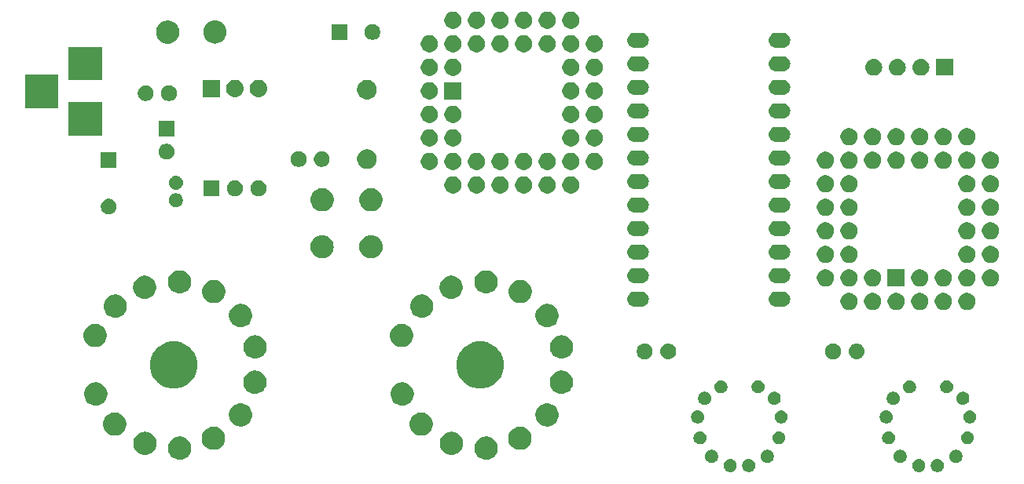
<source format=gbs>
G04 #@! TF.GenerationSoftware,KiCad,Pcbnew,(5.1.0)-1*
G04 #@! TF.CreationDate,2019-05-08T22:47:31-04:00*
G04 #@! TF.ProjectId,NixieClock,4e697869-6543-46c6-9f63-6b2e6b696361,rev?*
G04 #@! TF.SameCoordinates,Original*
G04 #@! TF.FileFunction,Soldermask,Bot*
G04 #@! TF.FilePolarity,Negative*
%FSLAX46Y46*%
G04 Gerber Fmt 4.6, Leading zero omitted, Abs format (unit mm)*
G04 Created by KiCad (PCBNEW (5.1.0)-1) date 2019-05-08 22:47:31*
%MOMM*%
%LPD*%
G04 APERTURE LIST*
%ADD10C,2.540000*%
%ADD11C,0.100000*%
G04 APERTURE END LIST*
D10*
X119380000Y-88900000D02*
G75*
G03X119380000Y-88900000I-1270000J0D01*
G01*
X86360000Y-88900000D02*
G75*
G03X86360000Y-88900000I-1270000J0D01*
G01*
D11*
G36*
X145189080Y-99058083D02*
G01*
X145257065Y-99071606D01*
X145321105Y-99098132D01*
X145385146Y-99124659D01*
X145500411Y-99201676D01*
X145598444Y-99299709D01*
X145675461Y-99414974D01*
X145728514Y-99543056D01*
X145755560Y-99679023D01*
X145755560Y-99817657D01*
X145728514Y-99953624D01*
X145675461Y-100081706D01*
X145598444Y-100196971D01*
X145500411Y-100295004D01*
X145385146Y-100372021D01*
X145321105Y-100398548D01*
X145257065Y-100425074D01*
X145189080Y-100438597D01*
X145121097Y-100452120D01*
X144982463Y-100452120D01*
X144846495Y-100425074D01*
X144782455Y-100398547D01*
X144718414Y-100372021D01*
X144603149Y-100295004D01*
X144505116Y-100196971D01*
X144428099Y-100081706D01*
X144375046Y-99953624D01*
X144348000Y-99817657D01*
X144348000Y-99679023D01*
X144375046Y-99543056D01*
X144428099Y-99414974D01*
X144505116Y-99299709D01*
X144603149Y-99201676D01*
X144718414Y-99124659D01*
X144782455Y-99098133D01*
X144846495Y-99071606D01*
X144914480Y-99058083D01*
X144982463Y-99044560D01*
X145121097Y-99044560D01*
X145189080Y-99058083D01*
X145189080Y-99058083D01*
G37*
G36*
X165509080Y-99058083D02*
G01*
X165577065Y-99071606D01*
X165641105Y-99098132D01*
X165705146Y-99124659D01*
X165820411Y-99201676D01*
X165918444Y-99299709D01*
X165995461Y-99414974D01*
X166048514Y-99543056D01*
X166075560Y-99679023D01*
X166075560Y-99817657D01*
X166048514Y-99953624D01*
X165995461Y-100081706D01*
X165918444Y-100196971D01*
X165820411Y-100295004D01*
X165705146Y-100372021D01*
X165641105Y-100398548D01*
X165577065Y-100425074D01*
X165509080Y-100438597D01*
X165441097Y-100452120D01*
X165302463Y-100452120D01*
X165166495Y-100425074D01*
X165102455Y-100398547D01*
X165038414Y-100372021D01*
X164923149Y-100295004D01*
X164825116Y-100196971D01*
X164748099Y-100081706D01*
X164695046Y-99953624D01*
X164668000Y-99817657D01*
X164668000Y-99679023D01*
X164695046Y-99543056D01*
X164748099Y-99414974D01*
X164825116Y-99299709D01*
X164923149Y-99201676D01*
X165038414Y-99124659D01*
X165102455Y-99098133D01*
X165166495Y-99071606D01*
X165234480Y-99058083D01*
X165302463Y-99044560D01*
X165441097Y-99044560D01*
X165509080Y-99058083D01*
X165509080Y-99058083D01*
G37*
G36*
X167505520Y-99058083D02*
G01*
X167573505Y-99071606D01*
X167637545Y-99098132D01*
X167701586Y-99124659D01*
X167816851Y-99201676D01*
X167914884Y-99299709D01*
X167991901Y-99414974D01*
X168044954Y-99543056D01*
X168072000Y-99679023D01*
X168072000Y-99817657D01*
X168044954Y-99953624D01*
X167991901Y-100081706D01*
X167914884Y-100196971D01*
X167816851Y-100295004D01*
X167701586Y-100372021D01*
X167637545Y-100398548D01*
X167573505Y-100425074D01*
X167505520Y-100438597D01*
X167437537Y-100452120D01*
X167298903Y-100452120D01*
X167162935Y-100425074D01*
X167098895Y-100398547D01*
X167034854Y-100372021D01*
X166919589Y-100295004D01*
X166821556Y-100196971D01*
X166744539Y-100081706D01*
X166691486Y-99953624D01*
X166664440Y-99817657D01*
X166664440Y-99679023D01*
X166691486Y-99543056D01*
X166744539Y-99414974D01*
X166821556Y-99299709D01*
X166919589Y-99201676D01*
X167034854Y-99124659D01*
X167098895Y-99098133D01*
X167162935Y-99071606D01*
X167230920Y-99058083D01*
X167298903Y-99044560D01*
X167437537Y-99044560D01*
X167505520Y-99058083D01*
X167505520Y-99058083D01*
G37*
G36*
X147185520Y-99058083D02*
G01*
X147253505Y-99071606D01*
X147317545Y-99098132D01*
X147381586Y-99124659D01*
X147496851Y-99201676D01*
X147594884Y-99299709D01*
X147671901Y-99414974D01*
X147724954Y-99543056D01*
X147752000Y-99679023D01*
X147752000Y-99817657D01*
X147724954Y-99953624D01*
X147671901Y-100081706D01*
X147594884Y-100196971D01*
X147496851Y-100295004D01*
X147381586Y-100372021D01*
X147317545Y-100398548D01*
X147253505Y-100425074D01*
X147185520Y-100438597D01*
X147117537Y-100452120D01*
X146978903Y-100452120D01*
X146842935Y-100425074D01*
X146778895Y-100398547D01*
X146714854Y-100372021D01*
X146599589Y-100295004D01*
X146501556Y-100196971D01*
X146424539Y-100081706D01*
X146371486Y-99953624D01*
X146344440Y-99817657D01*
X146344440Y-99679023D01*
X146371486Y-99543056D01*
X146424539Y-99414974D01*
X146501556Y-99299709D01*
X146599589Y-99201676D01*
X146714854Y-99124659D01*
X146778895Y-99098133D01*
X146842935Y-99071606D01*
X146910920Y-99058083D01*
X146978903Y-99044560D01*
X147117537Y-99044560D01*
X147185520Y-99058083D01*
X147185520Y-99058083D01*
G37*
G36*
X143172665Y-98054360D02*
G01*
X143255545Y-98070846D01*
X143319585Y-98097372D01*
X143383626Y-98123899D01*
X143498891Y-98200916D01*
X143596924Y-98298949D01*
X143673941Y-98414214D01*
X143695333Y-98465860D01*
X143726994Y-98542295D01*
X143754040Y-98678263D01*
X143754040Y-98816897D01*
X143740517Y-98884880D01*
X143726994Y-98952865D01*
X143700468Y-99016905D01*
X143673941Y-99080946D01*
X143596924Y-99196211D01*
X143498891Y-99294244D01*
X143383626Y-99371261D01*
X143319585Y-99397788D01*
X143255545Y-99424314D01*
X143187560Y-99437837D01*
X143119577Y-99451360D01*
X142980943Y-99451360D01*
X142844975Y-99424314D01*
X142780935Y-99397788D01*
X142716894Y-99371261D01*
X142601629Y-99294244D01*
X142503596Y-99196211D01*
X142426579Y-99080946D01*
X142400052Y-99016905D01*
X142373526Y-98952865D01*
X142360003Y-98884880D01*
X142346480Y-98816897D01*
X142346480Y-98678263D01*
X142373526Y-98542295D01*
X142405187Y-98465860D01*
X142426579Y-98414214D01*
X142503596Y-98298949D01*
X142601629Y-98200916D01*
X142716894Y-98123899D01*
X142780935Y-98097372D01*
X142844975Y-98070846D01*
X142927855Y-98054360D01*
X142980943Y-98043800D01*
X143119577Y-98043800D01*
X143172665Y-98054360D01*
X143172665Y-98054360D01*
G37*
G36*
X149172145Y-98054360D02*
G01*
X149255025Y-98070846D01*
X149319065Y-98097372D01*
X149383106Y-98123899D01*
X149498371Y-98200916D01*
X149596404Y-98298949D01*
X149673421Y-98414214D01*
X149694813Y-98465860D01*
X149726474Y-98542295D01*
X149753520Y-98678263D01*
X149753520Y-98816897D01*
X149739997Y-98884880D01*
X149726474Y-98952865D01*
X149699948Y-99016905D01*
X149673421Y-99080946D01*
X149596404Y-99196211D01*
X149498371Y-99294244D01*
X149383106Y-99371261D01*
X149319065Y-99397788D01*
X149255025Y-99424314D01*
X149187040Y-99437837D01*
X149119057Y-99451360D01*
X148980423Y-99451360D01*
X148844455Y-99424314D01*
X148780415Y-99397788D01*
X148716374Y-99371261D01*
X148601109Y-99294244D01*
X148503076Y-99196211D01*
X148426059Y-99080946D01*
X148399532Y-99016905D01*
X148373006Y-98952865D01*
X148359483Y-98884880D01*
X148345960Y-98816897D01*
X148345960Y-98678263D01*
X148373006Y-98542295D01*
X148404667Y-98465860D01*
X148426059Y-98414214D01*
X148503076Y-98298949D01*
X148601109Y-98200916D01*
X148716374Y-98123899D01*
X148780415Y-98097372D01*
X148844455Y-98070846D01*
X148927335Y-98054360D01*
X148980423Y-98043800D01*
X149119057Y-98043800D01*
X149172145Y-98054360D01*
X149172145Y-98054360D01*
G37*
G36*
X169492145Y-98054360D02*
G01*
X169575025Y-98070846D01*
X169639065Y-98097372D01*
X169703106Y-98123899D01*
X169818371Y-98200916D01*
X169916404Y-98298949D01*
X169993421Y-98414214D01*
X170014813Y-98465860D01*
X170046474Y-98542295D01*
X170073520Y-98678263D01*
X170073520Y-98816897D01*
X170059997Y-98884880D01*
X170046474Y-98952865D01*
X170019948Y-99016905D01*
X169993421Y-99080946D01*
X169916404Y-99196211D01*
X169818371Y-99294244D01*
X169703106Y-99371261D01*
X169639065Y-99397788D01*
X169575025Y-99424314D01*
X169507040Y-99437837D01*
X169439057Y-99451360D01*
X169300423Y-99451360D01*
X169164455Y-99424314D01*
X169100415Y-99397788D01*
X169036374Y-99371261D01*
X168921109Y-99294244D01*
X168823076Y-99196211D01*
X168746059Y-99080946D01*
X168719532Y-99016905D01*
X168693006Y-98952865D01*
X168679483Y-98884880D01*
X168665960Y-98816897D01*
X168665960Y-98678263D01*
X168693006Y-98542295D01*
X168724667Y-98465860D01*
X168746059Y-98414214D01*
X168823076Y-98298949D01*
X168921109Y-98200916D01*
X169036374Y-98123899D01*
X169100415Y-98097372D01*
X169164455Y-98070846D01*
X169247335Y-98054360D01*
X169300423Y-98043800D01*
X169439057Y-98043800D01*
X169492145Y-98054360D01*
X169492145Y-98054360D01*
G37*
G36*
X163492665Y-98054360D02*
G01*
X163575545Y-98070846D01*
X163639585Y-98097372D01*
X163703626Y-98123899D01*
X163818891Y-98200916D01*
X163916924Y-98298949D01*
X163993941Y-98414214D01*
X164015333Y-98465860D01*
X164046994Y-98542295D01*
X164074040Y-98678263D01*
X164074040Y-98816897D01*
X164060517Y-98884880D01*
X164046994Y-98952865D01*
X164020468Y-99016905D01*
X163993941Y-99080946D01*
X163916924Y-99196211D01*
X163818891Y-99294244D01*
X163703626Y-99371261D01*
X163639585Y-99397788D01*
X163575545Y-99424314D01*
X163507560Y-99437837D01*
X163439577Y-99451360D01*
X163300943Y-99451360D01*
X163164975Y-99424314D01*
X163100935Y-99397788D01*
X163036894Y-99371261D01*
X162921629Y-99294244D01*
X162823596Y-99196211D01*
X162746579Y-99080946D01*
X162720052Y-99016905D01*
X162693526Y-98952865D01*
X162680003Y-98884880D01*
X162666480Y-98816897D01*
X162666480Y-98678263D01*
X162693526Y-98542295D01*
X162725187Y-98465860D01*
X162746579Y-98414214D01*
X162823596Y-98298949D01*
X162921629Y-98200916D01*
X163036894Y-98123899D01*
X163100935Y-98097372D01*
X163164975Y-98070846D01*
X163247855Y-98054360D01*
X163300943Y-98043800D01*
X163439577Y-98043800D01*
X163492665Y-98054360D01*
X163492665Y-98054360D01*
G37*
G36*
X119011700Y-96647956D02*
G01*
X119132437Y-96671972D01*
X119359900Y-96766190D01*
X119564612Y-96902975D01*
X119738705Y-97077068D01*
X119875490Y-97281780D01*
X119969708Y-97509243D01*
X119969708Y-97509245D01*
X120017740Y-97750716D01*
X120017740Y-97996924D01*
X120006315Y-98054360D01*
X119969708Y-98238397D01*
X119875490Y-98465860D01*
X119738705Y-98670572D01*
X119564612Y-98844665D01*
X119359900Y-98981450D01*
X119132437Y-99075668D01*
X119011699Y-99099684D01*
X118890964Y-99123700D01*
X118644756Y-99123700D01*
X118524020Y-99099684D01*
X118403283Y-99075668D01*
X118175820Y-98981450D01*
X117971108Y-98844665D01*
X117797015Y-98670572D01*
X117660230Y-98465860D01*
X117566012Y-98238397D01*
X117529405Y-98054360D01*
X117517980Y-97996924D01*
X117517980Y-97750716D01*
X117566012Y-97509245D01*
X117566012Y-97509243D01*
X117660230Y-97281780D01*
X117797015Y-97077068D01*
X117971108Y-96902975D01*
X118175820Y-96766190D01*
X118403283Y-96671972D01*
X118524021Y-96647956D01*
X118644756Y-96623940D01*
X118890964Y-96623940D01*
X119011700Y-96647956D01*
X119011700Y-96647956D01*
G37*
G36*
X85991700Y-96647956D02*
G01*
X86112437Y-96671972D01*
X86339900Y-96766190D01*
X86544612Y-96902975D01*
X86718705Y-97077068D01*
X86855490Y-97281780D01*
X86949708Y-97509243D01*
X86949708Y-97509245D01*
X86997740Y-97750716D01*
X86997740Y-97996924D01*
X86986315Y-98054360D01*
X86949708Y-98238397D01*
X86855490Y-98465860D01*
X86718705Y-98670572D01*
X86544612Y-98844665D01*
X86339900Y-98981450D01*
X86112437Y-99075668D01*
X85991699Y-99099684D01*
X85870964Y-99123700D01*
X85624756Y-99123700D01*
X85504020Y-99099684D01*
X85383283Y-99075668D01*
X85155820Y-98981450D01*
X84951108Y-98844665D01*
X84777015Y-98670572D01*
X84640230Y-98465860D01*
X84546012Y-98238397D01*
X84509405Y-98054360D01*
X84497980Y-97996924D01*
X84497980Y-97750716D01*
X84546012Y-97509245D01*
X84546012Y-97509243D01*
X84640230Y-97281780D01*
X84777015Y-97077068D01*
X84951108Y-96902975D01*
X85155820Y-96766190D01*
X85383283Y-96671972D01*
X85504021Y-96647956D01*
X85624756Y-96623940D01*
X85870964Y-96623940D01*
X85991700Y-96647956D01*
X85991700Y-96647956D01*
G37*
G36*
X82245200Y-96122176D02*
G01*
X82365937Y-96146192D01*
X82593400Y-96240410D01*
X82798112Y-96377195D01*
X82972205Y-96551288D01*
X83108990Y-96756000D01*
X83203208Y-96983463D01*
X83203208Y-96983465D01*
X83251240Y-97224936D01*
X83251240Y-97471144D01*
X83243661Y-97509245D01*
X83203208Y-97712617D01*
X83108990Y-97940080D01*
X82972205Y-98144792D01*
X82798112Y-98318885D01*
X82593400Y-98455670D01*
X82365937Y-98549888D01*
X82245199Y-98573904D01*
X82124464Y-98597920D01*
X81878256Y-98597920D01*
X81757520Y-98573904D01*
X81636783Y-98549888D01*
X81409320Y-98455670D01*
X81204608Y-98318885D01*
X81030515Y-98144792D01*
X80893730Y-97940080D01*
X80799512Y-97712617D01*
X80759059Y-97509245D01*
X80751480Y-97471144D01*
X80751480Y-97224936D01*
X80799512Y-96983465D01*
X80799512Y-96983463D01*
X80893730Y-96756000D01*
X81030515Y-96551288D01*
X81204608Y-96377195D01*
X81409320Y-96240410D01*
X81636783Y-96146192D01*
X81757521Y-96122176D01*
X81878256Y-96098160D01*
X82124464Y-96098160D01*
X82245200Y-96122176D01*
X82245200Y-96122176D01*
G37*
G36*
X115265200Y-96122176D02*
G01*
X115385937Y-96146192D01*
X115613400Y-96240410D01*
X115818112Y-96377195D01*
X115992205Y-96551288D01*
X116128990Y-96756000D01*
X116223208Y-96983463D01*
X116223208Y-96983465D01*
X116271240Y-97224936D01*
X116271240Y-97471144D01*
X116263661Y-97509245D01*
X116223208Y-97712617D01*
X116128990Y-97940080D01*
X115992205Y-98144792D01*
X115818112Y-98318885D01*
X115613400Y-98455670D01*
X115385937Y-98549888D01*
X115265199Y-98573904D01*
X115144464Y-98597920D01*
X114898256Y-98597920D01*
X114777520Y-98573904D01*
X114656783Y-98549888D01*
X114429320Y-98455670D01*
X114224608Y-98318885D01*
X114050515Y-98144792D01*
X113913730Y-97940080D01*
X113819512Y-97712617D01*
X113779059Y-97509245D01*
X113771480Y-97471144D01*
X113771480Y-97224936D01*
X113819512Y-96983465D01*
X113819512Y-96983463D01*
X113913730Y-96756000D01*
X114050515Y-96551288D01*
X114224608Y-96377195D01*
X114429320Y-96240410D01*
X114656783Y-96146192D01*
X114777521Y-96122176D01*
X114898256Y-96098160D01*
X115144464Y-96098160D01*
X115265200Y-96122176D01*
X115265200Y-96122176D01*
G37*
G36*
X122643899Y-95578616D02*
G01*
X122764637Y-95602632D01*
X122992100Y-95696850D01*
X123196812Y-95833635D01*
X123370905Y-96007728D01*
X123507690Y-96212440D01*
X123601908Y-96439903D01*
X123601908Y-96439905D01*
X123649940Y-96681376D01*
X123649940Y-96927584D01*
X123644708Y-96953885D01*
X123601908Y-97169057D01*
X123507690Y-97396520D01*
X123370905Y-97601232D01*
X123196812Y-97775325D01*
X122992100Y-97912110D01*
X122764637Y-98006328D01*
X122643900Y-98030344D01*
X122523164Y-98054360D01*
X122276956Y-98054360D01*
X122156220Y-98030344D01*
X122035483Y-98006328D01*
X121808020Y-97912110D01*
X121603308Y-97775325D01*
X121429215Y-97601232D01*
X121292430Y-97396520D01*
X121198212Y-97169057D01*
X121155412Y-96953885D01*
X121150180Y-96927584D01*
X121150180Y-96681376D01*
X121198212Y-96439905D01*
X121198212Y-96439903D01*
X121292430Y-96212440D01*
X121429215Y-96007728D01*
X121603308Y-95833635D01*
X121808020Y-95696850D01*
X122035483Y-95602632D01*
X122156220Y-95578616D01*
X122276956Y-95554600D01*
X122523164Y-95554600D01*
X122643899Y-95578616D01*
X122643899Y-95578616D01*
G37*
G36*
X89623899Y-95578616D02*
G01*
X89744637Y-95602632D01*
X89972100Y-95696850D01*
X90176812Y-95833635D01*
X90350905Y-96007728D01*
X90487690Y-96212440D01*
X90581908Y-96439903D01*
X90581908Y-96439905D01*
X90629940Y-96681376D01*
X90629940Y-96927584D01*
X90624708Y-96953885D01*
X90581908Y-97169057D01*
X90487690Y-97396520D01*
X90350905Y-97601232D01*
X90176812Y-97775325D01*
X89972100Y-97912110D01*
X89744637Y-98006328D01*
X89623900Y-98030344D01*
X89503164Y-98054360D01*
X89256956Y-98054360D01*
X89136220Y-98030344D01*
X89015483Y-98006328D01*
X88788020Y-97912110D01*
X88583308Y-97775325D01*
X88409215Y-97601232D01*
X88272430Y-97396520D01*
X88178212Y-97169057D01*
X88135412Y-96953885D01*
X88130180Y-96927584D01*
X88130180Y-96681376D01*
X88178212Y-96439905D01*
X88178212Y-96439903D01*
X88272430Y-96212440D01*
X88409215Y-96007728D01*
X88583308Y-95833635D01*
X88788020Y-95696850D01*
X89015483Y-95602632D01*
X89136220Y-95578616D01*
X89256956Y-95554600D01*
X89503164Y-95554600D01*
X89623899Y-95578616D01*
X89623899Y-95578616D01*
G37*
G36*
X141937880Y-96058343D02*
G01*
X142005865Y-96071866D01*
X142069344Y-96098160D01*
X142133946Y-96124919D01*
X142249211Y-96201936D01*
X142347244Y-96299969D01*
X142424261Y-96415234D01*
X142424261Y-96415235D01*
X142477314Y-96543315D01*
X142504360Y-96679284D01*
X142504360Y-96817916D01*
X142482546Y-96927584D01*
X142477314Y-96953884D01*
X142424261Y-97081966D01*
X142347244Y-97197231D01*
X142249211Y-97295264D01*
X142133946Y-97372281D01*
X142069905Y-97398807D01*
X142005865Y-97425334D01*
X141869897Y-97452380D01*
X141731263Y-97452380D01*
X141595295Y-97425334D01*
X141531255Y-97398807D01*
X141467214Y-97372281D01*
X141351949Y-97295264D01*
X141253916Y-97197231D01*
X141176899Y-97081966D01*
X141123846Y-96953884D01*
X141118615Y-96927584D01*
X141096800Y-96817916D01*
X141096800Y-96679284D01*
X141123846Y-96543315D01*
X141176899Y-96415235D01*
X141176899Y-96415234D01*
X141253916Y-96299969D01*
X141351949Y-96201936D01*
X141467214Y-96124919D01*
X141531816Y-96098160D01*
X141595295Y-96071866D01*
X141731263Y-96044820D01*
X141869897Y-96044820D01*
X141937880Y-96058343D01*
X141937880Y-96058343D01*
G37*
G36*
X170756720Y-96058343D02*
G01*
X170824705Y-96071866D01*
X170888184Y-96098160D01*
X170952786Y-96124919D01*
X171068051Y-96201936D01*
X171166084Y-96299969D01*
X171243101Y-96415234D01*
X171243101Y-96415235D01*
X171296154Y-96543315D01*
X171323200Y-96679284D01*
X171323200Y-96817916D01*
X171301386Y-96927584D01*
X171296154Y-96953884D01*
X171243101Y-97081966D01*
X171166084Y-97197231D01*
X171068051Y-97295264D01*
X170952786Y-97372281D01*
X170888745Y-97398807D01*
X170824705Y-97425334D01*
X170688737Y-97452380D01*
X170550103Y-97452380D01*
X170414135Y-97425334D01*
X170350095Y-97398807D01*
X170286054Y-97372281D01*
X170170789Y-97295264D01*
X170072756Y-97197231D01*
X169995739Y-97081966D01*
X169942686Y-96953884D01*
X169937455Y-96927584D01*
X169915640Y-96817916D01*
X169915640Y-96679284D01*
X169942686Y-96543315D01*
X169995739Y-96415235D01*
X169995739Y-96415234D01*
X170072756Y-96299969D01*
X170170789Y-96201936D01*
X170286054Y-96124919D01*
X170350656Y-96098160D01*
X170414135Y-96071866D01*
X170550103Y-96044820D01*
X170688737Y-96044820D01*
X170756720Y-96058343D01*
X170756720Y-96058343D01*
G37*
G36*
X162257880Y-96058343D02*
G01*
X162325865Y-96071866D01*
X162389344Y-96098160D01*
X162453946Y-96124919D01*
X162569211Y-96201936D01*
X162667244Y-96299969D01*
X162744261Y-96415234D01*
X162744261Y-96415235D01*
X162797314Y-96543315D01*
X162824360Y-96679284D01*
X162824360Y-96817916D01*
X162802546Y-96927584D01*
X162797314Y-96953884D01*
X162744261Y-97081966D01*
X162667244Y-97197231D01*
X162569211Y-97295264D01*
X162453946Y-97372281D01*
X162389905Y-97398807D01*
X162325865Y-97425334D01*
X162189897Y-97452380D01*
X162051263Y-97452380D01*
X161915295Y-97425334D01*
X161851255Y-97398807D01*
X161787214Y-97372281D01*
X161671949Y-97295264D01*
X161573916Y-97197231D01*
X161496899Y-97081966D01*
X161443846Y-96953884D01*
X161438615Y-96927584D01*
X161416800Y-96817916D01*
X161416800Y-96679284D01*
X161443846Y-96543315D01*
X161496899Y-96415235D01*
X161496899Y-96415234D01*
X161573916Y-96299969D01*
X161671949Y-96201936D01*
X161787214Y-96124919D01*
X161851816Y-96098160D01*
X161915295Y-96071866D01*
X162051263Y-96044820D01*
X162189897Y-96044820D01*
X162257880Y-96058343D01*
X162257880Y-96058343D01*
G37*
G36*
X150436720Y-96058343D02*
G01*
X150504705Y-96071866D01*
X150568184Y-96098160D01*
X150632786Y-96124919D01*
X150748051Y-96201936D01*
X150846084Y-96299969D01*
X150923101Y-96415234D01*
X150923101Y-96415235D01*
X150976154Y-96543315D01*
X151003200Y-96679284D01*
X151003200Y-96817916D01*
X150981386Y-96927584D01*
X150976154Y-96953884D01*
X150923101Y-97081966D01*
X150846084Y-97197231D01*
X150748051Y-97295264D01*
X150632786Y-97372281D01*
X150568745Y-97398807D01*
X150504705Y-97425334D01*
X150368737Y-97452380D01*
X150230103Y-97452380D01*
X150094135Y-97425334D01*
X150030095Y-97398807D01*
X149966054Y-97372281D01*
X149850789Y-97295264D01*
X149752756Y-97197231D01*
X149675739Y-97081966D01*
X149622686Y-96953884D01*
X149617455Y-96927584D01*
X149595640Y-96817916D01*
X149595640Y-96679284D01*
X149622686Y-96543315D01*
X149675739Y-96415235D01*
X149675739Y-96415234D01*
X149752756Y-96299969D01*
X149850789Y-96201936D01*
X149966054Y-96124919D01*
X150030656Y-96098160D01*
X150094135Y-96071866D01*
X150230103Y-96044820D01*
X150368737Y-96044820D01*
X150436720Y-96058343D01*
X150436720Y-96058343D01*
G37*
G36*
X78973565Y-94052067D02*
G01*
X79107117Y-94078632D01*
X79334580Y-94172850D01*
X79539292Y-94309635D01*
X79713385Y-94483728D01*
X79850170Y-94688440D01*
X79944388Y-94915903D01*
X79968404Y-95036640D01*
X79977338Y-95081552D01*
X79992420Y-95157378D01*
X79992420Y-95403582D01*
X79944388Y-95645057D01*
X79850170Y-95872520D01*
X79713385Y-96077232D01*
X79539292Y-96251325D01*
X79334580Y-96388110D01*
X79107117Y-96482328D01*
X78986379Y-96506344D01*
X78865644Y-96530360D01*
X78619436Y-96530360D01*
X78498701Y-96506344D01*
X78377963Y-96482328D01*
X78150500Y-96388110D01*
X77945788Y-96251325D01*
X77771695Y-96077232D01*
X77634910Y-95872520D01*
X77540692Y-95645057D01*
X77492660Y-95403582D01*
X77492660Y-95157378D01*
X77507743Y-95081552D01*
X77516676Y-95036640D01*
X77540692Y-94915903D01*
X77634910Y-94688440D01*
X77771695Y-94483728D01*
X77945788Y-94309635D01*
X78150500Y-94172850D01*
X78377963Y-94078632D01*
X78511515Y-94052067D01*
X78619436Y-94030600D01*
X78865644Y-94030600D01*
X78973565Y-94052067D01*
X78973565Y-94052067D01*
G37*
G36*
X111993565Y-94052067D02*
G01*
X112127117Y-94078632D01*
X112354580Y-94172850D01*
X112559292Y-94309635D01*
X112733385Y-94483728D01*
X112870170Y-94688440D01*
X112964388Y-94915903D01*
X112988404Y-95036640D01*
X112997338Y-95081552D01*
X113012420Y-95157378D01*
X113012420Y-95403582D01*
X112964388Y-95645057D01*
X112870170Y-95872520D01*
X112733385Y-96077232D01*
X112559292Y-96251325D01*
X112354580Y-96388110D01*
X112127117Y-96482328D01*
X112006379Y-96506344D01*
X111885644Y-96530360D01*
X111639436Y-96530360D01*
X111518701Y-96506344D01*
X111397963Y-96482328D01*
X111170500Y-96388110D01*
X110965788Y-96251325D01*
X110791695Y-96077232D01*
X110654910Y-95872520D01*
X110560692Y-95645057D01*
X110512660Y-95403582D01*
X110512660Y-95157378D01*
X110527743Y-95081552D01*
X110536676Y-95036640D01*
X110560692Y-94915903D01*
X110654910Y-94688440D01*
X110791695Y-94483728D01*
X110965788Y-94309635D01*
X111170500Y-94172850D01*
X111397963Y-94078632D01*
X111531515Y-94052067D01*
X111639436Y-94030600D01*
X111885644Y-94030600D01*
X111993565Y-94052067D01*
X111993565Y-94052067D01*
G37*
G36*
X125514376Y-93048381D02*
G01*
X125688177Y-93082952D01*
X125915640Y-93177170D01*
X126120352Y-93313955D01*
X126294445Y-93488048D01*
X126431230Y-93692760D01*
X126525448Y-93920223D01*
X126532174Y-93954039D01*
X126573480Y-94161696D01*
X126573480Y-94407904D01*
X126558397Y-94483729D01*
X126525448Y-94649377D01*
X126431230Y-94876840D01*
X126294445Y-95081552D01*
X126120352Y-95255645D01*
X125915640Y-95392430D01*
X125688177Y-95486648D01*
X125567439Y-95510664D01*
X125446704Y-95534680D01*
X125200496Y-95534680D01*
X125079760Y-95510664D01*
X124959023Y-95486648D01*
X124731560Y-95392430D01*
X124526848Y-95255645D01*
X124352755Y-95081552D01*
X124215970Y-94876840D01*
X124121752Y-94649377D01*
X124088803Y-94483729D01*
X124073720Y-94407904D01*
X124073720Y-94161696D01*
X124115026Y-93954039D01*
X124121752Y-93920223D01*
X124215970Y-93692760D01*
X124352755Y-93488048D01*
X124526848Y-93313955D01*
X124731560Y-93177170D01*
X124959023Y-93082952D01*
X125132824Y-93048381D01*
X125200496Y-93034920D01*
X125446704Y-93034920D01*
X125514376Y-93048381D01*
X125514376Y-93048381D01*
G37*
G36*
X92494376Y-93048381D02*
G01*
X92668177Y-93082952D01*
X92895640Y-93177170D01*
X93100352Y-93313955D01*
X93274445Y-93488048D01*
X93411230Y-93692760D01*
X93505448Y-93920223D01*
X93512174Y-93954039D01*
X93553480Y-94161696D01*
X93553480Y-94407904D01*
X93538397Y-94483729D01*
X93505448Y-94649377D01*
X93411230Y-94876840D01*
X93274445Y-95081552D01*
X93100352Y-95255645D01*
X92895640Y-95392430D01*
X92668177Y-95486648D01*
X92547439Y-95510664D01*
X92426704Y-95534680D01*
X92180496Y-95534680D01*
X92059760Y-95510664D01*
X91939023Y-95486648D01*
X91711560Y-95392430D01*
X91506848Y-95255645D01*
X91332755Y-95081552D01*
X91195970Y-94876840D01*
X91101752Y-94649377D01*
X91068803Y-94483729D01*
X91053720Y-94407904D01*
X91053720Y-94161696D01*
X91095026Y-93954039D01*
X91101752Y-93920223D01*
X91195970Y-93692760D01*
X91332755Y-93488048D01*
X91506848Y-93313955D01*
X91711560Y-93177170D01*
X91939023Y-93082952D01*
X92112824Y-93048381D01*
X92180496Y-93034920D01*
X92426704Y-93034920D01*
X92494376Y-93048381D01*
X92494376Y-93048381D01*
G37*
G36*
X171005640Y-93810443D02*
G01*
X171073625Y-93823966D01*
X171137665Y-93850493D01*
X171201706Y-93877019D01*
X171316971Y-93954036D01*
X171415004Y-94052069D01*
X171492021Y-94167334D01*
X171518548Y-94231375D01*
X171545074Y-94295415D01*
X171572120Y-94431384D01*
X171572120Y-94570016D01*
X171548564Y-94688442D01*
X171545074Y-94705984D01*
X171492021Y-94834066D01*
X171415004Y-94949331D01*
X171316971Y-95047364D01*
X171201706Y-95124381D01*
X171137665Y-95150908D01*
X171073625Y-95177434D01*
X170937657Y-95204480D01*
X170799023Y-95204480D01*
X170663055Y-95177434D01*
X170599015Y-95150908D01*
X170534974Y-95124381D01*
X170419709Y-95047364D01*
X170321676Y-94949331D01*
X170244659Y-94834066D01*
X170191606Y-94705984D01*
X170188117Y-94688442D01*
X170164560Y-94570016D01*
X170164560Y-94431384D01*
X170191606Y-94295415D01*
X170218132Y-94231375D01*
X170244659Y-94167334D01*
X170321676Y-94052069D01*
X170419709Y-93954036D01*
X170534974Y-93877019D01*
X170599015Y-93850492D01*
X170663055Y-93823966D01*
X170731040Y-93810443D01*
X170799023Y-93796920D01*
X170937657Y-93796920D01*
X171005640Y-93810443D01*
X171005640Y-93810443D01*
G37*
G36*
X162008960Y-93810443D02*
G01*
X162076945Y-93823966D01*
X162140985Y-93850493D01*
X162205026Y-93877019D01*
X162320291Y-93954036D01*
X162418324Y-94052069D01*
X162495341Y-94167334D01*
X162521868Y-94231375D01*
X162548394Y-94295415D01*
X162575440Y-94431384D01*
X162575440Y-94570016D01*
X162551884Y-94688442D01*
X162548394Y-94705984D01*
X162495341Y-94834066D01*
X162418324Y-94949331D01*
X162320291Y-95047364D01*
X162205026Y-95124381D01*
X162140985Y-95150908D01*
X162076945Y-95177434D01*
X161940977Y-95204480D01*
X161802343Y-95204480D01*
X161666375Y-95177434D01*
X161602335Y-95150908D01*
X161538294Y-95124381D01*
X161423029Y-95047364D01*
X161324996Y-94949331D01*
X161247979Y-94834066D01*
X161194926Y-94705984D01*
X161191437Y-94688442D01*
X161167880Y-94570016D01*
X161167880Y-94431384D01*
X161194926Y-94295415D01*
X161221452Y-94231375D01*
X161247979Y-94167334D01*
X161324996Y-94052069D01*
X161423029Y-93954036D01*
X161538294Y-93877019D01*
X161602335Y-93850492D01*
X161666375Y-93823966D01*
X161734360Y-93810443D01*
X161802343Y-93796920D01*
X161940977Y-93796920D01*
X162008960Y-93810443D01*
X162008960Y-93810443D01*
G37*
G36*
X150685640Y-93810443D02*
G01*
X150753625Y-93823966D01*
X150817665Y-93850493D01*
X150881706Y-93877019D01*
X150996971Y-93954036D01*
X151095004Y-94052069D01*
X151172021Y-94167334D01*
X151198548Y-94231375D01*
X151225074Y-94295415D01*
X151252120Y-94431384D01*
X151252120Y-94570016D01*
X151228564Y-94688442D01*
X151225074Y-94705984D01*
X151172021Y-94834066D01*
X151095004Y-94949331D01*
X150996971Y-95047364D01*
X150881706Y-95124381D01*
X150817665Y-95150908D01*
X150753625Y-95177434D01*
X150617657Y-95204480D01*
X150479023Y-95204480D01*
X150343055Y-95177434D01*
X150279015Y-95150908D01*
X150214974Y-95124381D01*
X150099709Y-95047364D01*
X150001676Y-94949331D01*
X149924659Y-94834066D01*
X149871606Y-94705984D01*
X149868117Y-94688442D01*
X149844560Y-94570016D01*
X149844560Y-94431384D01*
X149871606Y-94295415D01*
X149898132Y-94231375D01*
X149924659Y-94167334D01*
X150001676Y-94052069D01*
X150099709Y-93954036D01*
X150214974Y-93877019D01*
X150279015Y-93850492D01*
X150343055Y-93823966D01*
X150411040Y-93810443D01*
X150479023Y-93796920D01*
X150617657Y-93796920D01*
X150685640Y-93810443D01*
X150685640Y-93810443D01*
G37*
G36*
X141688960Y-93810443D02*
G01*
X141756945Y-93823966D01*
X141820985Y-93850493D01*
X141885026Y-93877019D01*
X142000291Y-93954036D01*
X142098324Y-94052069D01*
X142175341Y-94167334D01*
X142201868Y-94231375D01*
X142228394Y-94295415D01*
X142255440Y-94431384D01*
X142255440Y-94570016D01*
X142231884Y-94688442D01*
X142228394Y-94705984D01*
X142175341Y-94834066D01*
X142098324Y-94949331D01*
X142000291Y-95047364D01*
X141885026Y-95124381D01*
X141820985Y-95150908D01*
X141756945Y-95177434D01*
X141620977Y-95204480D01*
X141482343Y-95204480D01*
X141346375Y-95177434D01*
X141282335Y-95150908D01*
X141218294Y-95124381D01*
X141103029Y-95047364D01*
X141004996Y-94949331D01*
X140927979Y-94834066D01*
X140874926Y-94705984D01*
X140871437Y-94688442D01*
X140847880Y-94570016D01*
X140847880Y-94431384D01*
X140874926Y-94295415D01*
X140901452Y-94231375D01*
X140927979Y-94167334D01*
X141004996Y-94052069D01*
X141103029Y-93954036D01*
X141218294Y-93877019D01*
X141282335Y-93850492D01*
X141346375Y-93823966D01*
X141414360Y-93810443D01*
X141482343Y-93796920D01*
X141620977Y-93796920D01*
X141688960Y-93810443D01*
X141688960Y-93810443D01*
G37*
G36*
X76941679Y-90795796D02*
G01*
X77062417Y-90819812D01*
X77289880Y-90914030D01*
X77494592Y-91050815D01*
X77668685Y-91224908D01*
X77805470Y-91429620D01*
X77899688Y-91657083D01*
X77914722Y-91732665D01*
X77947720Y-91898556D01*
X77947720Y-92144764D01*
X77943027Y-92168355D01*
X77899688Y-92386237D01*
X77805470Y-92613700D01*
X77668685Y-92818412D01*
X77494592Y-92992505D01*
X77289880Y-93129290D01*
X77062417Y-93223508D01*
X76941679Y-93247524D01*
X76820944Y-93271540D01*
X76574736Y-93271540D01*
X76454001Y-93247524D01*
X76333263Y-93223508D01*
X76105800Y-93129290D01*
X75901088Y-92992505D01*
X75726995Y-92818412D01*
X75590210Y-92613700D01*
X75495992Y-92386237D01*
X75452653Y-92168355D01*
X75447960Y-92144764D01*
X75447960Y-91898556D01*
X75480958Y-91732665D01*
X75495992Y-91657083D01*
X75590210Y-91429620D01*
X75726995Y-91224908D01*
X75901088Y-91050815D01*
X76105800Y-90914030D01*
X76333263Y-90819812D01*
X76454001Y-90795796D01*
X76574736Y-90771780D01*
X76820944Y-90771780D01*
X76941679Y-90795796D01*
X76941679Y-90795796D01*
G37*
G36*
X109961679Y-90795796D02*
G01*
X110082417Y-90819812D01*
X110309880Y-90914030D01*
X110514592Y-91050815D01*
X110688685Y-91224908D01*
X110825470Y-91429620D01*
X110919688Y-91657083D01*
X110934722Y-91732665D01*
X110967720Y-91898556D01*
X110967720Y-92144764D01*
X110963027Y-92168355D01*
X110919688Y-92386237D01*
X110825470Y-92613700D01*
X110688685Y-92818412D01*
X110514592Y-92992505D01*
X110309880Y-93129290D01*
X110082417Y-93223508D01*
X109961679Y-93247524D01*
X109840944Y-93271540D01*
X109594736Y-93271540D01*
X109474001Y-93247524D01*
X109353263Y-93223508D01*
X109125800Y-93129290D01*
X108921088Y-92992505D01*
X108746995Y-92818412D01*
X108610210Y-92613700D01*
X108515992Y-92386237D01*
X108472653Y-92168355D01*
X108467960Y-92144764D01*
X108467960Y-91898556D01*
X108500958Y-91732665D01*
X108515992Y-91657083D01*
X108610210Y-91429620D01*
X108746995Y-91224908D01*
X108921088Y-91050815D01*
X109125800Y-90914030D01*
X109353263Y-90819812D01*
X109474001Y-90795796D01*
X109594736Y-90771780D01*
X109840944Y-90771780D01*
X109961679Y-90795796D01*
X109961679Y-90795796D01*
G37*
G36*
X162826245Y-91824986D02*
G01*
X162890285Y-91851512D01*
X162954326Y-91878039D01*
X163069591Y-91955056D01*
X163167624Y-92053089D01*
X163244641Y-92168354D01*
X163297694Y-92296436D01*
X163324740Y-92432403D01*
X163324740Y-92571037D01*
X163297694Y-92707004D01*
X163244641Y-92835086D01*
X163167624Y-92950351D01*
X163069591Y-93048384D01*
X162954326Y-93125401D01*
X162890285Y-93151928D01*
X162826245Y-93178454D01*
X162758260Y-93191977D01*
X162690277Y-93205500D01*
X162551643Y-93205500D01*
X162415675Y-93178454D01*
X162351635Y-93151927D01*
X162287594Y-93125401D01*
X162172329Y-93048384D01*
X162074296Y-92950351D01*
X161997279Y-92835086D01*
X161944226Y-92707004D01*
X161917180Y-92571037D01*
X161917180Y-92432403D01*
X161944226Y-92296436D01*
X161997279Y-92168354D01*
X162074296Y-92053089D01*
X162172329Y-91955056D01*
X162287594Y-91878039D01*
X162351635Y-91851512D01*
X162415675Y-91824986D01*
X162551643Y-91797940D01*
X162690277Y-91797940D01*
X162826245Y-91824986D01*
X162826245Y-91824986D01*
G37*
G36*
X142506245Y-91824986D02*
G01*
X142570285Y-91851512D01*
X142634326Y-91878039D01*
X142749591Y-91955056D01*
X142847624Y-92053089D01*
X142924641Y-92168354D01*
X142977694Y-92296436D01*
X143004740Y-92432403D01*
X143004740Y-92571037D01*
X142977694Y-92707004D01*
X142924641Y-92835086D01*
X142847624Y-92950351D01*
X142749591Y-93048384D01*
X142634326Y-93125401D01*
X142570285Y-93151928D01*
X142506245Y-93178454D01*
X142438260Y-93191977D01*
X142370277Y-93205500D01*
X142231643Y-93205500D01*
X142095675Y-93178454D01*
X142031635Y-93151927D01*
X141967594Y-93125401D01*
X141852329Y-93048384D01*
X141754296Y-92950351D01*
X141677279Y-92835086D01*
X141624226Y-92707004D01*
X141597180Y-92571037D01*
X141597180Y-92432403D01*
X141624226Y-92296436D01*
X141677279Y-92168354D01*
X141754296Y-92053089D01*
X141852329Y-91955056D01*
X141967594Y-91878039D01*
X142031635Y-91851512D01*
X142095675Y-91824986D01*
X142231643Y-91797940D01*
X142370277Y-91797940D01*
X142506245Y-91824986D01*
X142506245Y-91824986D01*
G37*
G36*
X150004325Y-91824986D02*
G01*
X150068365Y-91851512D01*
X150132406Y-91878039D01*
X150247671Y-91955056D01*
X150345704Y-92053089D01*
X150422721Y-92168354D01*
X150475774Y-92296436D01*
X150502820Y-92432403D01*
X150502820Y-92571037D01*
X150475774Y-92707004D01*
X150422721Y-92835086D01*
X150345704Y-92950351D01*
X150247671Y-93048384D01*
X150132406Y-93125401D01*
X150068365Y-93151928D01*
X150004325Y-93178454D01*
X149936340Y-93191977D01*
X149868357Y-93205500D01*
X149729723Y-93205500D01*
X149593755Y-93178454D01*
X149529715Y-93151927D01*
X149465674Y-93125401D01*
X149350409Y-93048384D01*
X149252376Y-92950351D01*
X149175359Y-92835086D01*
X149122306Y-92707004D01*
X149095260Y-92571037D01*
X149095260Y-92432403D01*
X149122306Y-92296436D01*
X149175359Y-92168354D01*
X149252376Y-92053089D01*
X149350409Y-91955056D01*
X149465674Y-91878039D01*
X149529715Y-91851512D01*
X149593755Y-91824986D01*
X149729723Y-91797940D01*
X149868357Y-91797940D01*
X150004325Y-91824986D01*
X150004325Y-91824986D01*
G37*
G36*
X170324325Y-91824986D02*
G01*
X170388365Y-91851512D01*
X170452406Y-91878039D01*
X170567671Y-91955056D01*
X170665704Y-92053089D01*
X170742721Y-92168354D01*
X170795774Y-92296436D01*
X170822820Y-92432403D01*
X170822820Y-92571037D01*
X170795774Y-92707004D01*
X170742721Y-92835086D01*
X170665704Y-92950351D01*
X170567671Y-93048384D01*
X170452406Y-93125401D01*
X170388365Y-93151928D01*
X170324325Y-93178454D01*
X170256340Y-93191977D01*
X170188357Y-93205500D01*
X170049723Y-93205500D01*
X169913755Y-93178454D01*
X169849715Y-93151927D01*
X169785674Y-93125401D01*
X169670409Y-93048384D01*
X169572376Y-92950351D01*
X169495359Y-92835086D01*
X169442306Y-92707004D01*
X169415260Y-92571037D01*
X169415260Y-92432403D01*
X169442306Y-92296436D01*
X169495359Y-92168354D01*
X169572376Y-92053089D01*
X169670409Y-91955056D01*
X169785674Y-91878039D01*
X169849715Y-91851512D01*
X169913755Y-91824986D01*
X170049723Y-91797940D01*
X170188357Y-91797940D01*
X170324325Y-91824986D01*
X170324325Y-91824986D01*
G37*
G36*
X127111760Y-89535956D02*
G01*
X127232497Y-89559972D01*
X127459960Y-89654190D01*
X127664672Y-89790975D01*
X127838765Y-89965068D01*
X127975550Y-90169780D01*
X128069768Y-90397243D01*
X128069768Y-90397245D01*
X128117800Y-90638716D01*
X128117800Y-90884924D01*
X128111086Y-90918675D01*
X128069768Y-91126397D01*
X127975550Y-91353860D01*
X127838765Y-91558572D01*
X127664672Y-91732665D01*
X127459960Y-91869450D01*
X127232497Y-91963668D01*
X127111759Y-91987684D01*
X126991024Y-92011700D01*
X126744816Y-92011700D01*
X126624081Y-91987684D01*
X126503343Y-91963668D01*
X126275880Y-91869450D01*
X126071168Y-91732665D01*
X125897075Y-91558572D01*
X125760290Y-91353860D01*
X125666072Y-91126397D01*
X125624754Y-90918675D01*
X125618040Y-90884924D01*
X125618040Y-90638716D01*
X125666072Y-90397245D01*
X125666072Y-90397243D01*
X125760290Y-90169780D01*
X125897075Y-89965068D01*
X126071168Y-89790975D01*
X126275880Y-89654190D01*
X126503343Y-89559972D01*
X126624080Y-89535956D01*
X126744816Y-89511940D01*
X126991024Y-89511940D01*
X127111760Y-89535956D01*
X127111760Y-89535956D01*
G37*
G36*
X94091760Y-89535956D02*
G01*
X94212497Y-89559972D01*
X94439960Y-89654190D01*
X94644672Y-89790975D01*
X94818765Y-89965068D01*
X94955550Y-90169780D01*
X95049768Y-90397243D01*
X95049768Y-90397245D01*
X95097800Y-90638716D01*
X95097800Y-90884924D01*
X95091086Y-90918675D01*
X95049768Y-91126397D01*
X94955550Y-91353860D01*
X94818765Y-91558572D01*
X94644672Y-91732665D01*
X94439960Y-91869450D01*
X94212497Y-91963668D01*
X94091759Y-91987684D01*
X93971024Y-92011700D01*
X93724816Y-92011700D01*
X93604081Y-91987684D01*
X93483343Y-91963668D01*
X93255880Y-91869450D01*
X93051168Y-91732665D01*
X92877075Y-91558572D01*
X92740290Y-91353860D01*
X92646072Y-91126397D01*
X92604754Y-90918675D01*
X92598040Y-90884924D01*
X92598040Y-90638716D01*
X92646072Y-90397245D01*
X92646072Y-90397243D01*
X92740290Y-90169780D01*
X92877075Y-89965068D01*
X93051168Y-89790975D01*
X93255880Y-89654190D01*
X93483343Y-89559972D01*
X93604080Y-89535956D01*
X93724816Y-89511940D01*
X93971024Y-89511940D01*
X94091760Y-89535956D01*
X94091760Y-89535956D01*
G37*
G36*
X164508320Y-90561783D02*
G01*
X164576305Y-90575306D01*
X164640345Y-90601832D01*
X164704386Y-90628359D01*
X164819651Y-90705376D01*
X164917684Y-90803409D01*
X164994701Y-90918674D01*
X164994701Y-90918675D01*
X165047754Y-91046755D01*
X165061277Y-91114740D01*
X165074800Y-91182723D01*
X165074800Y-91321357D01*
X165047754Y-91457324D01*
X164994701Y-91585406D01*
X164917684Y-91700671D01*
X164819651Y-91798704D01*
X164704386Y-91875721D01*
X164649257Y-91898556D01*
X164576305Y-91928774D01*
X164508320Y-91942297D01*
X164440337Y-91955820D01*
X164301703Y-91955820D01*
X164165735Y-91928774D01*
X164092783Y-91898556D01*
X164037654Y-91875721D01*
X163922389Y-91798704D01*
X163824356Y-91700671D01*
X163747339Y-91585406D01*
X163694286Y-91457324D01*
X163667240Y-91321357D01*
X163667240Y-91182723D01*
X163680763Y-91114740D01*
X163694286Y-91046755D01*
X163747339Y-90918675D01*
X163747339Y-90918674D01*
X163824356Y-90803409D01*
X163922389Y-90705376D01*
X164037654Y-90628359D01*
X164101695Y-90601832D01*
X164165735Y-90575306D01*
X164233720Y-90561783D01*
X164301703Y-90548260D01*
X164440337Y-90548260D01*
X164508320Y-90561783D01*
X164508320Y-90561783D01*
G37*
G36*
X144188320Y-90561783D02*
G01*
X144256305Y-90575306D01*
X144320345Y-90601832D01*
X144384386Y-90628359D01*
X144499651Y-90705376D01*
X144597684Y-90803409D01*
X144674701Y-90918674D01*
X144674701Y-90918675D01*
X144727754Y-91046755D01*
X144741277Y-91114740D01*
X144754800Y-91182723D01*
X144754800Y-91321357D01*
X144727754Y-91457324D01*
X144674701Y-91585406D01*
X144597684Y-91700671D01*
X144499651Y-91798704D01*
X144384386Y-91875721D01*
X144329257Y-91898556D01*
X144256305Y-91928774D01*
X144188320Y-91942297D01*
X144120337Y-91955820D01*
X143981703Y-91955820D01*
X143845735Y-91928774D01*
X143772783Y-91898556D01*
X143717654Y-91875721D01*
X143602389Y-91798704D01*
X143504356Y-91700671D01*
X143427339Y-91585406D01*
X143374286Y-91457324D01*
X143347240Y-91321357D01*
X143347240Y-91182723D01*
X143360763Y-91114740D01*
X143374286Y-91046755D01*
X143427339Y-90918675D01*
X143427339Y-90918674D01*
X143504356Y-90803409D01*
X143602389Y-90705376D01*
X143717654Y-90628359D01*
X143781695Y-90601832D01*
X143845735Y-90575306D01*
X143913720Y-90561783D01*
X143981703Y-90548260D01*
X144120337Y-90548260D01*
X144188320Y-90561783D01*
X144188320Y-90561783D01*
G37*
G36*
X148186280Y-90561783D02*
G01*
X148254265Y-90575306D01*
X148318305Y-90601832D01*
X148382346Y-90628359D01*
X148497611Y-90705376D01*
X148595644Y-90803409D01*
X148672661Y-90918674D01*
X148672661Y-90918675D01*
X148725714Y-91046755D01*
X148739237Y-91114740D01*
X148752760Y-91182723D01*
X148752760Y-91321357D01*
X148725714Y-91457324D01*
X148672661Y-91585406D01*
X148595644Y-91700671D01*
X148497611Y-91798704D01*
X148382346Y-91875721D01*
X148327217Y-91898556D01*
X148254265Y-91928774D01*
X148186280Y-91942297D01*
X148118297Y-91955820D01*
X147979663Y-91955820D01*
X147843695Y-91928774D01*
X147770743Y-91898556D01*
X147715614Y-91875721D01*
X147600349Y-91798704D01*
X147502316Y-91700671D01*
X147425299Y-91585406D01*
X147372246Y-91457324D01*
X147345200Y-91321357D01*
X147345200Y-91182723D01*
X147358723Y-91114740D01*
X147372246Y-91046755D01*
X147425299Y-90918675D01*
X147425299Y-90918674D01*
X147502316Y-90803409D01*
X147600349Y-90705376D01*
X147715614Y-90628359D01*
X147779655Y-90601832D01*
X147843695Y-90575306D01*
X147911680Y-90561783D01*
X147979663Y-90548260D01*
X148118297Y-90548260D01*
X148186280Y-90561783D01*
X148186280Y-90561783D01*
G37*
G36*
X168506280Y-90561783D02*
G01*
X168574265Y-90575306D01*
X168638305Y-90601832D01*
X168702346Y-90628359D01*
X168817611Y-90705376D01*
X168915644Y-90803409D01*
X168992661Y-90918674D01*
X168992661Y-90918675D01*
X169045714Y-91046755D01*
X169059237Y-91114740D01*
X169072760Y-91182723D01*
X169072760Y-91321357D01*
X169045714Y-91457324D01*
X168992661Y-91585406D01*
X168915644Y-91700671D01*
X168817611Y-91798704D01*
X168702346Y-91875721D01*
X168647217Y-91898556D01*
X168574265Y-91928774D01*
X168506280Y-91942297D01*
X168438297Y-91955820D01*
X168299663Y-91955820D01*
X168163695Y-91928774D01*
X168090743Y-91898556D01*
X168035614Y-91875721D01*
X167920349Y-91798704D01*
X167822316Y-91700671D01*
X167745299Y-91585406D01*
X167692246Y-91457324D01*
X167665200Y-91321357D01*
X167665200Y-91182723D01*
X167678723Y-91114740D01*
X167692246Y-91046755D01*
X167745299Y-90918675D01*
X167745299Y-90918674D01*
X167822316Y-90803409D01*
X167920349Y-90705376D01*
X168035614Y-90628359D01*
X168099655Y-90601832D01*
X168163695Y-90575306D01*
X168231680Y-90561783D01*
X168299663Y-90548260D01*
X168438297Y-90548260D01*
X168506280Y-90561783D01*
X168506280Y-90561783D01*
G37*
G36*
X118853911Y-86447648D02*
G01*
X118853914Y-86447649D01*
X118853913Y-86447649D01*
X119318048Y-86639900D01*
X119735760Y-86919006D01*
X120090994Y-87274240D01*
X120370100Y-87691952D01*
X120427240Y-87829900D01*
X120562352Y-88156089D01*
X120660360Y-88648810D01*
X120660360Y-89151190D01*
X120562352Y-89643911D01*
X120562351Y-89643913D01*
X120370100Y-90108048D01*
X120090994Y-90525760D01*
X119735760Y-90880994D01*
X119318048Y-91160100D01*
X119161585Y-91224909D01*
X118853911Y-91352352D01*
X118361190Y-91450360D01*
X117858810Y-91450360D01*
X117366089Y-91352352D01*
X117058415Y-91224909D01*
X116901952Y-91160100D01*
X116484240Y-90880994D01*
X116129006Y-90525760D01*
X115849900Y-90108048D01*
X115657649Y-89643913D01*
X115657648Y-89643911D01*
X115559640Y-89151190D01*
X115559640Y-88648810D01*
X115657648Y-88156089D01*
X115792760Y-87829900D01*
X115849900Y-87691952D01*
X116129006Y-87274240D01*
X116484240Y-86919006D01*
X116901952Y-86639900D01*
X117366087Y-86447649D01*
X117366086Y-86447649D01*
X117366089Y-86447648D01*
X117858810Y-86349640D01*
X118361190Y-86349640D01*
X118853911Y-86447648D01*
X118853911Y-86447648D01*
G37*
G36*
X85833911Y-86447648D02*
G01*
X85833914Y-86447649D01*
X85833913Y-86447649D01*
X86298048Y-86639900D01*
X86715760Y-86919006D01*
X87070994Y-87274240D01*
X87350100Y-87691952D01*
X87407240Y-87829900D01*
X87542352Y-88156089D01*
X87640360Y-88648810D01*
X87640360Y-89151190D01*
X87542352Y-89643911D01*
X87542351Y-89643913D01*
X87350100Y-90108048D01*
X87070994Y-90525760D01*
X86715760Y-90880994D01*
X86298048Y-91160100D01*
X86141585Y-91224909D01*
X85833911Y-91352352D01*
X85341190Y-91450360D01*
X84838810Y-91450360D01*
X84346089Y-91352352D01*
X84038415Y-91224909D01*
X83881952Y-91160100D01*
X83464240Y-90880994D01*
X83109006Y-90525760D01*
X82829900Y-90108048D01*
X82637649Y-89643913D01*
X82637648Y-89643911D01*
X82539640Y-89151190D01*
X82539640Y-88648810D01*
X82637648Y-88156089D01*
X82772760Y-87829900D01*
X82829900Y-87691952D01*
X83109006Y-87274240D01*
X83464240Y-86919006D01*
X83881952Y-86639900D01*
X84346087Y-86447649D01*
X84346086Y-86447649D01*
X84346089Y-86447648D01*
X84838810Y-86349640D01*
X85341190Y-86349640D01*
X85833911Y-86447648D01*
X85833911Y-86447648D01*
G37*
G36*
X156382028Y-86608503D02*
G01*
X156536900Y-86672653D01*
X156676281Y-86765785D01*
X156794815Y-86884319D01*
X156887947Y-87023700D01*
X156952097Y-87178572D01*
X156984800Y-87342984D01*
X156984800Y-87510616D01*
X156952097Y-87675028D01*
X156887947Y-87829900D01*
X156794815Y-87969281D01*
X156676281Y-88087815D01*
X156536900Y-88180947D01*
X156382028Y-88245097D01*
X156217616Y-88277800D01*
X156049984Y-88277800D01*
X155885572Y-88245097D01*
X155730700Y-88180947D01*
X155591319Y-88087815D01*
X155472785Y-87969281D01*
X155379653Y-87829900D01*
X155315503Y-87675028D01*
X155282800Y-87510616D01*
X155282800Y-87342984D01*
X155315503Y-87178572D01*
X155379653Y-87023700D01*
X155472785Y-86884319D01*
X155591319Y-86765785D01*
X155730700Y-86672653D01*
X155885572Y-86608503D01*
X156049984Y-86575800D01*
X156217616Y-86575800D01*
X156382028Y-86608503D01*
X156382028Y-86608503D01*
G37*
G36*
X138546023Y-86588113D02*
G01*
X138706442Y-86636776D01*
X138773561Y-86672652D01*
X138854278Y-86715796D01*
X138983859Y-86822141D01*
X139090204Y-86951722D01*
X139090205Y-86951724D01*
X139169224Y-87099558D01*
X139217887Y-87259977D01*
X139234317Y-87426800D01*
X139217887Y-87593623D01*
X139169224Y-87754042D01*
X139128677Y-87829900D01*
X139090204Y-87901878D01*
X138983859Y-88031459D01*
X138854278Y-88137804D01*
X138854276Y-88137805D01*
X138706442Y-88216824D01*
X138546023Y-88265487D01*
X138421004Y-88277800D01*
X138337396Y-88277800D01*
X138212377Y-88265487D01*
X138051958Y-88216824D01*
X137904124Y-88137805D01*
X137904122Y-88137804D01*
X137774541Y-88031459D01*
X137668196Y-87901878D01*
X137629723Y-87829900D01*
X137589176Y-87754042D01*
X137540513Y-87593623D01*
X137524083Y-87426800D01*
X137540513Y-87259977D01*
X137589176Y-87099558D01*
X137668195Y-86951724D01*
X137668196Y-86951722D01*
X137774541Y-86822141D01*
X137904122Y-86715796D01*
X137984839Y-86672652D01*
X138051958Y-86636776D01*
X138212377Y-86588113D01*
X138337396Y-86575800D01*
X138421004Y-86575800D01*
X138546023Y-86588113D01*
X138546023Y-86588113D01*
G37*
G36*
X158840623Y-86588113D02*
G01*
X159001042Y-86636776D01*
X159068161Y-86672652D01*
X159148878Y-86715796D01*
X159278459Y-86822141D01*
X159384804Y-86951722D01*
X159384805Y-86951724D01*
X159463824Y-87099558D01*
X159512487Y-87259977D01*
X159528917Y-87426800D01*
X159512487Y-87593623D01*
X159463824Y-87754042D01*
X159423277Y-87829900D01*
X159384804Y-87901878D01*
X159278459Y-88031459D01*
X159148878Y-88137804D01*
X159148876Y-88137805D01*
X159001042Y-88216824D01*
X158840623Y-88265487D01*
X158715604Y-88277800D01*
X158631996Y-88277800D01*
X158506977Y-88265487D01*
X158346558Y-88216824D01*
X158198724Y-88137805D01*
X158198722Y-88137804D01*
X158069141Y-88031459D01*
X157962796Y-87901878D01*
X157924323Y-87829900D01*
X157883776Y-87754042D01*
X157835113Y-87593623D01*
X157818683Y-87426800D01*
X157835113Y-87259977D01*
X157883776Y-87099558D01*
X157962795Y-86951724D01*
X157962796Y-86951722D01*
X158069141Y-86822141D01*
X158198722Y-86715796D01*
X158279439Y-86672652D01*
X158346558Y-86636776D01*
X158506977Y-86588113D01*
X158631996Y-86575800D01*
X158715604Y-86575800D01*
X158840623Y-86588113D01*
X158840623Y-86588113D01*
G37*
G36*
X136087428Y-86608503D02*
G01*
X136242300Y-86672653D01*
X136381681Y-86765785D01*
X136500215Y-86884319D01*
X136593347Y-87023700D01*
X136657497Y-87178572D01*
X136690200Y-87342984D01*
X136690200Y-87510616D01*
X136657497Y-87675028D01*
X136593347Y-87829900D01*
X136500215Y-87969281D01*
X136381681Y-88087815D01*
X136242300Y-88180947D01*
X136087428Y-88245097D01*
X135923016Y-88277800D01*
X135755384Y-88277800D01*
X135590972Y-88245097D01*
X135436100Y-88180947D01*
X135296719Y-88087815D01*
X135178185Y-87969281D01*
X135085053Y-87829900D01*
X135020903Y-87675028D01*
X134988200Y-87510616D01*
X134988200Y-87342984D01*
X135020903Y-87178572D01*
X135085053Y-87023700D01*
X135178185Y-86884319D01*
X135296719Y-86765785D01*
X135436100Y-86672653D01*
X135590972Y-86608503D01*
X135755384Y-86575800D01*
X135923016Y-86575800D01*
X136087428Y-86608503D01*
X136087428Y-86608503D01*
G37*
G36*
X127134619Y-85725956D02*
G01*
X127255357Y-85749972D01*
X127482820Y-85844190D01*
X127687532Y-85980975D01*
X127861625Y-86155068D01*
X127998410Y-86359780D01*
X128092628Y-86587243D01*
X128140660Y-86828718D01*
X128140660Y-87074922D01*
X128092628Y-87316397D01*
X127998410Y-87543860D01*
X127861625Y-87748572D01*
X127687532Y-87922665D01*
X127482820Y-88059450D01*
X127255357Y-88153668D01*
X127134619Y-88177684D01*
X127013884Y-88201700D01*
X126767676Y-88201700D01*
X126646941Y-88177684D01*
X126526203Y-88153668D01*
X126298740Y-88059450D01*
X126094028Y-87922665D01*
X125919935Y-87748572D01*
X125783150Y-87543860D01*
X125688932Y-87316397D01*
X125640900Y-87074922D01*
X125640900Y-86828718D01*
X125688932Y-86587243D01*
X125783150Y-86359780D01*
X125919935Y-86155068D01*
X126094028Y-85980975D01*
X126298740Y-85844190D01*
X126526203Y-85749972D01*
X126646941Y-85725956D01*
X126767676Y-85701940D01*
X127013884Y-85701940D01*
X127134619Y-85725956D01*
X127134619Y-85725956D01*
G37*
G36*
X94114619Y-85725956D02*
G01*
X94235357Y-85749972D01*
X94462820Y-85844190D01*
X94667532Y-85980975D01*
X94841625Y-86155068D01*
X94978410Y-86359780D01*
X95072628Y-86587243D01*
X95120660Y-86828718D01*
X95120660Y-87074922D01*
X95072628Y-87316397D01*
X94978410Y-87543860D01*
X94841625Y-87748572D01*
X94667532Y-87922665D01*
X94462820Y-88059450D01*
X94235357Y-88153668D01*
X94114619Y-88177684D01*
X93993884Y-88201700D01*
X93747676Y-88201700D01*
X93626941Y-88177684D01*
X93506203Y-88153668D01*
X93278740Y-88059450D01*
X93074028Y-87922665D01*
X92899935Y-87748572D01*
X92763150Y-87543860D01*
X92668932Y-87316397D01*
X92620900Y-87074922D01*
X92620900Y-86828718D01*
X92668932Y-86587243D01*
X92763150Y-86359780D01*
X92899935Y-86155068D01*
X93074028Y-85980975D01*
X93278740Y-85844190D01*
X93506203Y-85749972D01*
X93626941Y-85725956D01*
X93747676Y-85701940D01*
X93993884Y-85701940D01*
X94114619Y-85725956D01*
X94114619Y-85725956D01*
G37*
G36*
X109898179Y-84486436D02*
G01*
X110018917Y-84510452D01*
X110246380Y-84604670D01*
X110451092Y-84741455D01*
X110625185Y-84915548D01*
X110761970Y-85120260D01*
X110856188Y-85347723D01*
X110904220Y-85589198D01*
X110904220Y-85835402D01*
X110856188Y-86076877D01*
X110761970Y-86304340D01*
X110625185Y-86509052D01*
X110451092Y-86683145D01*
X110246380Y-86819930D01*
X110018917Y-86914148D01*
X109898179Y-86938164D01*
X109777444Y-86962180D01*
X109531236Y-86962180D01*
X109410500Y-86938164D01*
X109289763Y-86914148D01*
X109062300Y-86819930D01*
X108857588Y-86683145D01*
X108683495Y-86509052D01*
X108546710Y-86304340D01*
X108452492Y-86076877D01*
X108404460Y-85835402D01*
X108404460Y-85589198D01*
X108452492Y-85347723D01*
X108546710Y-85120260D01*
X108683495Y-84915548D01*
X108857588Y-84741455D01*
X109062300Y-84604670D01*
X109289763Y-84510452D01*
X109410501Y-84486436D01*
X109531236Y-84462420D01*
X109777444Y-84462420D01*
X109898179Y-84486436D01*
X109898179Y-84486436D01*
G37*
G36*
X76878179Y-84486436D02*
G01*
X76998917Y-84510452D01*
X77226380Y-84604670D01*
X77431092Y-84741455D01*
X77605185Y-84915548D01*
X77741970Y-85120260D01*
X77836188Y-85347723D01*
X77884220Y-85589198D01*
X77884220Y-85835402D01*
X77836188Y-86076877D01*
X77741970Y-86304340D01*
X77605185Y-86509052D01*
X77431092Y-86683145D01*
X77226380Y-86819930D01*
X76998917Y-86914148D01*
X76878180Y-86938164D01*
X76757444Y-86962180D01*
X76511236Y-86962180D01*
X76390500Y-86938164D01*
X76269763Y-86914148D01*
X76042300Y-86819930D01*
X75837588Y-86683145D01*
X75663495Y-86509052D01*
X75526710Y-86304340D01*
X75432492Y-86076877D01*
X75384460Y-85835402D01*
X75384460Y-85589198D01*
X75432492Y-85347723D01*
X75526710Y-85120260D01*
X75663495Y-84915548D01*
X75837588Y-84741455D01*
X76042300Y-84604670D01*
X76269763Y-84510452D01*
X76390501Y-84486436D01*
X76511236Y-84462420D01*
X76757444Y-84462420D01*
X76878179Y-84486436D01*
X76878179Y-84486436D01*
G37*
G36*
X125580139Y-82332516D02*
G01*
X125700877Y-82356532D01*
X125928340Y-82450750D01*
X126133052Y-82587535D01*
X126307145Y-82761628D01*
X126443930Y-82966340D01*
X126538148Y-83193803D01*
X126586180Y-83435278D01*
X126586180Y-83681482D01*
X126538148Y-83922957D01*
X126443930Y-84150420D01*
X126307145Y-84355132D01*
X126133052Y-84529225D01*
X125928340Y-84666010D01*
X125700877Y-84760228D01*
X125580140Y-84784244D01*
X125459404Y-84808260D01*
X125213196Y-84808260D01*
X125092460Y-84784244D01*
X124971723Y-84760228D01*
X124744260Y-84666010D01*
X124539548Y-84529225D01*
X124365455Y-84355132D01*
X124228670Y-84150420D01*
X124134452Y-83922957D01*
X124086420Y-83681482D01*
X124086420Y-83435278D01*
X124134452Y-83193803D01*
X124228670Y-82966340D01*
X124365455Y-82761628D01*
X124539548Y-82587535D01*
X124744260Y-82450750D01*
X124971723Y-82356532D01*
X125092461Y-82332516D01*
X125213196Y-82308500D01*
X125459404Y-82308500D01*
X125580139Y-82332516D01*
X125580139Y-82332516D01*
G37*
G36*
X92560139Y-82332516D02*
G01*
X92680877Y-82356532D01*
X92908340Y-82450750D01*
X93113052Y-82587535D01*
X93287145Y-82761628D01*
X93423930Y-82966340D01*
X93518148Y-83193803D01*
X93566180Y-83435278D01*
X93566180Y-83681482D01*
X93518148Y-83922957D01*
X93423930Y-84150420D01*
X93287145Y-84355132D01*
X93113052Y-84529225D01*
X92908340Y-84666010D01*
X92680877Y-84760228D01*
X92560140Y-84784244D01*
X92439404Y-84808260D01*
X92193196Y-84808260D01*
X92072460Y-84784244D01*
X91951723Y-84760228D01*
X91724260Y-84666010D01*
X91519548Y-84529225D01*
X91345455Y-84355132D01*
X91208670Y-84150420D01*
X91114452Y-83922957D01*
X91066420Y-83681482D01*
X91066420Y-83435278D01*
X91114452Y-83193803D01*
X91208670Y-82966340D01*
X91345455Y-82761628D01*
X91519548Y-82587535D01*
X91724260Y-82450750D01*
X91951723Y-82356532D01*
X92072461Y-82332516D01*
X92193196Y-82308500D01*
X92439404Y-82308500D01*
X92560139Y-82332516D01*
X92560139Y-82332516D01*
G37*
G36*
X112072419Y-81319056D02*
G01*
X112193157Y-81343072D01*
X112420620Y-81437290D01*
X112625332Y-81574075D01*
X112799425Y-81748168D01*
X112936210Y-81952880D01*
X113030428Y-82180343D01*
X113041395Y-82235479D01*
X113056637Y-82312103D01*
X113078460Y-82421818D01*
X113078460Y-82668022D01*
X113030428Y-82909497D01*
X112936210Y-83136960D01*
X112799425Y-83341672D01*
X112625332Y-83515765D01*
X112420620Y-83652550D01*
X112193157Y-83746768D01*
X112072420Y-83770784D01*
X111951684Y-83794800D01*
X111705476Y-83794800D01*
X111584740Y-83770784D01*
X111464003Y-83746768D01*
X111236540Y-83652550D01*
X111031828Y-83515765D01*
X110857735Y-83341672D01*
X110720950Y-83136960D01*
X110626732Y-82909497D01*
X110578700Y-82668022D01*
X110578700Y-82421818D01*
X110600524Y-82312103D01*
X110615765Y-82235479D01*
X110626732Y-82180343D01*
X110720950Y-81952880D01*
X110857735Y-81748168D01*
X111031828Y-81574075D01*
X111236540Y-81437290D01*
X111464003Y-81343072D01*
X111584741Y-81319056D01*
X111705476Y-81295040D01*
X111951684Y-81295040D01*
X112072419Y-81319056D01*
X112072419Y-81319056D01*
G37*
G36*
X79052419Y-81319056D02*
G01*
X79173157Y-81343072D01*
X79400620Y-81437290D01*
X79605332Y-81574075D01*
X79779425Y-81748168D01*
X79916210Y-81952880D01*
X80010428Y-82180343D01*
X80021395Y-82235479D01*
X80036637Y-82312103D01*
X80058460Y-82421818D01*
X80058460Y-82668022D01*
X80010428Y-82909497D01*
X79916210Y-83136960D01*
X79779425Y-83341672D01*
X79605332Y-83515765D01*
X79400620Y-83652550D01*
X79173157Y-83746768D01*
X79052420Y-83770784D01*
X78931684Y-83794800D01*
X78685476Y-83794800D01*
X78564740Y-83770784D01*
X78444003Y-83746768D01*
X78216540Y-83652550D01*
X78011828Y-83515765D01*
X77837735Y-83341672D01*
X77700950Y-83136960D01*
X77606732Y-82909497D01*
X77558700Y-82668022D01*
X77558700Y-82421818D01*
X77580524Y-82312103D01*
X77595765Y-82235479D01*
X77606732Y-82180343D01*
X77700950Y-81952880D01*
X77837735Y-81748168D01*
X78011828Y-81574075D01*
X78216540Y-81437290D01*
X78444003Y-81343072D01*
X78564741Y-81319056D01*
X78685476Y-81295040D01*
X78931684Y-81295040D01*
X79052419Y-81319056D01*
X79052419Y-81319056D01*
G37*
G36*
X160671104Y-81151585D02*
G01*
X160839626Y-81221389D01*
X160991291Y-81322728D01*
X161120272Y-81451709D01*
X161221611Y-81603374D01*
X161291415Y-81771896D01*
X161327000Y-81950797D01*
X161327000Y-82133203D01*
X161291415Y-82312104D01*
X161221611Y-82480626D01*
X161120272Y-82632291D01*
X160991291Y-82761272D01*
X160839626Y-82862611D01*
X160671104Y-82932415D01*
X160492203Y-82968000D01*
X160309797Y-82968000D01*
X160130896Y-82932415D01*
X159962374Y-82862611D01*
X159810709Y-82761272D01*
X159681728Y-82632291D01*
X159580389Y-82480626D01*
X159510585Y-82312104D01*
X159475000Y-82133203D01*
X159475000Y-81950797D01*
X159510585Y-81771896D01*
X159580389Y-81603374D01*
X159681728Y-81451709D01*
X159810709Y-81322728D01*
X159962374Y-81221389D01*
X160130896Y-81151585D01*
X160309797Y-81116000D01*
X160492203Y-81116000D01*
X160671104Y-81151585D01*
X160671104Y-81151585D01*
G37*
G36*
X158131104Y-81151585D02*
G01*
X158299626Y-81221389D01*
X158451291Y-81322728D01*
X158580272Y-81451709D01*
X158681611Y-81603374D01*
X158751415Y-81771896D01*
X158787000Y-81950797D01*
X158787000Y-82133203D01*
X158751415Y-82312104D01*
X158681611Y-82480626D01*
X158580272Y-82632291D01*
X158451291Y-82761272D01*
X158299626Y-82862611D01*
X158131104Y-82932415D01*
X157952203Y-82968000D01*
X157769797Y-82968000D01*
X157590896Y-82932415D01*
X157422374Y-82862611D01*
X157270709Y-82761272D01*
X157141728Y-82632291D01*
X157040389Y-82480626D01*
X156970585Y-82312104D01*
X156935000Y-82133203D01*
X156935000Y-81950797D01*
X156970585Y-81771896D01*
X157040389Y-81603374D01*
X157141728Y-81451709D01*
X157270709Y-81322728D01*
X157422374Y-81221389D01*
X157590896Y-81151585D01*
X157769797Y-81116000D01*
X157952203Y-81116000D01*
X158131104Y-81151585D01*
X158131104Y-81151585D01*
G37*
G36*
X170831104Y-81151585D02*
G01*
X170999626Y-81221389D01*
X171151291Y-81322728D01*
X171280272Y-81451709D01*
X171381611Y-81603374D01*
X171451415Y-81771896D01*
X171487000Y-81950797D01*
X171487000Y-82133203D01*
X171451415Y-82312104D01*
X171381611Y-82480626D01*
X171280272Y-82632291D01*
X171151291Y-82761272D01*
X170999626Y-82862611D01*
X170831104Y-82932415D01*
X170652203Y-82968000D01*
X170469797Y-82968000D01*
X170290896Y-82932415D01*
X170122374Y-82862611D01*
X169970709Y-82761272D01*
X169841728Y-82632291D01*
X169740389Y-82480626D01*
X169670585Y-82312104D01*
X169635000Y-82133203D01*
X169635000Y-81950797D01*
X169670585Y-81771896D01*
X169740389Y-81603374D01*
X169841728Y-81451709D01*
X169970709Y-81322728D01*
X170122374Y-81221389D01*
X170290896Y-81151585D01*
X170469797Y-81116000D01*
X170652203Y-81116000D01*
X170831104Y-81151585D01*
X170831104Y-81151585D01*
G37*
G36*
X165751104Y-81151585D02*
G01*
X165919626Y-81221389D01*
X166071291Y-81322728D01*
X166200272Y-81451709D01*
X166301611Y-81603374D01*
X166371415Y-81771896D01*
X166407000Y-81950797D01*
X166407000Y-82133203D01*
X166371415Y-82312104D01*
X166301611Y-82480626D01*
X166200272Y-82632291D01*
X166071291Y-82761272D01*
X165919626Y-82862611D01*
X165751104Y-82932415D01*
X165572203Y-82968000D01*
X165389797Y-82968000D01*
X165210896Y-82932415D01*
X165042374Y-82862611D01*
X164890709Y-82761272D01*
X164761728Y-82632291D01*
X164660389Y-82480626D01*
X164590585Y-82312104D01*
X164555000Y-82133203D01*
X164555000Y-81950797D01*
X164590585Y-81771896D01*
X164660389Y-81603374D01*
X164761728Y-81451709D01*
X164890709Y-81322728D01*
X165042374Y-81221389D01*
X165210896Y-81151585D01*
X165389797Y-81116000D01*
X165572203Y-81116000D01*
X165751104Y-81151585D01*
X165751104Y-81151585D01*
G37*
G36*
X163211104Y-81151585D02*
G01*
X163379626Y-81221389D01*
X163531291Y-81322728D01*
X163660272Y-81451709D01*
X163761611Y-81603374D01*
X163831415Y-81771896D01*
X163867000Y-81950797D01*
X163867000Y-82133203D01*
X163831415Y-82312104D01*
X163761611Y-82480626D01*
X163660272Y-82632291D01*
X163531291Y-82761272D01*
X163379626Y-82862611D01*
X163211104Y-82932415D01*
X163032203Y-82968000D01*
X162849797Y-82968000D01*
X162670896Y-82932415D01*
X162502374Y-82862611D01*
X162350709Y-82761272D01*
X162221728Y-82632291D01*
X162120389Y-82480626D01*
X162050585Y-82312104D01*
X162015000Y-82133203D01*
X162015000Y-81950797D01*
X162050585Y-81771896D01*
X162120389Y-81603374D01*
X162221728Y-81451709D01*
X162350709Y-81322728D01*
X162502374Y-81221389D01*
X162670896Y-81151585D01*
X162849797Y-81116000D01*
X163032203Y-81116000D01*
X163211104Y-81151585D01*
X163211104Y-81151585D01*
G37*
G36*
X168291104Y-81151585D02*
G01*
X168459626Y-81221389D01*
X168611291Y-81322728D01*
X168740272Y-81451709D01*
X168841611Y-81603374D01*
X168911415Y-81771896D01*
X168947000Y-81950797D01*
X168947000Y-82133203D01*
X168911415Y-82312104D01*
X168841611Y-82480626D01*
X168740272Y-82632291D01*
X168611291Y-82761272D01*
X168459626Y-82862611D01*
X168291104Y-82932415D01*
X168112203Y-82968000D01*
X167929797Y-82968000D01*
X167750896Y-82932415D01*
X167582374Y-82862611D01*
X167430709Y-82761272D01*
X167301728Y-82632291D01*
X167200389Y-82480626D01*
X167130585Y-82312104D01*
X167095000Y-82133203D01*
X167095000Y-81950797D01*
X167130585Y-81771896D01*
X167200389Y-81603374D01*
X167301728Y-81451709D01*
X167430709Y-81322728D01*
X167582374Y-81221389D01*
X167750896Y-81151585D01*
X167929797Y-81116000D01*
X168112203Y-81116000D01*
X168291104Y-81151585D01*
X168291104Y-81151585D01*
G37*
G36*
X150795878Y-80990296D02*
G01*
X150874385Y-80998028D01*
X151025482Y-81043863D01*
X151164733Y-81118294D01*
X151286788Y-81218462D01*
X151386956Y-81340517D01*
X151461387Y-81479768D01*
X151507222Y-81630865D01*
X151522698Y-81788000D01*
X151507222Y-81945135D01*
X151461387Y-82096232D01*
X151386956Y-82235483D01*
X151286788Y-82357538D01*
X151164733Y-82457706D01*
X151025482Y-82532137D01*
X150874385Y-82577972D01*
X150795878Y-82585704D01*
X150756626Y-82589570D01*
X149979374Y-82589570D01*
X149940122Y-82585704D01*
X149861615Y-82577972D01*
X149710518Y-82532137D01*
X149571267Y-82457706D01*
X149449212Y-82357538D01*
X149349044Y-82235483D01*
X149274613Y-82096232D01*
X149228778Y-81945135D01*
X149213302Y-81788000D01*
X149228778Y-81630865D01*
X149274613Y-81479768D01*
X149349044Y-81340517D01*
X149449212Y-81218462D01*
X149571267Y-81118294D01*
X149710518Y-81043863D01*
X149861615Y-80998028D01*
X149940122Y-80990296D01*
X149979374Y-80986430D01*
X150756626Y-80986430D01*
X150795878Y-80990296D01*
X150795878Y-80990296D01*
G37*
G36*
X135555878Y-80990296D02*
G01*
X135634385Y-80998028D01*
X135785482Y-81043863D01*
X135924733Y-81118294D01*
X136046788Y-81218462D01*
X136146956Y-81340517D01*
X136221387Y-81479768D01*
X136267222Y-81630865D01*
X136282698Y-81788000D01*
X136267222Y-81945135D01*
X136221387Y-82096232D01*
X136146956Y-82235483D01*
X136046788Y-82357538D01*
X135924733Y-82457706D01*
X135785482Y-82532137D01*
X135634385Y-82577972D01*
X135555878Y-82585704D01*
X135516626Y-82589570D01*
X134739374Y-82589570D01*
X134700122Y-82585704D01*
X134621615Y-82577972D01*
X134470518Y-82532137D01*
X134331267Y-82457706D01*
X134209212Y-82357538D01*
X134109044Y-82235483D01*
X134034613Y-82096232D01*
X133988778Y-81945135D01*
X133973302Y-81788000D01*
X133988778Y-81630865D01*
X134034613Y-81479768D01*
X134109044Y-81340517D01*
X134209212Y-81218462D01*
X134331267Y-81118294D01*
X134470518Y-81043863D01*
X134621615Y-80998028D01*
X134700122Y-80990296D01*
X134739374Y-80986430D01*
X135516626Y-80986430D01*
X135555878Y-80990296D01*
X135555878Y-80990296D01*
G37*
G36*
X89662000Y-79736636D02*
G01*
X89782737Y-79760652D01*
X90010200Y-79854870D01*
X90214912Y-79991655D01*
X90389005Y-80165748D01*
X90525790Y-80370460D01*
X90620008Y-80597923D01*
X90620008Y-80597925D01*
X90668040Y-80839396D01*
X90668040Y-81085604D01*
X90665200Y-81099880D01*
X90620008Y-81327077D01*
X90525790Y-81554540D01*
X90389005Y-81759252D01*
X90214912Y-81933345D01*
X90010200Y-82070130D01*
X89782737Y-82164348D01*
X89662000Y-82188364D01*
X89541264Y-82212380D01*
X89295056Y-82212380D01*
X89174320Y-82188364D01*
X89053583Y-82164348D01*
X88826120Y-82070130D01*
X88621408Y-81933345D01*
X88447315Y-81759252D01*
X88310530Y-81554540D01*
X88216312Y-81327077D01*
X88171120Y-81099880D01*
X88168280Y-81085604D01*
X88168280Y-80839396D01*
X88216312Y-80597925D01*
X88216312Y-80597923D01*
X88310530Y-80370460D01*
X88447315Y-80165748D01*
X88621408Y-79991655D01*
X88826120Y-79854870D01*
X89053583Y-79760652D01*
X89174320Y-79736636D01*
X89295056Y-79712620D01*
X89541264Y-79712620D01*
X89662000Y-79736636D01*
X89662000Y-79736636D01*
G37*
G36*
X122682000Y-79736636D02*
G01*
X122802737Y-79760652D01*
X123030200Y-79854870D01*
X123234912Y-79991655D01*
X123409005Y-80165748D01*
X123545790Y-80370460D01*
X123640008Y-80597923D01*
X123640008Y-80597925D01*
X123688040Y-80839396D01*
X123688040Y-81085604D01*
X123685200Y-81099880D01*
X123640008Y-81327077D01*
X123545790Y-81554540D01*
X123409005Y-81759252D01*
X123234912Y-81933345D01*
X123030200Y-82070130D01*
X122802737Y-82164348D01*
X122682000Y-82188364D01*
X122561264Y-82212380D01*
X122315056Y-82212380D01*
X122194320Y-82188364D01*
X122073583Y-82164348D01*
X121846120Y-82070130D01*
X121641408Y-81933345D01*
X121467315Y-81759252D01*
X121330530Y-81554540D01*
X121236312Y-81327077D01*
X121191120Y-81099880D01*
X121188280Y-81085604D01*
X121188280Y-80839396D01*
X121236312Y-80597925D01*
X121236312Y-80597923D01*
X121330530Y-80370460D01*
X121467315Y-80165748D01*
X121641408Y-79991655D01*
X121846120Y-79854870D01*
X122073583Y-79760652D01*
X122194320Y-79736636D01*
X122315056Y-79712620D01*
X122561264Y-79712620D01*
X122682000Y-79736636D01*
X122682000Y-79736636D01*
G37*
G36*
X82212179Y-79281976D02*
G01*
X82332917Y-79305992D01*
X82560380Y-79400210D01*
X82765092Y-79536995D01*
X82939185Y-79711088D01*
X83075970Y-79915800D01*
X83170188Y-80143263D01*
X83185705Y-80221272D01*
X83215381Y-80370462D01*
X83218220Y-80384738D01*
X83218220Y-80630942D01*
X83170188Y-80872417D01*
X83075970Y-81099880D01*
X82939185Y-81304592D01*
X82765092Y-81478685D01*
X82560380Y-81615470D01*
X82332917Y-81709688D01*
X82212180Y-81733704D01*
X82091444Y-81757720D01*
X81845236Y-81757720D01*
X81724500Y-81733704D01*
X81603763Y-81709688D01*
X81376300Y-81615470D01*
X81171588Y-81478685D01*
X80997495Y-81304592D01*
X80860710Y-81099880D01*
X80766492Y-80872417D01*
X80718460Y-80630942D01*
X80718460Y-80384738D01*
X80721300Y-80370462D01*
X80750975Y-80221272D01*
X80766492Y-80143263D01*
X80860710Y-79915800D01*
X80997495Y-79711088D01*
X81171588Y-79536995D01*
X81376300Y-79400210D01*
X81603763Y-79305992D01*
X81724501Y-79281976D01*
X81845236Y-79257960D01*
X82091444Y-79257960D01*
X82212179Y-79281976D01*
X82212179Y-79281976D01*
G37*
G36*
X115232179Y-79281976D02*
G01*
X115352917Y-79305992D01*
X115580380Y-79400210D01*
X115785092Y-79536995D01*
X115959185Y-79711088D01*
X116095970Y-79915800D01*
X116190188Y-80143263D01*
X116205705Y-80221272D01*
X116235381Y-80370462D01*
X116238220Y-80384738D01*
X116238220Y-80630942D01*
X116190188Y-80872417D01*
X116095970Y-81099880D01*
X115959185Y-81304592D01*
X115785092Y-81478685D01*
X115580380Y-81615470D01*
X115352917Y-81709688D01*
X115232180Y-81733704D01*
X115111444Y-81757720D01*
X114865236Y-81757720D01*
X114744500Y-81733704D01*
X114623763Y-81709688D01*
X114396300Y-81615470D01*
X114191588Y-81478685D01*
X114017495Y-81304592D01*
X113880710Y-81099880D01*
X113786492Y-80872417D01*
X113738460Y-80630942D01*
X113738460Y-80384738D01*
X113741300Y-80370462D01*
X113770975Y-80221272D01*
X113786492Y-80143263D01*
X113880710Y-79915800D01*
X114017495Y-79711088D01*
X114191588Y-79536995D01*
X114396300Y-79400210D01*
X114623763Y-79305992D01*
X114744501Y-79281976D01*
X114865236Y-79257960D01*
X115111444Y-79257960D01*
X115232179Y-79281976D01*
X115232179Y-79281976D01*
G37*
G36*
X85976460Y-78702856D02*
G01*
X86097197Y-78726872D01*
X86324660Y-78821090D01*
X86529372Y-78957875D01*
X86703465Y-79131968D01*
X86840250Y-79336680D01*
X86934468Y-79564143D01*
X86934468Y-79564145D01*
X86982500Y-79805616D01*
X86982500Y-80051824D01*
X86964311Y-80143263D01*
X86934468Y-80293297D01*
X86840250Y-80520760D01*
X86703465Y-80725472D01*
X86529372Y-80899565D01*
X86324660Y-81036350D01*
X86097197Y-81130568D01*
X85976459Y-81154584D01*
X85855724Y-81178600D01*
X85609516Y-81178600D01*
X85488781Y-81154584D01*
X85368043Y-81130568D01*
X85140580Y-81036350D01*
X84935868Y-80899565D01*
X84761775Y-80725472D01*
X84624990Y-80520760D01*
X84530772Y-80293297D01*
X84500929Y-80143263D01*
X84482740Y-80051824D01*
X84482740Y-79805616D01*
X84530772Y-79564145D01*
X84530772Y-79564143D01*
X84624990Y-79336680D01*
X84761775Y-79131968D01*
X84935868Y-78957875D01*
X85140580Y-78821090D01*
X85368043Y-78726872D01*
X85488780Y-78702856D01*
X85609516Y-78678840D01*
X85855724Y-78678840D01*
X85976460Y-78702856D01*
X85976460Y-78702856D01*
G37*
G36*
X118996460Y-78702856D02*
G01*
X119117197Y-78726872D01*
X119344660Y-78821090D01*
X119549372Y-78957875D01*
X119723465Y-79131968D01*
X119860250Y-79336680D01*
X119954468Y-79564143D01*
X119954468Y-79564145D01*
X120002500Y-79805616D01*
X120002500Y-80051824D01*
X119984311Y-80143263D01*
X119954468Y-80293297D01*
X119860250Y-80520760D01*
X119723465Y-80725472D01*
X119549372Y-80899565D01*
X119344660Y-81036350D01*
X119117197Y-81130568D01*
X118996459Y-81154584D01*
X118875724Y-81178600D01*
X118629516Y-81178600D01*
X118508781Y-81154584D01*
X118388043Y-81130568D01*
X118160580Y-81036350D01*
X117955868Y-80899565D01*
X117781775Y-80725472D01*
X117644990Y-80520760D01*
X117550772Y-80293297D01*
X117520929Y-80143263D01*
X117502740Y-80051824D01*
X117502740Y-79805616D01*
X117550772Y-79564145D01*
X117550772Y-79564143D01*
X117644990Y-79336680D01*
X117781775Y-79131968D01*
X117955868Y-78957875D01*
X118160580Y-78821090D01*
X118388043Y-78726872D01*
X118508780Y-78702856D01*
X118629516Y-78678840D01*
X118875724Y-78678840D01*
X118996460Y-78702856D01*
X118996460Y-78702856D01*
G37*
G36*
X158131104Y-78611585D02*
G01*
X158299626Y-78681389D01*
X158451291Y-78782728D01*
X158580272Y-78911709D01*
X158681611Y-79063374D01*
X158751415Y-79231896D01*
X158787000Y-79410797D01*
X158787000Y-79593203D01*
X158751415Y-79772104D01*
X158681611Y-79940626D01*
X158580272Y-80092291D01*
X158451291Y-80221272D01*
X158299626Y-80322611D01*
X158131104Y-80392415D01*
X157952203Y-80428000D01*
X157769797Y-80428000D01*
X157590896Y-80392415D01*
X157422374Y-80322611D01*
X157270709Y-80221272D01*
X157141728Y-80092291D01*
X157040389Y-79940626D01*
X156970585Y-79772104D01*
X156935000Y-79593203D01*
X156935000Y-79410797D01*
X156970585Y-79231896D01*
X157040389Y-79063374D01*
X157141728Y-78911709D01*
X157270709Y-78782728D01*
X157422374Y-78681389D01*
X157590896Y-78611585D01*
X157769797Y-78576000D01*
X157952203Y-78576000D01*
X158131104Y-78611585D01*
X158131104Y-78611585D01*
G37*
G36*
X163867000Y-80428000D02*
G01*
X162015000Y-80428000D01*
X162015000Y-78576000D01*
X163867000Y-78576000D01*
X163867000Y-80428000D01*
X163867000Y-80428000D01*
G37*
G36*
X165751104Y-78611585D02*
G01*
X165919626Y-78681389D01*
X166071291Y-78782728D01*
X166200272Y-78911709D01*
X166301611Y-79063374D01*
X166371415Y-79231896D01*
X166407000Y-79410797D01*
X166407000Y-79593203D01*
X166371415Y-79772104D01*
X166301611Y-79940626D01*
X166200272Y-80092291D01*
X166071291Y-80221272D01*
X165919626Y-80322611D01*
X165751104Y-80392415D01*
X165572203Y-80428000D01*
X165389797Y-80428000D01*
X165210896Y-80392415D01*
X165042374Y-80322611D01*
X164890709Y-80221272D01*
X164761728Y-80092291D01*
X164660389Y-79940626D01*
X164590585Y-79772104D01*
X164555000Y-79593203D01*
X164555000Y-79410797D01*
X164590585Y-79231896D01*
X164660389Y-79063374D01*
X164761728Y-78911709D01*
X164890709Y-78782728D01*
X165042374Y-78681389D01*
X165210896Y-78611585D01*
X165389797Y-78576000D01*
X165572203Y-78576000D01*
X165751104Y-78611585D01*
X165751104Y-78611585D01*
G37*
G36*
X173371104Y-78611585D02*
G01*
X173539626Y-78681389D01*
X173691291Y-78782728D01*
X173820272Y-78911709D01*
X173921611Y-79063374D01*
X173991415Y-79231896D01*
X174027000Y-79410797D01*
X174027000Y-79593203D01*
X173991415Y-79772104D01*
X173921611Y-79940626D01*
X173820272Y-80092291D01*
X173691291Y-80221272D01*
X173539626Y-80322611D01*
X173371104Y-80392415D01*
X173192203Y-80428000D01*
X173009797Y-80428000D01*
X172830896Y-80392415D01*
X172662374Y-80322611D01*
X172510709Y-80221272D01*
X172381728Y-80092291D01*
X172280389Y-79940626D01*
X172210585Y-79772104D01*
X172175000Y-79593203D01*
X172175000Y-79410797D01*
X172210585Y-79231896D01*
X172280389Y-79063374D01*
X172381728Y-78911709D01*
X172510709Y-78782728D01*
X172662374Y-78681389D01*
X172830896Y-78611585D01*
X173009797Y-78576000D01*
X173192203Y-78576000D01*
X173371104Y-78611585D01*
X173371104Y-78611585D01*
G37*
G36*
X168291104Y-78611585D02*
G01*
X168459626Y-78681389D01*
X168611291Y-78782728D01*
X168740272Y-78911709D01*
X168841611Y-79063374D01*
X168911415Y-79231896D01*
X168947000Y-79410797D01*
X168947000Y-79593203D01*
X168911415Y-79772104D01*
X168841611Y-79940626D01*
X168740272Y-80092291D01*
X168611291Y-80221272D01*
X168459626Y-80322611D01*
X168291104Y-80392415D01*
X168112203Y-80428000D01*
X167929797Y-80428000D01*
X167750896Y-80392415D01*
X167582374Y-80322611D01*
X167430709Y-80221272D01*
X167301728Y-80092291D01*
X167200389Y-79940626D01*
X167130585Y-79772104D01*
X167095000Y-79593203D01*
X167095000Y-79410797D01*
X167130585Y-79231896D01*
X167200389Y-79063374D01*
X167301728Y-78911709D01*
X167430709Y-78782728D01*
X167582374Y-78681389D01*
X167750896Y-78611585D01*
X167929797Y-78576000D01*
X168112203Y-78576000D01*
X168291104Y-78611585D01*
X168291104Y-78611585D01*
G37*
G36*
X170831104Y-78611585D02*
G01*
X170999626Y-78681389D01*
X171151291Y-78782728D01*
X171280272Y-78911709D01*
X171381611Y-79063374D01*
X171451415Y-79231896D01*
X171487000Y-79410797D01*
X171487000Y-79593203D01*
X171451415Y-79772104D01*
X171381611Y-79940626D01*
X171280272Y-80092291D01*
X171151291Y-80221272D01*
X170999626Y-80322611D01*
X170831104Y-80392415D01*
X170652203Y-80428000D01*
X170469797Y-80428000D01*
X170290896Y-80392415D01*
X170122374Y-80322611D01*
X169970709Y-80221272D01*
X169841728Y-80092291D01*
X169740389Y-79940626D01*
X169670585Y-79772104D01*
X169635000Y-79593203D01*
X169635000Y-79410797D01*
X169670585Y-79231896D01*
X169740389Y-79063374D01*
X169841728Y-78911709D01*
X169970709Y-78782728D01*
X170122374Y-78681389D01*
X170290896Y-78611585D01*
X170469797Y-78576000D01*
X170652203Y-78576000D01*
X170831104Y-78611585D01*
X170831104Y-78611585D01*
G37*
G36*
X160671104Y-78611585D02*
G01*
X160839626Y-78681389D01*
X160991291Y-78782728D01*
X161120272Y-78911709D01*
X161221611Y-79063374D01*
X161291415Y-79231896D01*
X161327000Y-79410797D01*
X161327000Y-79593203D01*
X161291415Y-79772104D01*
X161221611Y-79940626D01*
X161120272Y-80092291D01*
X160991291Y-80221272D01*
X160839626Y-80322611D01*
X160671104Y-80392415D01*
X160492203Y-80428000D01*
X160309797Y-80428000D01*
X160130896Y-80392415D01*
X159962374Y-80322611D01*
X159810709Y-80221272D01*
X159681728Y-80092291D01*
X159580389Y-79940626D01*
X159510585Y-79772104D01*
X159475000Y-79593203D01*
X159475000Y-79410797D01*
X159510585Y-79231896D01*
X159580389Y-79063374D01*
X159681728Y-78911709D01*
X159810709Y-78782728D01*
X159962374Y-78681389D01*
X160130896Y-78611585D01*
X160309797Y-78576000D01*
X160492203Y-78576000D01*
X160671104Y-78611585D01*
X160671104Y-78611585D01*
G37*
G36*
X155591104Y-78611585D02*
G01*
X155759626Y-78681389D01*
X155911291Y-78782728D01*
X156040272Y-78911709D01*
X156141611Y-79063374D01*
X156211415Y-79231896D01*
X156247000Y-79410797D01*
X156247000Y-79593203D01*
X156211415Y-79772104D01*
X156141611Y-79940626D01*
X156040272Y-80092291D01*
X155911291Y-80221272D01*
X155759626Y-80322611D01*
X155591104Y-80392415D01*
X155412203Y-80428000D01*
X155229797Y-80428000D01*
X155050896Y-80392415D01*
X154882374Y-80322611D01*
X154730709Y-80221272D01*
X154601728Y-80092291D01*
X154500389Y-79940626D01*
X154430585Y-79772104D01*
X154395000Y-79593203D01*
X154395000Y-79410797D01*
X154430585Y-79231896D01*
X154500389Y-79063374D01*
X154601728Y-78911709D01*
X154730709Y-78782728D01*
X154882374Y-78681389D01*
X155050896Y-78611585D01*
X155229797Y-78576000D01*
X155412203Y-78576000D01*
X155591104Y-78611585D01*
X155591104Y-78611585D01*
G37*
G36*
X150795878Y-78450296D02*
G01*
X150874385Y-78458028D01*
X151025482Y-78503863D01*
X151164733Y-78578294D01*
X151286788Y-78678462D01*
X151386956Y-78800517D01*
X151461387Y-78939768D01*
X151507222Y-79090865D01*
X151522698Y-79248000D01*
X151507222Y-79405135D01*
X151461387Y-79556232D01*
X151461386Y-79556234D01*
X151457157Y-79564145D01*
X151386956Y-79695483D01*
X151286788Y-79817538D01*
X151164733Y-79917706D01*
X151025482Y-79992137D01*
X150874385Y-80037972D01*
X150795878Y-80045704D01*
X150756626Y-80049570D01*
X149979374Y-80049570D01*
X149940122Y-80045704D01*
X149861615Y-80037972D01*
X149710518Y-79992137D01*
X149571267Y-79917706D01*
X149449212Y-79817538D01*
X149349044Y-79695483D01*
X149278843Y-79564145D01*
X149274614Y-79556234D01*
X149274613Y-79556232D01*
X149228778Y-79405135D01*
X149213302Y-79248000D01*
X149228778Y-79090865D01*
X149274613Y-78939768D01*
X149349044Y-78800517D01*
X149449212Y-78678462D01*
X149571267Y-78578294D01*
X149710518Y-78503863D01*
X149861615Y-78458028D01*
X149940122Y-78450296D01*
X149979374Y-78446430D01*
X150756626Y-78446430D01*
X150795878Y-78450296D01*
X150795878Y-78450296D01*
G37*
G36*
X135555878Y-78450296D02*
G01*
X135634385Y-78458028D01*
X135785482Y-78503863D01*
X135924733Y-78578294D01*
X136046788Y-78678462D01*
X136146956Y-78800517D01*
X136221387Y-78939768D01*
X136267222Y-79090865D01*
X136282698Y-79248000D01*
X136267222Y-79405135D01*
X136221387Y-79556232D01*
X136221386Y-79556234D01*
X136217157Y-79564145D01*
X136146956Y-79695483D01*
X136046788Y-79817538D01*
X135924733Y-79917706D01*
X135785482Y-79992137D01*
X135634385Y-80037972D01*
X135555878Y-80045704D01*
X135516626Y-80049570D01*
X134739374Y-80049570D01*
X134700122Y-80045704D01*
X134621615Y-80037972D01*
X134470518Y-79992137D01*
X134331267Y-79917706D01*
X134209212Y-79817538D01*
X134109044Y-79695483D01*
X134038843Y-79564145D01*
X134034614Y-79556234D01*
X134034613Y-79556232D01*
X133988778Y-79405135D01*
X133973302Y-79248000D01*
X133988778Y-79090865D01*
X134034613Y-78939768D01*
X134109044Y-78800517D01*
X134209212Y-78678462D01*
X134331267Y-78578294D01*
X134470518Y-78503863D01*
X134621615Y-78458028D01*
X134700122Y-78450296D01*
X134739374Y-78446430D01*
X135516626Y-78446430D01*
X135555878Y-78450296D01*
X135555878Y-78450296D01*
G37*
G36*
X173371104Y-76071585D02*
G01*
X173539626Y-76141389D01*
X173691291Y-76242728D01*
X173820272Y-76371709D01*
X173921611Y-76523374D01*
X173991415Y-76691896D01*
X174027000Y-76870797D01*
X174027000Y-77053203D01*
X173991415Y-77232104D01*
X173921611Y-77400626D01*
X173820272Y-77552291D01*
X173691291Y-77681272D01*
X173539626Y-77782611D01*
X173371104Y-77852415D01*
X173192203Y-77888000D01*
X173009797Y-77888000D01*
X172830896Y-77852415D01*
X172662374Y-77782611D01*
X172510709Y-77681272D01*
X172381728Y-77552291D01*
X172280389Y-77400626D01*
X172210585Y-77232104D01*
X172175000Y-77053203D01*
X172175000Y-76870797D01*
X172210585Y-76691896D01*
X172280389Y-76523374D01*
X172381728Y-76371709D01*
X172510709Y-76242728D01*
X172662374Y-76141389D01*
X172830896Y-76071585D01*
X173009797Y-76036000D01*
X173192203Y-76036000D01*
X173371104Y-76071585D01*
X173371104Y-76071585D01*
G37*
G36*
X158131104Y-76071585D02*
G01*
X158299626Y-76141389D01*
X158451291Y-76242728D01*
X158580272Y-76371709D01*
X158681611Y-76523374D01*
X158751415Y-76691896D01*
X158787000Y-76870797D01*
X158787000Y-77053203D01*
X158751415Y-77232104D01*
X158681611Y-77400626D01*
X158580272Y-77552291D01*
X158451291Y-77681272D01*
X158299626Y-77782611D01*
X158131104Y-77852415D01*
X157952203Y-77888000D01*
X157769797Y-77888000D01*
X157590896Y-77852415D01*
X157422374Y-77782611D01*
X157270709Y-77681272D01*
X157141728Y-77552291D01*
X157040389Y-77400626D01*
X156970585Y-77232104D01*
X156935000Y-77053203D01*
X156935000Y-76870797D01*
X156970585Y-76691896D01*
X157040389Y-76523374D01*
X157141728Y-76371709D01*
X157270709Y-76242728D01*
X157422374Y-76141389D01*
X157590896Y-76071585D01*
X157769797Y-76036000D01*
X157952203Y-76036000D01*
X158131104Y-76071585D01*
X158131104Y-76071585D01*
G37*
G36*
X170831104Y-76071585D02*
G01*
X170999626Y-76141389D01*
X171151291Y-76242728D01*
X171280272Y-76371709D01*
X171381611Y-76523374D01*
X171451415Y-76691896D01*
X171487000Y-76870797D01*
X171487000Y-77053203D01*
X171451415Y-77232104D01*
X171381611Y-77400626D01*
X171280272Y-77552291D01*
X171151291Y-77681272D01*
X170999626Y-77782611D01*
X170831104Y-77852415D01*
X170652203Y-77888000D01*
X170469797Y-77888000D01*
X170290896Y-77852415D01*
X170122374Y-77782611D01*
X169970709Y-77681272D01*
X169841728Y-77552291D01*
X169740389Y-77400626D01*
X169670585Y-77232104D01*
X169635000Y-77053203D01*
X169635000Y-76870797D01*
X169670585Y-76691896D01*
X169740389Y-76523374D01*
X169841728Y-76371709D01*
X169970709Y-76242728D01*
X170122374Y-76141389D01*
X170290896Y-76071585D01*
X170469797Y-76036000D01*
X170652203Y-76036000D01*
X170831104Y-76071585D01*
X170831104Y-76071585D01*
G37*
G36*
X155591104Y-76071585D02*
G01*
X155759626Y-76141389D01*
X155911291Y-76242728D01*
X156040272Y-76371709D01*
X156141611Y-76523374D01*
X156211415Y-76691896D01*
X156247000Y-76870797D01*
X156247000Y-77053203D01*
X156211415Y-77232104D01*
X156141611Y-77400626D01*
X156040272Y-77552291D01*
X155911291Y-77681272D01*
X155759626Y-77782611D01*
X155591104Y-77852415D01*
X155412203Y-77888000D01*
X155229797Y-77888000D01*
X155050896Y-77852415D01*
X154882374Y-77782611D01*
X154730709Y-77681272D01*
X154601728Y-77552291D01*
X154500389Y-77400626D01*
X154430585Y-77232104D01*
X154395000Y-77053203D01*
X154395000Y-76870797D01*
X154430585Y-76691896D01*
X154500389Y-76523374D01*
X154601728Y-76371709D01*
X154730709Y-76242728D01*
X154882374Y-76141389D01*
X155050896Y-76071585D01*
X155229797Y-76036000D01*
X155412203Y-76036000D01*
X155591104Y-76071585D01*
X155591104Y-76071585D01*
G37*
G36*
X135555878Y-75910296D02*
G01*
X135634385Y-75918028D01*
X135785482Y-75963863D01*
X135924733Y-76038294D01*
X136046788Y-76138462D01*
X136146956Y-76260517D01*
X136221387Y-76399768D01*
X136267222Y-76550865D01*
X136282698Y-76708000D01*
X136267222Y-76865135D01*
X136221387Y-77016232D01*
X136146956Y-77155483D01*
X136046788Y-77277538D01*
X135924733Y-77377706D01*
X135785482Y-77452137D01*
X135634385Y-77497972D01*
X135555878Y-77505704D01*
X135516626Y-77509570D01*
X134739374Y-77509570D01*
X134700122Y-77505704D01*
X134621615Y-77497972D01*
X134470518Y-77452137D01*
X134331267Y-77377706D01*
X134209212Y-77277538D01*
X134109044Y-77155483D01*
X134034613Y-77016232D01*
X133988778Y-76865135D01*
X133973302Y-76708000D01*
X133988778Y-76550865D01*
X134034613Y-76399768D01*
X134109044Y-76260517D01*
X134209212Y-76138462D01*
X134331267Y-76038294D01*
X134470518Y-75963863D01*
X134621615Y-75918028D01*
X134700122Y-75910296D01*
X134739374Y-75906430D01*
X135516626Y-75906430D01*
X135555878Y-75910296D01*
X135555878Y-75910296D01*
G37*
G36*
X150795878Y-75910296D02*
G01*
X150874385Y-75918028D01*
X151025482Y-75963863D01*
X151164733Y-76038294D01*
X151286788Y-76138462D01*
X151386956Y-76260517D01*
X151461387Y-76399768D01*
X151507222Y-76550865D01*
X151522698Y-76708000D01*
X151507222Y-76865135D01*
X151461387Y-77016232D01*
X151386956Y-77155483D01*
X151286788Y-77277538D01*
X151164733Y-77377706D01*
X151025482Y-77452137D01*
X150874385Y-77497972D01*
X150795878Y-77505704D01*
X150756626Y-77509570D01*
X149979374Y-77509570D01*
X149940122Y-77505704D01*
X149861615Y-77497972D01*
X149710518Y-77452137D01*
X149571267Y-77377706D01*
X149449212Y-77277538D01*
X149349044Y-77155483D01*
X149274613Y-77016232D01*
X149228778Y-76865135D01*
X149213302Y-76708000D01*
X149228778Y-76550865D01*
X149274613Y-76399768D01*
X149349044Y-76260517D01*
X149449212Y-76138462D01*
X149571267Y-76038294D01*
X149710518Y-75963863D01*
X149861615Y-75918028D01*
X149940122Y-75910296D01*
X149979374Y-75906430D01*
X150756626Y-75906430D01*
X150795878Y-75910296D01*
X150795878Y-75910296D01*
G37*
G36*
X106595039Y-74916301D02*
G01*
X106830853Y-74987834D01*
X107048181Y-75103999D01*
X107238671Y-75260329D01*
X107395001Y-75450819D01*
X107511166Y-75668147D01*
X107582699Y-75903961D01*
X107606853Y-76149200D01*
X107582699Y-76394439D01*
X107511166Y-76630253D01*
X107395001Y-76847581D01*
X107238671Y-77038071D01*
X107048181Y-77194401D01*
X106830853Y-77310566D01*
X106595039Y-77382099D01*
X106411257Y-77400200D01*
X106288343Y-77400200D01*
X106104561Y-77382099D01*
X105868747Y-77310566D01*
X105651419Y-77194401D01*
X105460929Y-77038071D01*
X105304599Y-76847581D01*
X105188434Y-76630253D01*
X105116901Y-76394439D01*
X105092747Y-76149200D01*
X105116901Y-75903961D01*
X105188434Y-75668147D01*
X105304599Y-75450819D01*
X105460929Y-75260329D01*
X105651419Y-75103999D01*
X105868747Y-74987834D01*
X106104561Y-74916301D01*
X106288343Y-74898200D01*
X106411257Y-74898200D01*
X106595039Y-74916301D01*
X106595039Y-74916301D01*
G37*
G36*
X101337239Y-74916301D02*
G01*
X101573053Y-74987834D01*
X101790381Y-75103999D01*
X101980871Y-75260329D01*
X102137201Y-75450819D01*
X102253366Y-75668147D01*
X102324899Y-75903961D01*
X102349053Y-76149200D01*
X102324899Y-76394439D01*
X102253366Y-76630253D01*
X102137201Y-76847581D01*
X101980871Y-77038071D01*
X101790381Y-77194401D01*
X101573053Y-77310566D01*
X101337239Y-77382099D01*
X101153457Y-77400200D01*
X101030543Y-77400200D01*
X100846761Y-77382099D01*
X100610947Y-77310566D01*
X100393619Y-77194401D01*
X100203129Y-77038071D01*
X100046799Y-76847581D01*
X99930634Y-76630253D01*
X99859101Y-76394439D01*
X99834947Y-76149200D01*
X99859101Y-75903961D01*
X99930634Y-75668147D01*
X100046799Y-75450819D01*
X100203129Y-75260329D01*
X100393619Y-75103999D01*
X100610947Y-74987834D01*
X100846761Y-74916301D01*
X101030543Y-74898200D01*
X101153457Y-74898200D01*
X101337239Y-74916301D01*
X101337239Y-74916301D01*
G37*
G36*
X158131104Y-73531585D02*
G01*
X158299626Y-73601389D01*
X158451291Y-73702728D01*
X158580272Y-73831709D01*
X158681611Y-73983374D01*
X158751415Y-74151896D01*
X158787000Y-74330797D01*
X158787000Y-74513203D01*
X158751415Y-74692104D01*
X158681611Y-74860626D01*
X158580272Y-75012291D01*
X158451291Y-75141272D01*
X158299626Y-75242611D01*
X158131104Y-75312415D01*
X157952203Y-75348000D01*
X157769797Y-75348000D01*
X157590896Y-75312415D01*
X157422374Y-75242611D01*
X157270709Y-75141272D01*
X157141728Y-75012291D01*
X157040389Y-74860626D01*
X156970585Y-74692104D01*
X156935000Y-74513203D01*
X156935000Y-74330797D01*
X156970585Y-74151896D01*
X157040389Y-73983374D01*
X157141728Y-73831709D01*
X157270709Y-73702728D01*
X157422374Y-73601389D01*
X157590896Y-73531585D01*
X157769797Y-73496000D01*
X157952203Y-73496000D01*
X158131104Y-73531585D01*
X158131104Y-73531585D01*
G37*
G36*
X155591104Y-73531585D02*
G01*
X155759626Y-73601389D01*
X155911291Y-73702728D01*
X156040272Y-73831709D01*
X156141611Y-73983374D01*
X156211415Y-74151896D01*
X156247000Y-74330797D01*
X156247000Y-74513203D01*
X156211415Y-74692104D01*
X156141611Y-74860626D01*
X156040272Y-75012291D01*
X155911291Y-75141272D01*
X155759626Y-75242611D01*
X155591104Y-75312415D01*
X155412203Y-75348000D01*
X155229797Y-75348000D01*
X155050896Y-75312415D01*
X154882374Y-75242611D01*
X154730709Y-75141272D01*
X154601728Y-75012291D01*
X154500389Y-74860626D01*
X154430585Y-74692104D01*
X154395000Y-74513203D01*
X154395000Y-74330797D01*
X154430585Y-74151896D01*
X154500389Y-73983374D01*
X154601728Y-73831709D01*
X154730709Y-73702728D01*
X154882374Y-73601389D01*
X155050896Y-73531585D01*
X155229797Y-73496000D01*
X155412203Y-73496000D01*
X155591104Y-73531585D01*
X155591104Y-73531585D01*
G37*
G36*
X170831104Y-73531585D02*
G01*
X170999626Y-73601389D01*
X171151291Y-73702728D01*
X171280272Y-73831709D01*
X171381611Y-73983374D01*
X171451415Y-74151896D01*
X171487000Y-74330797D01*
X171487000Y-74513203D01*
X171451415Y-74692104D01*
X171381611Y-74860626D01*
X171280272Y-75012291D01*
X171151291Y-75141272D01*
X170999626Y-75242611D01*
X170831104Y-75312415D01*
X170652203Y-75348000D01*
X170469797Y-75348000D01*
X170290896Y-75312415D01*
X170122374Y-75242611D01*
X169970709Y-75141272D01*
X169841728Y-75012291D01*
X169740389Y-74860626D01*
X169670585Y-74692104D01*
X169635000Y-74513203D01*
X169635000Y-74330797D01*
X169670585Y-74151896D01*
X169740389Y-73983374D01*
X169841728Y-73831709D01*
X169970709Y-73702728D01*
X170122374Y-73601389D01*
X170290896Y-73531585D01*
X170469797Y-73496000D01*
X170652203Y-73496000D01*
X170831104Y-73531585D01*
X170831104Y-73531585D01*
G37*
G36*
X173371104Y-73531585D02*
G01*
X173539626Y-73601389D01*
X173691291Y-73702728D01*
X173820272Y-73831709D01*
X173921611Y-73983374D01*
X173991415Y-74151896D01*
X174027000Y-74330797D01*
X174027000Y-74513203D01*
X173991415Y-74692104D01*
X173921611Y-74860626D01*
X173820272Y-75012291D01*
X173691291Y-75141272D01*
X173539626Y-75242611D01*
X173371104Y-75312415D01*
X173192203Y-75348000D01*
X173009797Y-75348000D01*
X172830896Y-75312415D01*
X172662374Y-75242611D01*
X172510709Y-75141272D01*
X172381728Y-75012291D01*
X172280389Y-74860626D01*
X172210585Y-74692104D01*
X172175000Y-74513203D01*
X172175000Y-74330797D01*
X172210585Y-74151896D01*
X172280389Y-73983374D01*
X172381728Y-73831709D01*
X172510709Y-73702728D01*
X172662374Y-73601389D01*
X172830896Y-73531585D01*
X173009797Y-73496000D01*
X173192203Y-73496000D01*
X173371104Y-73531585D01*
X173371104Y-73531585D01*
G37*
G36*
X135555878Y-73370296D02*
G01*
X135634385Y-73378028D01*
X135785482Y-73423863D01*
X135924733Y-73498294D01*
X136046788Y-73598462D01*
X136146956Y-73720517D01*
X136221387Y-73859768D01*
X136267222Y-74010865D01*
X136282698Y-74168000D01*
X136267222Y-74325135D01*
X136221387Y-74476232D01*
X136146956Y-74615483D01*
X136046788Y-74737538D01*
X135924733Y-74837706D01*
X135785482Y-74912137D01*
X135634385Y-74957972D01*
X135555878Y-74965704D01*
X135516626Y-74969570D01*
X134739374Y-74969570D01*
X134700122Y-74965704D01*
X134621615Y-74957972D01*
X134470518Y-74912137D01*
X134331267Y-74837706D01*
X134209212Y-74737538D01*
X134109044Y-74615483D01*
X134034613Y-74476232D01*
X133988778Y-74325135D01*
X133973302Y-74168000D01*
X133988778Y-74010865D01*
X134034613Y-73859768D01*
X134109044Y-73720517D01*
X134209212Y-73598462D01*
X134331267Y-73498294D01*
X134470518Y-73423863D01*
X134621615Y-73378028D01*
X134700122Y-73370296D01*
X134739374Y-73366430D01*
X135516626Y-73366430D01*
X135555878Y-73370296D01*
X135555878Y-73370296D01*
G37*
G36*
X150795878Y-73370296D02*
G01*
X150874385Y-73378028D01*
X151025482Y-73423863D01*
X151164733Y-73498294D01*
X151286788Y-73598462D01*
X151386956Y-73720517D01*
X151461387Y-73859768D01*
X151507222Y-74010865D01*
X151522698Y-74168000D01*
X151507222Y-74325135D01*
X151461387Y-74476232D01*
X151386956Y-74615483D01*
X151286788Y-74737538D01*
X151164733Y-74837706D01*
X151025482Y-74912137D01*
X150874385Y-74957972D01*
X150795878Y-74965704D01*
X150756626Y-74969570D01*
X149979374Y-74969570D01*
X149940122Y-74965704D01*
X149861615Y-74957972D01*
X149710518Y-74912137D01*
X149571267Y-74837706D01*
X149449212Y-74737538D01*
X149349044Y-74615483D01*
X149274613Y-74476232D01*
X149228778Y-74325135D01*
X149213302Y-74168000D01*
X149228778Y-74010865D01*
X149274613Y-73859768D01*
X149349044Y-73720517D01*
X149449212Y-73598462D01*
X149571267Y-73498294D01*
X149710518Y-73423863D01*
X149861615Y-73378028D01*
X149940122Y-73370296D01*
X149979374Y-73366430D01*
X150756626Y-73366430D01*
X150795878Y-73370296D01*
X150795878Y-73370296D01*
G37*
G36*
X170831104Y-70991585D02*
G01*
X170999626Y-71061389D01*
X171151291Y-71162728D01*
X171280272Y-71291709D01*
X171381611Y-71443374D01*
X171451415Y-71611896D01*
X171487000Y-71790797D01*
X171487000Y-71973203D01*
X171451415Y-72152104D01*
X171381611Y-72320626D01*
X171280272Y-72472291D01*
X171151291Y-72601272D01*
X170999626Y-72702611D01*
X170831104Y-72772415D01*
X170652203Y-72808000D01*
X170469797Y-72808000D01*
X170290896Y-72772415D01*
X170122374Y-72702611D01*
X169970709Y-72601272D01*
X169841728Y-72472291D01*
X169740389Y-72320626D01*
X169670585Y-72152104D01*
X169635000Y-71973203D01*
X169635000Y-71790797D01*
X169670585Y-71611896D01*
X169740389Y-71443374D01*
X169841728Y-71291709D01*
X169970709Y-71162728D01*
X170122374Y-71061389D01*
X170290896Y-70991585D01*
X170469797Y-70956000D01*
X170652203Y-70956000D01*
X170831104Y-70991585D01*
X170831104Y-70991585D01*
G37*
G36*
X155591104Y-70991585D02*
G01*
X155759626Y-71061389D01*
X155911291Y-71162728D01*
X156040272Y-71291709D01*
X156141611Y-71443374D01*
X156211415Y-71611896D01*
X156247000Y-71790797D01*
X156247000Y-71973203D01*
X156211415Y-72152104D01*
X156141611Y-72320626D01*
X156040272Y-72472291D01*
X155911291Y-72601272D01*
X155759626Y-72702611D01*
X155591104Y-72772415D01*
X155412203Y-72808000D01*
X155229797Y-72808000D01*
X155050896Y-72772415D01*
X154882374Y-72702611D01*
X154730709Y-72601272D01*
X154601728Y-72472291D01*
X154500389Y-72320626D01*
X154430585Y-72152104D01*
X154395000Y-71973203D01*
X154395000Y-71790797D01*
X154430585Y-71611896D01*
X154500389Y-71443374D01*
X154601728Y-71291709D01*
X154730709Y-71162728D01*
X154882374Y-71061389D01*
X155050896Y-70991585D01*
X155229797Y-70956000D01*
X155412203Y-70956000D01*
X155591104Y-70991585D01*
X155591104Y-70991585D01*
G37*
G36*
X158131104Y-70991585D02*
G01*
X158299626Y-71061389D01*
X158451291Y-71162728D01*
X158580272Y-71291709D01*
X158681611Y-71443374D01*
X158751415Y-71611896D01*
X158787000Y-71790797D01*
X158787000Y-71973203D01*
X158751415Y-72152104D01*
X158681611Y-72320626D01*
X158580272Y-72472291D01*
X158451291Y-72601272D01*
X158299626Y-72702611D01*
X158131104Y-72772415D01*
X157952203Y-72808000D01*
X157769797Y-72808000D01*
X157590896Y-72772415D01*
X157422374Y-72702611D01*
X157270709Y-72601272D01*
X157141728Y-72472291D01*
X157040389Y-72320626D01*
X156970585Y-72152104D01*
X156935000Y-71973203D01*
X156935000Y-71790797D01*
X156970585Y-71611896D01*
X157040389Y-71443374D01*
X157141728Y-71291709D01*
X157270709Y-71162728D01*
X157422374Y-71061389D01*
X157590896Y-70991585D01*
X157769797Y-70956000D01*
X157952203Y-70956000D01*
X158131104Y-70991585D01*
X158131104Y-70991585D01*
G37*
G36*
X173371104Y-70991585D02*
G01*
X173539626Y-71061389D01*
X173691291Y-71162728D01*
X173820272Y-71291709D01*
X173921611Y-71443374D01*
X173991415Y-71611896D01*
X174027000Y-71790797D01*
X174027000Y-71973203D01*
X173991415Y-72152104D01*
X173921611Y-72320626D01*
X173820272Y-72472291D01*
X173691291Y-72601272D01*
X173539626Y-72702611D01*
X173371104Y-72772415D01*
X173192203Y-72808000D01*
X173009797Y-72808000D01*
X172830896Y-72772415D01*
X172662374Y-72702611D01*
X172510709Y-72601272D01*
X172381728Y-72472291D01*
X172280389Y-72320626D01*
X172210585Y-72152104D01*
X172175000Y-71973203D01*
X172175000Y-71790797D01*
X172210585Y-71611896D01*
X172280389Y-71443374D01*
X172381728Y-71291709D01*
X172510709Y-71162728D01*
X172662374Y-71061389D01*
X172830896Y-70991585D01*
X173009797Y-70956000D01*
X173192203Y-70956000D01*
X173371104Y-70991585D01*
X173371104Y-70991585D01*
G37*
G36*
X78353228Y-70983703D02*
G01*
X78508100Y-71047853D01*
X78647481Y-71140985D01*
X78766015Y-71259519D01*
X78859147Y-71398900D01*
X78923297Y-71553772D01*
X78956000Y-71718184D01*
X78956000Y-71885816D01*
X78923297Y-72050228D01*
X78859147Y-72205100D01*
X78766015Y-72344481D01*
X78647481Y-72463015D01*
X78508100Y-72556147D01*
X78353228Y-72620297D01*
X78188816Y-72653000D01*
X78021184Y-72653000D01*
X77856772Y-72620297D01*
X77701900Y-72556147D01*
X77562519Y-72463015D01*
X77443985Y-72344481D01*
X77350853Y-72205100D01*
X77286703Y-72050228D01*
X77254000Y-71885816D01*
X77254000Y-71718184D01*
X77286703Y-71553772D01*
X77350853Y-71398900D01*
X77443985Y-71259519D01*
X77562519Y-71140985D01*
X77701900Y-71047853D01*
X77856772Y-70983703D01*
X78021184Y-70951000D01*
X78188816Y-70951000D01*
X78353228Y-70983703D01*
X78353228Y-70983703D01*
G37*
G36*
X135555878Y-70830296D02*
G01*
X135634385Y-70838028D01*
X135785482Y-70883863D01*
X135924733Y-70958294D01*
X136046788Y-71058462D01*
X136146956Y-71180517D01*
X136221387Y-71319768D01*
X136267222Y-71470865D01*
X136282698Y-71628000D01*
X136267222Y-71785135D01*
X136221387Y-71936232D01*
X136146956Y-72075483D01*
X136046788Y-72197538D01*
X135924733Y-72297706D01*
X135785482Y-72372137D01*
X135634385Y-72417972D01*
X135555878Y-72425704D01*
X135516626Y-72429570D01*
X134739374Y-72429570D01*
X134700122Y-72425704D01*
X134621615Y-72417972D01*
X134470518Y-72372137D01*
X134331267Y-72297706D01*
X134209212Y-72197538D01*
X134109044Y-72075483D01*
X134034613Y-71936232D01*
X133988778Y-71785135D01*
X133973302Y-71628000D01*
X133988778Y-71470865D01*
X134034613Y-71319768D01*
X134109044Y-71180517D01*
X134209212Y-71058462D01*
X134331267Y-70958294D01*
X134470518Y-70883863D01*
X134621615Y-70838028D01*
X134700122Y-70830296D01*
X134739374Y-70826430D01*
X135516626Y-70826430D01*
X135555878Y-70830296D01*
X135555878Y-70830296D01*
G37*
G36*
X150795878Y-70830296D02*
G01*
X150874385Y-70838028D01*
X151025482Y-70883863D01*
X151164733Y-70958294D01*
X151286788Y-71058462D01*
X151386956Y-71180517D01*
X151461387Y-71319768D01*
X151507222Y-71470865D01*
X151522698Y-71628000D01*
X151507222Y-71785135D01*
X151461387Y-71936232D01*
X151386956Y-72075483D01*
X151286788Y-72197538D01*
X151164733Y-72297706D01*
X151025482Y-72372137D01*
X150874385Y-72417972D01*
X150795878Y-72425704D01*
X150756626Y-72429570D01*
X149979374Y-72429570D01*
X149940122Y-72425704D01*
X149861615Y-72417972D01*
X149710518Y-72372137D01*
X149571267Y-72297706D01*
X149449212Y-72197538D01*
X149349044Y-72075483D01*
X149274613Y-71936232D01*
X149228778Y-71785135D01*
X149213302Y-71628000D01*
X149228778Y-71470865D01*
X149274613Y-71319768D01*
X149349044Y-71180517D01*
X149449212Y-71058462D01*
X149571267Y-70958294D01*
X149710518Y-70883863D01*
X149861615Y-70838028D01*
X149940122Y-70830296D01*
X149979374Y-70826430D01*
X150756626Y-70826430D01*
X150795878Y-70830296D01*
X150795878Y-70830296D01*
G37*
G36*
X101456903Y-69866275D02*
G01*
X101579821Y-69917189D01*
X101684571Y-69960578D01*
X101889466Y-70097485D01*
X102063715Y-70271734D01*
X102185816Y-70454471D01*
X102200623Y-70476631D01*
X102294925Y-70704297D01*
X102343000Y-70945986D01*
X102343000Y-71192414D01*
X102294925Y-71434103D01*
X102214611Y-71628000D01*
X102200622Y-71661771D01*
X102063715Y-71866666D01*
X101889466Y-72040915D01*
X101684571Y-72177822D01*
X101684570Y-72177823D01*
X101684569Y-72177823D01*
X101456903Y-72272125D01*
X101215214Y-72320200D01*
X100968786Y-72320200D01*
X100727097Y-72272125D01*
X100499431Y-72177823D01*
X100499430Y-72177823D01*
X100499429Y-72177822D01*
X100294534Y-72040915D01*
X100120285Y-71866666D01*
X99983378Y-71661771D01*
X99969390Y-71628000D01*
X99889075Y-71434103D01*
X99841000Y-71192414D01*
X99841000Y-70945986D01*
X99889075Y-70704297D01*
X99983377Y-70476631D01*
X99998184Y-70454471D01*
X100120285Y-70271734D01*
X100294534Y-70097485D01*
X100499429Y-69960578D01*
X100604180Y-69917189D01*
X100727097Y-69866275D01*
X100968786Y-69818200D01*
X101215214Y-69818200D01*
X101456903Y-69866275D01*
X101456903Y-69866275D01*
G37*
G36*
X106714703Y-69866275D02*
G01*
X106837621Y-69917189D01*
X106942371Y-69960578D01*
X107147266Y-70097485D01*
X107321515Y-70271734D01*
X107443616Y-70454471D01*
X107458423Y-70476631D01*
X107552725Y-70704297D01*
X107600800Y-70945986D01*
X107600800Y-71192414D01*
X107552725Y-71434103D01*
X107472411Y-71628000D01*
X107458422Y-71661771D01*
X107321515Y-71866666D01*
X107147266Y-72040915D01*
X106942371Y-72177822D01*
X106942370Y-72177823D01*
X106942369Y-72177823D01*
X106714703Y-72272125D01*
X106473014Y-72320200D01*
X106226586Y-72320200D01*
X105984897Y-72272125D01*
X105757231Y-72177823D01*
X105757230Y-72177823D01*
X105757229Y-72177822D01*
X105552334Y-72040915D01*
X105378085Y-71866666D01*
X105241178Y-71661771D01*
X105227190Y-71628000D01*
X105146875Y-71434103D01*
X105098800Y-71192414D01*
X105098800Y-70945986D01*
X105146875Y-70704297D01*
X105241177Y-70476631D01*
X105255984Y-70454471D01*
X105378085Y-70271734D01*
X105552334Y-70097485D01*
X105757229Y-69960578D01*
X105861980Y-69917189D01*
X105984897Y-69866275D01*
X106226586Y-69818200D01*
X106473014Y-69818200D01*
X106714703Y-69866275D01*
X106714703Y-69866275D01*
G37*
G36*
X85548681Y-70395000D02*
G01*
X85563059Y-70397860D01*
X85699732Y-70454472D01*
X85822735Y-70536660D01*
X85927340Y-70641265D01*
X85973935Y-70711000D01*
X86009529Y-70764270D01*
X86066140Y-70900941D01*
X86082603Y-70983705D01*
X86095000Y-71046033D01*
X86095000Y-71193967D01*
X86066140Y-71339059D01*
X86009528Y-71475732D01*
X85927340Y-71598735D01*
X85822735Y-71703340D01*
X85699732Y-71785528D01*
X85699731Y-71785529D01*
X85699730Y-71785529D01*
X85563059Y-71842140D01*
X85417968Y-71871000D01*
X85270032Y-71871000D01*
X85124941Y-71842140D01*
X84988270Y-71785529D01*
X84988269Y-71785529D01*
X84988268Y-71785528D01*
X84865265Y-71703340D01*
X84760660Y-71598735D01*
X84678472Y-71475732D01*
X84621860Y-71339059D01*
X84593000Y-71193967D01*
X84593000Y-71046033D01*
X84605398Y-70983705D01*
X84621860Y-70900941D01*
X84678471Y-70764270D01*
X84714065Y-70711000D01*
X84760660Y-70641265D01*
X84865265Y-70536660D01*
X84988268Y-70454472D01*
X85124941Y-70397860D01*
X85139319Y-70395000D01*
X85270032Y-70369000D01*
X85417968Y-70369000D01*
X85548681Y-70395000D01*
X85548681Y-70395000D01*
G37*
G36*
X91945143Y-69022087D02*
G01*
X92101838Y-69086992D01*
X92242853Y-69181215D01*
X92362785Y-69301147D01*
X92457008Y-69442162D01*
X92521913Y-69598857D01*
X92555000Y-69765198D01*
X92555000Y-69934802D01*
X92521913Y-70101143D01*
X92457008Y-70257838D01*
X92362785Y-70398853D01*
X92242853Y-70518785D01*
X92101838Y-70613008D01*
X91945143Y-70677913D01*
X91778802Y-70711000D01*
X91609198Y-70711000D01*
X91442857Y-70677913D01*
X91286162Y-70613008D01*
X91145147Y-70518785D01*
X91025215Y-70398853D01*
X90930992Y-70257838D01*
X90866087Y-70101143D01*
X90833000Y-69934802D01*
X90833000Y-69765198D01*
X90866087Y-69598857D01*
X90930992Y-69442162D01*
X91025215Y-69301147D01*
X91145147Y-69181215D01*
X91286162Y-69086992D01*
X91442857Y-69022087D01*
X91609198Y-68989000D01*
X91778802Y-68989000D01*
X91945143Y-69022087D01*
X91945143Y-69022087D01*
G37*
G36*
X94485143Y-69022087D02*
G01*
X94641838Y-69086992D01*
X94782853Y-69181215D01*
X94902785Y-69301147D01*
X94997008Y-69442162D01*
X95061913Y-69598857D01*
X95095000Y-69765198D01*
X95095000Y-69934802D01*
X95061913Y-70101143D01*
X94997008Y-70257838D01*
X94902785Y-70398853D01*
X94782853Y-70518785D01*
X94641838Y-70613008D01*
X94485143Y-70677913D01*
X94318802Y-70711000D01*
X94149198Y-70711000D01*
X93982857Y-70677913D01*
X93826162Y-70613008D01*
X93685147Y-70518785D01*
X93565215Y-70398853D01*
X93470992Y-70257838D01*
X93406087Y-70101143D01*
X93373000Y-69934802D01*
X93373000Y-69765198D01*
X93406087Y-69598857D01*
X93470992Y-69442162D01*
X93565215Y-69301147D01*
X93685147Y-69181215D01*
X93826162Y-69086992D01*
X93982857Y-69022087D01*
X94149198Y-68989000D01*
X94318802Y-68989000D01*
X94485143Y-69022087D01*
X94485143Y-69022087D01*
G37*
G36*
X90015000Y-70711000D02*
G01*
X88293000Y-70711000D01*
X88293000Y-68989000D01*
X90015000Y-68989000D01*
X90015000Y-70711000D01*
X90015000Y-70711000D01*
G37*
G36*
X125619104Y-68578585D02*
G01*
X125787626Y-68648389D01*
X125939291Y-68749728D01*
X126068272Y-68878709D01*
X126169611Y-69030374D01*
X126239415Y-69198896D01*
X126275000Y-69377797D01*
X126275000Y-69560203D01*
X126239415Y-69739104D01*
X126169611Y-69907626D01*
X126068272Y-70059291D01*
X125939291Y-70188272D01*
X125787626Y-70289611D01*
X125619104Y-70359415D01*
X125440203Y-70395000D01*
X125257797Y-70395000D01*
X125078896Y-70359415D01*
X124910374Y-70289611D01*
X124758709Y-70188272D01*
X124629728Y-70059291D01*
X124528389Y-69907626D01*
X124458585Y-69739104D01*
X124423000Y-69560203D01*
X124423000Y-69377797D01*
X124458585Y-69198896D01*
X124528389Y-69030374D01*
X124629728Y-68878709D01*
X124758709Y-68749728D01*
X124910374Y-68648389D01*
X125078896Y-68578585D01*
X125257797Y-68543000D01*
X125440203Y-68543000D01*
X125619104Y-68578585D01*
X125619104Y-68578585D01*
G37*
G36*
X115459104Y-68578585D02*
G01*
X115627626Y-68648389D01*
X115779291Y-68749728D01*
X115908272Y-68878709D01*
X116009611Y-69030374D01*
X116079415Y-69198896D01*
X116115000Y-69377797D01*
X116115000Y-69560203D01*
X116079415Y-69739104D01*
X116009611Y-69907626D01*
X115908272Y-70059291D01*
X115779291Y-70188272D01*
X115627626Y-70289611D01*
X115459104Y-70359415D01*
X115280203Y-70395000D01*
X115097797Y-70395000D01*
X114918896Y-70359415D01*
X114750374Y-70289611D01*
X114598709Y-70188272D01*
X114469728Y-70059291D01*
X114368389Y-69907626D01*
X114298585Y-69739104D01*
X114263000Y-69560203D01*
X114263000Y-69377797D01*
X114298585Y-69198896D01*
X114368389Y-69030374D01*
X114469728Y-68878709D01*
X114598709Y-68749728D01*
X114750374Y-68648389D01*
X114918896Y-68578585D01*
X115097797Y-68543000D01*
X115280203Y-68543000D01*
X115459104Y-68578585D01*
X115459104Y-68578585D01*
G37*
G36*
X120539104Y-68578585D02*
G01*
X120707626Y-68648389D01*
X120859291Y-68749728D01*
X120988272Y-68878709D01*
X121089611Y-69030374D01*
X121159415Y-69198896D01*
X121195000Y-69377797D01*
X121195000Y-69560203D01*
X121159415Y-69739104D01*
X121089611Y-69907626D01*
X120988272Y-70059291D01*
X120859291Y-70188272D01*
X120707626Y-70289611D01*
X120539104Y-70359415D01*
X120360203Y-70395000D01*
X120177797Y-70395000D01*
X119998896Y-70359415D01*
X119830374Y-70289611D01*
X119678709Y-70188272D01*
X119549728Y-70059291D01*
X119448389Y-69907626D01*
X119378585Y-69739104D01*
X119343000Y-69560203D01*
X119343000Y-69377797D01*
X119378585Y-69198896D01*
X119448389Y-69030374D01*
X119549728Y-68878709D01*
X119678709Y-68749728D01*
X119830374Y-68648389D01*
X119998896Y-68578585D01*
X120177797Y-68543000D01*
X120360203Y-68543000D01*
X120539104Y-68578585D01*
X120539104Y-68578585D01*
G37*
G36*
X128159104Y-68578585D02*
G01*
X128327626Y-68648389D01*
X128479291Y-68749728D01*
X128608272Y-68878709D01*
X128709611Y-69030374D01*
X128779415Y-69198896D01*
X128815000Y-69377797D01*
X128815000Y-69560203D01*
X128779415Y-69739104D01*
X128709611Y-69907626D01*
X128608272Y-70059291D01*
X128479291Y-70188272D01*
X128327626Y-70289611D01*
X128159104Y-70359415D01*
X127980203Y-70395000D01*
X127797797Y-70395000D01*
X127618896Y-70359415D01*
X127450374Y-70289611D01*
X127298709Y-70188272D01*
X127169728Y-70059291D01*
X127068389Y-69907626D01*
X126998585Y-69739104D01*
X126963000Y-69560203D01*
X126963000Y-69377797D01*
X126998585Y-69198896D01*
X127068389Y-69030374D01*
X127169728Y-68878709D01*
X127298709Y-68749728D01*
X127450374Y-68648389D01*
X127618896Y-68578585D01*
X127797797Y-68543000D01*
X127980203Y-68543000D01*
X128159104Y-68578585D01*
X128159104Y-68578585D01*
G37*
G36*
X117999104Y-68578585D02*
G01*
X118167626Y-68648389D01*
X118319291Y-68749728D01*
X118448272Y-68878709D01*
X118549611Y-69030374D01*
X118619415Y-69198896D01*
X118655000Y-69377797D01*
X118655000Y-69560203D01*
X118619415Y-69739104D01*
X118549611Y-69907626D01*
X118448272Y-70059291D01*
X118319291Y-70188272D01*
X118167626Y-70289611D01*
X117999104Y-70359415D01*
X117820203Y-70395000D01*
X117637797Y-70395000D01*
X117458896Y-70359415D01*
X117290374Y-70289611D01*
X117138709Y-70188272D01*
X117009728Y-70059291D01*
X116908389Y-69907626D01*
X116838585Y-69739104D01*
X116803000Y-69560203D01*
X116803000Y-69377797D01*
X116838585Y-69198896D01*
X116908389Y-69030374D01*
X117009728Y-68878709D01*
X117138709Y-68749728D01*
X117290374Y-68648389D01*
X117458896Y-68578585D01*
X117637797Y-68543000D01*
X117820203Y-68543000D01*
X117999104Y-68578585D01*
X117999104Y-68578585D01*
G37*
G36*
X123079104Y-68578585D02*
G01*
X123247626Y-68648389D01*
X123399291Y-68749728D01*
X123528272Y-68878709D01*
X123629611Y-69030374D01*
X123699415Y-69198896D01*
X123735000Y-69377797D01*
X123735000Y-69560203D01*
X123699415Y-69739104D01*
X123629611Y-69907626D01*
X123528272Y-70059291D01*
X123399291Y-70188272D01*
X123247626Y-70289611D01*
X123079104Y-70359415D01*
X122900203Y-70395000D01*
X122717797Y-70395000D01*
X122538896Y-70359415D01*
X122370374Y-70289611D01*
X122218709Y-70188272D01*
X122089728Y-70059291D01*
X121988389Y-69907626D01*
X121918585Y-69739104D01*
X121883000Y-69560203D01*
X121883000Y-69377797D01*
X121918585Y-69198896D01*
X121988389Y-69030374D01*
X122089728Y-68878709D01*
X122218709Y-68749728D01*
X122370374Y-68648389D01*
X122538896Y-68578585D01*
X122717797Y-68543000D01*
X122900203Y-68543000D01*
X123079104Y-68578585D01*
X123079104Y-68578585D01*
G37*
G36*
X170831104Y-68451585D02*
G01*
X170999626Y-68521389D01*
X171151291Y-68622728D01*
X171280272Y-68751709D01*
X171381611Y-68903374D01*
X171451415Y-69071896D01*
X171487000Y-69250797D01*
X171487000Y-69433203D01*
X171451415Y-69612104D01*
X171381611Y-69780626D01*
X171280272Y-69932291D01*
X171151291Y-70061272D01*
X170999626Y-70162611D01*
X170831104Y-70232415D01*
X170652203Y-70268000D01*
X170469797Y-70268000D01*
X170290896Y-70232415D01*
X170122374Y-70162611D01*
X169970709Y-70061272D01*
X169841728Y-69932291D01*
X169740389Y-69780626D01*
X169670585Y-69612104D01*
X169635000Y-69433203D01*
X169635000Y-69250797D01*
X169670585Y-69071896D01*
X169740389Y-68903374D01*
X169841728Y-68751709D01*
X169970709Y-68622728D01*
X170122374Y-68521389D01*
X170290896Y-68451585D01*
X170469797Y-68416000D01*
X170652203Y-68416000D01*
X170831104Y-68451585D01*
X170831104Y-68451585D01*
G37*
G36*
X173371104Y-68451585D02*
G01*
X173539626Y-68521389D01*
X173691291Y-68622728D01*
X173820272Y-68751709D01*
X173921611Y-68903374D01*
X173991415Y-69071896D01*
X174027000Y-69250797D01*
X174027000Y-69433203D01*
X173991415Y-69612104D01*
X173921611Y-69780626D01*
X173820272Y-69932291D01*
X173691291Y-70061272D01*
X173539626Y-70162611D01*
X173371104Y-70232415D01*
X173192203Y-70268000D01*
X173009797Y-70268000D01*
X172830896Y-70232415D01*
X172662374Y-70162611D01*
X172510709Y-70061272D01*
X172381728Y-69932291D01*
X172280389Y-69780626D01*
X172210585Y-69612104D01*
X172175000Y-69433203D01*
X172175000Y-69250797D01*
X172210585Y-69071896D01*
X172280389Y-68903374D01*
X172381728Y-68751709D01*
X172510709Y-68622728D01*
X172662374Y-68521389D01*
X172830896Y-68451585D01*
X173009797Y-68416000D01*
X173192203Y-68416000D01*
X173371104Y-68451585D01*
X173371104Y-68451585D01*
G37*
G36*
X155591104Y-68451585D02*
G01*
X155759626Y-68521389D01*
X155911291Y-68622728D01*
X156040272Y-68751709D01*
X156141611Y-68903374D01*
X156211415Y-69071896D01*
X156247000Y-69250797D01*
X156247000Y-69433203D01*
X156211415Y-69612104D01*
X156141611Y-69780626D01*
X156040272Y-69932291D01*
X155911291Y-70061272D01*
X155759626Y-70162611D01*
X155591104Y-70232415D01*
X155412203Y-70268000D01*
X155229797Y-70268000D01*
X155050896Y-70232415D01*
X154882374Y-70162611D01*
X154730709Y-70061272D01*
X154601728Y-69932291D01*
X154500389Y-69780626D01*
X154430585Y-69612104D01*
X154395000Y-69433203D01*
X154395000Y-69250797D01*
X154430585Y-69071896D01*
X154500389Y-68903374D01*
X154601728Y-68751709D01*
X154730709Y-68622728D01*
X154882374Y-68521389D01*
X155050896Y-68451585D01*
X155229797Y-68416000D01*
X155412203Y-68416000D01*
X155591104Y-68451585D01*
X155591104Y-68451585D01*
G37*
G36*
X158131104Y-68451585D02*
G01*
X158299626Y-68521389D01*
X158451291Y-68622728D01*
X158580272Y-68751709D01*
X158681611Y-68903374D01*
X158751415Y-69071896D01*
X158787000Y-69250797D01*
X158787000Y-69433203D01*
X158751415Y-69612104D01*
X158681611Y-69780626D01*
X158580272Y-69932291D01*
X158451291Y-70061272D01*
X158299626Y-70162611D01*
X158131104Y-70232415D01*
X157952203Y-70268000D01*
X157769797Y-70268000D01*
X157590896Y-70232415D01*
X157422374Y-70162611D01*
X157270709Y-70061272D01*
X157141728Y-69932291D01*
X157040389Y-69780626D01*
X156970585Y-69612104D01*
X156935000Y-69433203D01*
X156935000Y-69250797D01*
X156970585Y-69071896D01*
X157040389Y-68903374D01*
X157141728Y-68751709D01*
X157270709Y-68622728D01*
X157422374Y-68521389D01*
X157590896Y-68451585D01*
X157769797Y-68416000D01*
X157952203Y-68416000D01*
X158131104Y-68451585D01*
X158131104Y-68451585D01*
G37*
G36*
X85417665Y-68472622D02*
G01*
X85491222Y-68479867D01*
X85632786Y-68522810D01*
X85763252Y-68592546D01*
X85793040Y-68616992D01*
X85877607Y-68686393D01*
X85929583Y-68749728D01*
X85971454Y-68800748D01*
X85971455Y-68800750D01*
X86041004Y-68930865D01*
X86041190Y-68931214D01*
X86084133Y-69072778D01*
X86098633Y-69220000D01*
X86084133Y-69367222D01*
X86041190Y-69508786D01*
X85971454Y-69639252D01*
X85956448Y-69657537D01*
X85877607Y-69753607D01*
X85798898Y-69818200D01*
X85763252Y-69847454D01*
X85632786Y-69917190D01*
X85491222Y-69960133D01*
X85417665Y-69967378D01*
X85380888Y-69971000D01*
X85307112Y-69971000D01*
X85270335Y-69967378D01*
X85196778Y-69960133D01*
X85055214Y-69917190D01*
X84924748Y-69847454D01*
X84889102Y-69818200D01*
X84810393Y-69753607D01*
X84731552Y-69657537D01*
X84716546Y-69639252D01*
X84646810Y-69508786D01*
X84603867Y-69367222D01*
X84589367Y-69220000D01*
X84603867Y-69072778D01*
X84646810Y-68931214D01*
X84646997Y-68930865D01*
X84716545Y-68800750D01*
X84716546Y-68800748D01*
X84758417Y-68749728D01*
X84810393Y-68686393D01*
X84894960Y-68616992D01*
X84924748Y-68592546D01*
X85055214Y-68522810D01*
X85196778Y-68479867D01*
X85270335Y-68472622D01*
X85307112Y-68469000D01*
X85380888Y-68469000D01*
X85417665Y-68472622D01*
X85417665Y-68472622D01*
G37*
G36*
X150795878Y-68290296D02*
G01*
X150874385Y-68298028D01*
X151025482Y-68343863D01*
X151164733Y-68418294D01*
X151286788Y-68518462D01*
X151386956Y-68640517D01*
X151461387Y-68779768D01*
X151507222Y-68930865D01*
X151522698Y-69088000D01*
X151507222Y-69245135D01*
X151461387Y-69396232D01*
X151386956Y-69535483D01*
X151286788Y-69657538D01*
X151164733Y-69757706D01*
X151025482Y-69832137D01*
X150874385Y-69877972D01*
X150795878Y-69885704D01*
X150756626Y-69889570D01*
X149979374Y-69889570D01*
X149940122Y-69885704D01*
X149861615Y-69877972D01*
X149710518Y-69832137D01*
X149571267Y-69757706D01*
X149449212Y-69657538D01*
X149349044Y-69535483D01*
X149274613Y-69396232D01*
X149228778Y-69245135D01*
X149213302Y-69088000D01*
X149228778Y-68930865D01*
X149274613Y-68779768D01*
X149349044Y-68640517D01*
X149449212Y-68518462D01*
X149571267Y-68418294D01*
X149710518Y-68343863D01*
X149861615Y-68298028D01*
X149940122Y-68290296D01*
X149979374Y-68286430D01*
X150756626Y-68286430D01*
X150795878Y-68290296D01*
X150795878Y-68290296D01*
G37*
G36*
X135555878Y-68290296D02*
G01*
X135634385Y-68298028D01*
X135785482Y-68343863D01*
X135924733Y-68418294D01*
X136046788Y-68518462D01*
X136146956Y-68640517D01*
X136221387Y-68779768D01*
X136267222Y-68930865D01*
X136282698Y-69088000D01*
X136267222Y-69245135D01*
X136221387Y-69396232D01*
X136146956Y-69535483D01*
X136046788Y-69657538D01*
X135924733Y-69757706D01*
X135785482Y-69832137D01*
X135634385Y-69877972D01*
X135555878Y-69885704D01*
X135516626Y-69889570D01*
X134739374Y-69889570D01*
X134700122Y-69885704D01*
X134621615Y-69877972D01*
X134470518Y-69832137D01*
X134331267Y-69757706D01*
X134209212Y-69657538D01*
X134109044Y-69535483D01*
X134034613Y-69396232D01*
X133988778Y-69245135D01*
X133973302Y-69088000D01*
X133988778Y-68930865D01*
X134034613Y-68779768D01*
X134109044Y-68640517D01*
X134209212Y-68518462D01*
X134331267Y-68418294D01*
X134470518Y-68343863D01*
X134621615Y-68298028D01*
X134700122Y-68290296D01*
X134739374Y-68286430D01*
X135516626Y-68286430D01*
X135555878Y-68290296D01*
X135555878Y-68290296D01*
G37*
G36*
X112919104Y-66038585D02*
G01*
X113087626Y-66108389D01*
X113239291Y-66209728D01*
X113368272Y-66338709D01*
X113469611Y-66490374D01*
X113539415Y-66658896D01*
X113575000Y-66837797D01*
X113575000Y-67020203D01*
X113539415Y-67199104D01*
X113469611Y-67367626D01*
X113368272Y-67519291D01*
X113239291Y-67648272D01*
X113087626Y-67749611D01*
X112919104Y-67819415D01*
X112740203Y-67855000D01*
X112557797Y-67855000D01*
X112378896Y-67819415D01*
X112210374Y-67749611D01*
X112058709Y-67648272D01*
X111929728Y-67519291D01*
X111828389Y-67367626D01*
X111758585Y-67199104D01*
X111723000Y-67020203D01*
X111723000Y-66837797D01*
X111758585Y-66658896D01*
X111828389Y-66490374D01*
X111929728Y-66338709D01*
X112058709Y-66209728D01*
X112210374Y-66108389D01*
X112378896Y-66038585D01*
X112557797Y-66003000D01*
X112740203Y-66003000D01*
X112919104Y-66038585D01*
X112919104Y-66038585D01*
G37*
G36*
X130699104Y-66038585D02*
G01*
X130867626Y-66108389D01*
X131019291Y-66209728D01*
X131148272Y-66338709D01*
X131249611Y-66490374D01*
X131319415Y-66658896D01*
X131355000Y-66837797D01*
X131355000Y-67020203D01*
X131319415Y-67199104D01*
X131249611Y-67367626D01*
X131148272Y-67519291D01*
X131019291Y-67648272D01*
X130867626Y-67749611D01*
X130699104Y-67819415D01*
X130520203Y-67855000D01*
X130337797Y-67855000D01*
X130158896Y-67819415D01*
X129990374Y-67749611D01*
X129838709Y-67648272D01*
X129709728Y-67519291D01*
X129608389Y-67367626D01*
X129538585Y-67199104D01*
X129503000Y-67020203D01*
X129503000Y-66837797D01*
X129538585Y-66658896D01*
X129608389Y-66490374D01*
X129709728Y-66338709D01*
X129838709Y-66209728D01*
X129990374Y-66108389D01*
X130158896Y-66038585D01*
X130337797Y-66003000D01*
X130520203Y-66003000D01*
X130699104Y-66038585D01*
X130699104Y-66038585D01*
G37*
G36*
X125619104Y-66038585D02*
G01*
X125787626Y-66108389D01*
X125939291Y-66209728D01*
X126068272Y-66338709D01*
X126169611Y-66490374D01*
X126239415Y-66658896D01*
X126275000Y-66837797D01*
X126275000Y-67020203D01*
X126239415Y-67199104D01*
X126169611Y-67367626D01*
X126068272Y-67519291D01*
X125939291Y-67648272D01*
X125787626Y-67749611D01*
X125619104Y-67819415D01*
X125440203Y-67855000D01*
X125257797Y-67855000D01*
X125078896Y-67819415D01*
X124910374Y-67749611D01*
X124758709Y-67648272D01*
X124629728Y-67519291D01*
X124528389Y-67367626D01*
X124458585Y-67199104D01*
X124423000Y-67020203D01*
X124423000Y-66837797D01*
X124458585Y-66658896D01*
X124528389Y-66490374D01*
X124629728Y-66338709D01*
X124758709Y-66209728D01*
X124910374Y-66108389D01*
X125078896Y-66038585D01*
X125257797Y-66003000D01*
X125440203Y-66003000D01*
X125619104Y-66038585D01*
X125619104Y-66038585D01*
G37*
G36*
X123079104Y-66038585D02*
G01*
X123247626Y-66108389D01*
X123399291Y-66209728D01*
X123528272Y-66338709D01*
X123629611Y-66490374D01*
X123699415Y-66658896D01*
X123735000Y-66837797D01*
X123735000Y-67020203D01*
X123699415Y-67199104D01*
X123629611Y-67367626D01*
X123528272Y-67519291D01*
X123399291Y-67648272D01*
X123247626Y-67749611D01*
X123079104Y-67819415D01*
X122900203Y-67855000D01*
X122717797Y-67855000D01*
X122538896Y-67819415D01*
X122370374Y-67749611D01*
X122218709Y-67648272D01*
X122089728Y-67519291D01*
X121988389Y-67367626D01*
X121918585Y-67199104D01*
X121883000Y-67020203D01*
X121883000Y-66837797D01*
X121918585Y-66658896D01*
X121988389Y-66490374D01*
X122089728Y-66338709D01*
X122218709Y-66209728D01*
X122370374Y-66108389D01*
X122538896Y-66038585D01*
X122717797Y-66003000D01*
X122900203Y-66003000D01*
X123079104Y-66038585D01*
X123079104Y-66038585D01*
G37*
G36*
X120539104Y-66038585D02*
G01*
X120707626Y-66108389D01*
X120859291Y-66209728D01*
X120988272Y-66338709D01*
X121089611Y-66490374D01*
X121159415Y-66658896D01*
X121195000Y-66837797D01*
X121195000Y-67020203D01*
X121159415Y-67199104D01*
X121089611Y-67367626D01*
X120988272Y-67519291D01*
X120859291Y-67648272D01*
X120707626Y-67749611D01*
X120539104Y-67819415D01*
X120360203Y-67855000D01*
X120177797Y-67855000D01*
X119998896Y-67819415D01*
X119830374Y-67749611D01*
X119678709Y-67648272D01*
X119549728Y-67519291D01*
X119448389Y-67367626D01*
X119378585Y-67199104D01*
X119343000Y-67020203D01*
X119343000Y-66837797D01*
X119378585Y-66658896D01*
X119448389Y-66490374D01*
X119549728Y-66338709D01*
X119678709Y-66209728D01*
X119830374Y-66108389D01*
X119998896Y-66038585D01*
X120177797Y-66003000D01*
X120360203Y-66003000D01*
X120539104Y-66038585D01*
X120539104Y-66038585D01*
G37*
G36*
X117999104Y-66038585D02*
G01*
X118167626Y-66108389D01*
X118319291Y-66209728D01*
X118448272Y-66338709D01*
X118549611Y-66490374D01*
X118619415Y-66658896D01*
X118655000Y-66837797D01*
X118655000Y-67020203D01*
X118619415Y-67199104D01*
X118549611Y-67367626D01*
X118448272Y-67519291D01*
X118319291Y-67648272D01*
X118167626Y-67749611D01*
X117999104Y-67819415D01*
X117820203Y-67855000D01*
X117637797Y-67855000D01*
X117458896Y-67819415D01*
X117290374Y-67749611D01*
X117138709Y-67648272D01*
X117009728Y-67519291D01*
X116908389Y-67367626D01*
X116838585Y-67199104D01*
X116803000Y-67020203D01*
X116803000Y-66837797D01*
X116838585Y-66658896D01*
X116908389Y-66490374D01*
X117009728Y-66338709D01*
X117138709Y-66209728D01*
X117290374Y-66108389D01*
X117458896Y-66038585D01*
X117637797Y-66003000D01*
X117820203Y-66003000D01*
X117999104Y-66038585D01*
X117999104Y-66038585D01*
G37*
G36*
X115459104Y-66038585D02*
G01*
X115627626Y-66108389D01*
X115779291Y-66209728D01*
X115908272Y-66338709D01*
X116009611Y-66490374D01*
X116079415Y-66658896D01*
X116115000Y-66837797D01*
X116115000Y-67020203D01*
X116079415Y-67199104D01*
X116009611Y-67367626D01*
X115908272Y-67519291D01*
X115779291Y-67648272D01*
X115627626Y-67749611D01*
X115459104Y-67819415D01*
X115280203Y-67855000D01*
X115097797Y-67855000D01*
X114918896Y-67819415D01*
X114750374Y-67749611D01*
X114598709Y-67648272D01*
X114469728Y-67519291D01*
X114368389Y-67367626D01*
X114298585Y-67199104D01*
X114263000Y-67020203D01*
X114263000Y-66837797D01*
X114298585Y-66658896D01*
X114368389Y-66490374D01*
X114469728Y-66338709D01*
X114598709Y-66209728D01*
X114750374Y-66108389D01*
X114918896Y-66038585D01*
X115097797Y-66003000D01*
X115280203Y-66003000D01*
X115459104Y-66038585D01*
X115459104Y-66038585D01*
G37*
G36*
X128159104Y-66038585D02*
G01*
X128327626Y-66108389D01*
X128479291Y-66209728D01*
X128608272Y-66338709D01*
X128709611Y-66490374D01*
X128779415Y-66658896D01*
X128815000Y-66837797D01*
X128815000Y-67020203D01*
X128779415Y-67199104D01*
X128709611Y-67367626D01*
X128608272Y-67519291D01*
X128479291Y-67648272D01*
X128327626Y-67749611D01*
X128159104Y-67819415D01*
X127980203Y-67855000D01*
X127797797Y-67855000D01*
X127618896Y-67819415D01*
X127450374Y-67749611D01*
X127298709Y-67648272D01*
X127169728Y-67519291D01*
X127068389Y-67367626D01*
X126998585Y-67199104D01*
X126963000Y-67020203D01*
X126963000Y-66837797D01*
X126998585Y-66658896D01*
X127068389Y-66490374D01*
X127169728Y-66338709D01*
X127298709Y-66209728D01*
X127450374Y-66108389D01*
X127618896Y-66038585D01*
X127797797Y-66003000D01*
X127980203Y-66003000D01*
X128159104Y-66038585D01*
X128159104Y-66038585D01*
G37*
G36*
X170831104Y-65911585D02*
G01*
X170999626Y-65981389D01*
X171151291Y-66082728D01*
X171280272Y-66211709D01*
X171381611Y-66363374D01*
X171451415Y-66531896D01*
X171487000Y-66710797D01*
X171487000Y-66893203D01*
X171451415Y-67072104D01*
X171381611Y-67240626D01*
X171280272Y-67392291D01*
X171151291Y-67521272D01*
X170999626Y-67622611D01*
X170831104Y-67692415D01*
X170652203Y-67728000D01*
X170469797Y-67728000D01*
X170290896Y-67692415D01*
X170122374Y-67622611D01*
X169970709Y-67521272D01*
X169841728Y-67392291D01*
X169740389Y-67240626D01*
X169670585Y-67072104D01*
X169635000Y-66893203D01*
X169635000Y-66710797D01*
X169670585Y-66531896D01*
X169740389Y-66363374D01*
X169841728Y-66211709D01*
X169970709Y-66082728D01*
X170122374Y-65981389D01*
X170290896Y-65911585D01*
X170469797Y-65876000D01*
X170652203Y-65876000D01*
X170831104Y-65911585D01*
X170831104Y-65911585D01*
G37*
G36*
X168291104Y-65911585D02*
G01*
X168459626Y-65981389D01*
X168611291Y-66082728D01*
X168740272Y-66211709D01*
X168841611Y-66363374D01*
X168911415Y-66531896D01*
X168947000Y-66710797D01*
X168947000Y-66893203D01*
X168911415Y-67072104D01*
X168841611Y-67240626D01*
X168740272Y-67392291D01*
X168611291Y-67521272D01*
X168459626Y-67622611D01*
X168291104Y-67692415D01*
X168112203Y-67728000D01*
X167929797Y-67728000D01*
X167750896Y-67692415D01*
X167582374Y-67622611D01*
X167430709Y-67521272D01*
X167301728Y-67392291D01*
X167200389Y-67240626D01*
X167130585Y-67072104D01*
X167095000Y-66893203D01*
X167095000Y-66710797D01*
X167130585Y-66531896D01*
X167200389Y-66363374D01*
X167301728Y-66211709D01*
X167430709Y-66082728D01*
X167582374Y-65981389D01*
X167750896Y-65911585D01*
X167929797Y-65876000D01*
X168112203Y-65876000D01*
X168291104Y-65911585D01*
X168291104Y-65911585D01*
G37*
G36*
X173371104Y-65911585D02*
G01*
X173539626Y-65981389D01*
X173691291Y-66082728D01*
X173820272Y-66211709D01*
X173921611Y-66363374D01*
X173991415Y-66531896D01*
X174027000Y-66710797D01*
X174027000Y-66893203D01*
X173991415Y-67072104D01*
X173921611Y-67240626D01*
X173820272Y-67392291D01*
X173691291Y-67521272D01*
X173539626Y-67622611D01*
X173371104Y-67692415D01*
X173192203Y-67728000D01*
X173009797Y-67728000D01*
X172830896Y-67692415D01*
X172662374Y-67622611D01*
X172510709Y-67521272D01*
X172381728Y-67392291D01*
X172280389Y-67240626D01*
X172210585Y-67072104D01*
X172175000Y-66893203D01*
X172175000Y-66710797D01*
X172210585Y-66531896D01*
X172280389Y-66363374D01*
X172381728Y-66211709D01*
X172510709Y-66082728D01*
X172662374Y-65981389D01*
X172830896Y-65911585D01*
X173009797Y-65876000D01*
X173192203Y-65876000D01*
X173371104Y-65911585D01*
X173371104Y-65911585D01*
G37*
G36*
X155591104Y-65911585D02*
G01*
X155759626Y-65981389D01*
X155911291Y-66082728D01*
X156040272Y-66211709D01*
X156141611Y-66363374D01*
X156211415Y-66531896D01*
X156247000Y-66710797D01*
X156247000Y-66893203D01*
X156211415Y-67072104D01*
X156141611Y-67240626D01*
X156040272Y-67392291D01*
X155911291Y-67521272D01*
X155759626Y-67622611D01*
X155591104Y-67692415D01*
X155412203Y-67728000D01*
X155229797Y-67728000D01*
X155050896Y-67692415D01*
X154882374Y-67622611D01*
X154730709Y-67521272D01*
X154601728Y-67392291D01*
X154500389Y-67240626D01*
X154430585Y-67072104D01*
X154395000Y-66893203D01*
X154395000Y-66710797D01*
X154430585Y-66531896D01*
X154500389Y-66363374D01*
X154601728Y-66211709D01*
X154730709Y-66082728D01*
X154882374Y-65981389D01*
X155050896Y-65911585D01*
X155229797Y-65876000D01*
X155412203Y-65876000D01*
X155591104Y-65911585D01*
X155591104Y-65911585D01*
G37*
G36*
X163211104Y-65911585D02*
G01*
X163379626Y-65981389D01*
X163531291Y-66082728D01*
X163660272Y-66211709D01*
X163761611Y-66363374D01*
X163831415Y-66531896D01*
X163867000Y-66710797D01*
X163867000Y-66893203D01*
X163831415Y-67072104D01*
X163761611Y-67240626D01*
X163660272Y-67392291D01*
X163531291Y-67521272D01*
X163379626Y-67622611D01*
X163211104Y-67692415D01*
X163032203Y-67728000D01*
X162849797Y-67728000D01*
X162670896Y-67692415D01*
X162502374Y-67622611D01*
X162350709Y-67521272D01*
X162221728Y-67392291D01*
X162120389Y-67240626D01*
X162050585Y-67072104D01*
X162015000Y-66893203D01*
X162015000Y-66710797D01*
X162050585Y-66531896D01*
X162120389Y-66363374D01*
X162221728Y-66211709D01*
X162350709Y-66082728D01*
X162502374Y-65981389D01*
X162670896Y-65911585D01*
X162849797Y-65876000D01*
X163032203Y-65876000D01*
X163211104Y-65911585D01*
X163211104Y-65911585D01*
G37*
G36*
X165751104Y-65911585D02*
G01*
X165919626Y-65981389D01*
X166071291Y-66082728D01*
X166200272Y-66211709D01*
X166301611Y-66363374D01*
X166371415Y-66531896D01*
X166407000Y-66710797D01*
X166407000Y-66893203D01*
X166371415Y-67072104D01*
X166301611Y-67240626D01*
X166200272Y-67392291D01*
X166071291Y-67521272D01*
X165919626Y-67622611D01*
X165751104Y-67692415D01*
X165572203Y-67728000D01*
X165389797Y-67728000D01*
X165210896Y-67692415D01*
X165042374Y-67622611D01*
X164890709Y-67521272D01*
X164761728Y-67392291D01*
X164660389Y-67240626D01*
X164590585Y-67072104D01*
X164555000Y-66893203D01*
X164555000Y-66710797D01*
X164590585Y-66531896D01*
X164660389Y-66363374D01*
X164761728Y-66211709D01*
X164890709Y-66082728D01*
X165042374Y-65981389D01*
X165210896Y-65911585D01*
X165389797Y-65876000D01*
X165572203Y-65876000D01*
X165751104Y-65911585D01*
X165751104Y-65911585D01*
G37*
G36*
X158131104Y-65911585D02*
G01*
X158299626Y-65981389D01*
X158451291Y-66082728D01*
X158580272Y-66211709D01*
X158681611Y-66363374D01*
X158751415Y-66531896D01*
X158787000Y-66710797D01*
X158787000Y-66893203D01*
X158751415Y-67072104D01*
X158681611Y-67240626D01*
X158580272Y-67392291D01*
X158451291Y-67521272D01*
X158299626Y-67622611D01*
X158131104Y-67692415D01*
X157952203Y-67728000D01*
X157769797Y-67728000D01*
X157590896Y-67692415D01*
X157422374Y-67622611D01*
X157270709Y-67521272D01*
X157141728Y-67392291D01*
X157040389Y-67240626D01*
X156970585Y-67072104D01*
X156935000Y-66893203D01*
X156935000Y-66710797D01*
X156970585Y-66531896D01*
X157040389Y-66363374D01*
X157141728Y-66211709D01*
X157270709Y-66082728D01*
X157422374Y-65981389D01*
X157590896Y-65911585D01*
X157769797Y-65876000D01*
X157952203Y-65876000D01*
X158131104Y-65911585D01*
X158131104Y-65911585D01*
G37*
G36*
X160671104Y-65911585D02*
G01*
X160839626Y-65981389D01*
X160991291Y-66082728D01*
X161120272Y-66211709D01*
X161221611Y-66363374D01*
X161291415Y-66531896D01*
X161327000Y-66710797D01*
X161327000Y-66893203D01*
X161291415Y-67072104D01*
X161221611Y-67240626D01*
X161120272Y-67392291D01*
X160991291Y-67521272D01*
X160839626Y-67622611D01*
X160671104Y-67692415D01*
X160492203Y-67728000D01*
X160309797Y-67728000D01*
X160130896Y-67692415D01*
X159962374Y-67622611D01*
X159810709Y-67521272D01*
X159681728Y-67392291D01*
X159580389Y-67240626D01*
X159510585Y-67072104D01*
X159475000Y-66893203D01*
X159475000Y-66710797D01*
X159510585Y-66531896D01*
X159580389Y-66363374D01*
X159681728Y-66211709D01*
X159810709Y-66082728D01*
X159962374Y-65981389D01*
X160130896Y-65911585D01*
X160309797Y-65876000D01*
X160492203Y-65876000D01*
X160671104Y-65911585D01*
X160671104Y-65911585D01*
G37*
G36*
X106224564Y-65664389D02*
G01*
X106415833Y-65743615D01*
X106415835Y-65743616D01*
X106506001Y-65803863D01*
X106587973Y-65858635D01*
X106734365Y-66005027D01*
X106849385Y-66177167D01*
X106928611Y-66368436D01*
X106969000Y-66571484D01*
X106969000Y-66778516D01*
X106928611Y-66981564D01*
X106872289Y-67117537D01*
X106849384Y-67172835D01*
X106734365Y-67344973D01*
X106587973Y-67491365D01*
X106415835Y-67606384D01*
X106415834Y-67606385D01*
X106415833Y-67606385D01*
X106224564Y-67685611D01*
X106021516Y-67726000D01*
X105814484Y-67726000D01*
X105611436Y-67685611D01*
X105420167Y-67606385D01*
X105420166Y-67606385D01*
X105420165Y-67606384D01*
X105248027Y-67491365D01*
X105101635Y-67344973D01*
X104986616Y-67172835D01*
X104963711Y-67117537D01*
X104907389Y-66981564D01*
X104867000Y-66778516D01*
X104867000Y-66571484D01*
X104907389Y-66368436D01*
X104986615Y-66177167D01*
X105101635Y-66005027D01*
X105248027Y-65858635D01*
X105329999Y-65803863D01*
X105420165Y-65743616D01*
X105420167Y-65743615D01*
X105611436Y-65664389D01*
X105814484Y-65624000D01*
X106021516Y-65624000D01*
X106224564Y-65664389D01*
X106224564Y-65664389D01*
G37*
G36*
X78956000Y-67653000D02*
G01*
X77254000Y-67653000D01*
X77254000Y-65951000D01*
X78956000Y-65951000D01*
X78956000Y-67653000D01*
X78956000Y-67653000D01*
G37*
G36*
X101300228Y-65856703D02*
G01*
X101455100Y-65920853D01*
X101594481Y-66013985D01*
X101713015Y-66132519D01*
X101806147Y-66271900D01*
X101870297Y-66426772D01*
X101903000Y-66591184D01*
X101903000Y-66758816D01*
X101870297Y-66923228D01*
X101806147Y-67078100D01*
X101713015Y-67217481D01*
X101594481Y-67336015D01*
X101455100Y-67429147D01*
X101300228Y-67493297D01*
X101135816Y-67526000D01*
X100968184Y-67526000D01*
X100803772Y-67493297D01*
X100648900Y-67429147D01*
X100509519Y-67336015D01*
X100390985Y-67217481D01*
X100297853Y-67078100D01*
X100233703Y-66923228D01*
X100201000Y-66758816D01*
X100201000Y-66591184D01*
X100233703Y-66426772D01*
X100297853Y-66271900D01*
X100390985Y-66132519D01*
X100509519Y-66013985D01*
X100648900Y-65920853D01*
X100803772Y-65856703D01*
X100968184Y-65824000D01*
X101135816Y-65824000D01*
X101300228Y-65856703D01*
X101300228Y-65856703D01*
G37*
G36*
X98800228Y-65856703D02*
G01*
X98955100Y-65920853D01*
X99094481Y-66013985D01*
X99213015Y-66132519D01*
X99306147Y-66271900D01*
X99370297Y-66426772D01*
X99403000Y-66591184D01*
X99403000Y-66758816D01*
X99370297Y-66923228D01*
X99306147Y-67078100D01*
X99213015Y-67217481D01*
X99094481Y-67336015D01*
X98955100Y-67429147D01*
X98800228Y-67493297D01*
X98635816Y-67526000D01*
X98468184Y-67526000D01*
X98303772Y-67493297D01*
X98148900Y-67429147D01*
X98009519Y-67336015D01*
X97890985Y-67217481D01*
X97797853Y-67078100D01*
X97733703Y-66923228D01*
X97701000Y-66758816D01*
X97701000Y-66591184D01*
X97733703Y-66426772D01*
X97797853Y-66271900D01*
X97890985Y-66132519D01*
X98009519Y-66013985D01*
X98148900Y-65920853D01*
X98303772Y-65856703D01*
X98468184Y-65824000D01*
X98635816Y-65824000D01*
X98800228Y-65856703D01*
X98800228Y-65856703D01*
G37*
G36*
X135555878Y-65750296D02*
G01*
X135634385Y-65758028D01*
X135785482Y-65803863D01*
X135924733Y-65878294D01*
X136046788Y-65978462D01*
X136146956Y-66100517D01*
X136221387Y-66239768D01*
X136267222Y-66390865D01*
X136282698Y-66548000D01*
X136267222Y-66705135D01*
X136221387Y-66856232D01*
X136146956Y-66995483D01*
X136046788Y-67117538D01*
X135924733Y-67217706D01*
X135785482Y-67292137D01*
X135634385Y-67337972D01*
X135555878Y-67345704D01*
X135516626Y-67349570D01*
X134739374Y-67349570D01*
X134700122Y-67345704D01*
X134621615Y-67337972D01*
X134470518Y-67292137D01*
X134331267Y-67217706D01*
X134209212Y-67117538D01*
X134109044Y-66995483D01*
X134034613Y-66856232D01*
X133988778Y-66705135D01*
X133973302Y-66548000D01*
X133988778Y-66390865D01*
X134034613Y-66239768D01*
X134109044Y-66100517D01*
X134209212Y-65978462D01*
X134331267Y-65878294D01*
X134470518Y-65803863D01*
X134621615Y-65758028D01*
X134700122Y-65750296D01*
X134739374Y-65746430D01*
X135516626Y-65746430D01*
X135555878Y-65750296D01*
X135555878Y-65750296D01*
G37*
G36*
X150795878Y-65750296D02*
G01*
X150874385Y-65758028D01*
X151025482Y-65803863D01*
X151164733Y-65878294D01*
X151286788Y-65978462D01*
X151386956Y-66100517D01*
X151461387Y-66239768D01*
X151507222Y-66390865D01*
X151522698Y-66548000D01*
X151507222Y-66705135D01*
X151461387Y-66856232D01*
X151386956Y-66995483D01*
X151286788Y-67117538D01*
X151164733Y-67217706D01*
X151025482Y-67292137D01*
X150874385Y-67337972D01*
X150795878Y-67345704D01*
X150756626Y-67349570D01*
X149979374Y-67349570D01*
X149940122Y-67345704D01*
X149861615Y-67337972D01*
X149710518Y-67292137D01*
X149571267Y-67217706D01*
X149449212Y-67117538D01*
X149349044Y-66995483D01*
X149274613Y-66856232D01*
X149228778Y-66705135D01*
X149213302Y-66548000D01*
X149228778Y-66390865D01*
X149274613Y-66239768D01*
X149349044Y-66100517D01*
X149449212Y-65978462D01*
X149571267Y-65878294D01*
X149710518Y-65803863D01*
X149861615Y-65758028D01*
X149940122Y-65750296D01*
X149979374Y-65746430D01*
X150756626Y-65746430D01*
X150795878Y-65750296D01*
X150795878Y-65750296D01*
G37*
G36*
X84576228Y-65054703D02*
G01*
X84731100Y-65118853D01*
X84870481Y-65211985D01*
X84989015Y-65330519D01*
X85082147Y-65469900D01*
X85146297Y-65624772D01*
X85179000Y-65789184D01*
X85179000Y-65956816D01*
X85146297Y-66121228D01*
X85082147Y-66276100D01*
X84989015Y-66415481D01*
X84870481Y-66534015D01*
X84731100Y-66627147D01*
X84576228Y-66691297D01*
X84411816Y-66724000D01*
X84244184Y-66724000D01*
X84079772Y-66691297D01*
X83924900Y-66627147D01*
X83785519Y-66534015D01*
X83666985Y-66415481D01*
X83573853Y-66276100D01*
X83509703Y-66121228D01*
X83477000Y-65956816D01*
X83477000Y-65789184D01*
X83509703Y-65624772D01*
X83573853Y-65469900D01*
X83666985Y-65330519D01*
X83785519Y-65211985D01*
X83924900Y-65118853D01*
X84079772Y-65054703D01*
X84244184Y-65022000D01*
X84411816Y-65022000D01*
X84576228Y-65054703D01*
X84576228Y-65054703D01*
G37*
G36*
X130699104Y-63498585D02*
G01*
X130867626Y-63568389D01*
X131019291Y-63669728D01*
X131148272Y-63798709D01*
X131249611Y-63950374D01*
X131319415Y-64118896D01*
X131355000Y-64297797D01*
X131355000Y-64480203D01*
X131319415Y-64659104D01*
X131249611Y-64827626D01*
X131148272Y-64979291D01*
X131019291Y-65108272D01*
X130867626Y-65209611D01*
X130699104Y-65279415D01*
X130520203Y-65315000D01*
X130337797Y-65315000D01*
X130158896Y-65279415D01*
X129990374Y-65209611D01*
X129838709Y-65108272D01*
X129709728Y-64979291D01*
X129608389Y-64827626D01*
X129538585Y-64659104D01*
X129503000Y-64480203D01*
X129503000Y-64297797D01*
X129538585Y-64118896D01*
X129608389Y-63950374D01*
X129709728Y-63798709D01*
X129838709Y-63669728D01*
X129990374Y-63568389D01*
X130158896Y-63498585D01*
X130337797Y-63463000D01*
X130520203Y-63463000D01*
X130699104Y-63498585D01*
X130699104Y-63498585D01*
G37*
G36*
X128159104Y-63498585D02*
G01*
X128327626Y-63568389D01*
X128479291Y-63669728D01*
X128608272Y-63798709D01*
X128709611Y-63950374D01*
X128779415Y-64118896D01*
X128815000Y-64297797D01*
X128815000Y-64480203D01*
X128779415Y-64659104D01*
X128709611Y-64827626D01*
X128608272Y-64979291D01*
X128479291Y-65108272D01*
X128327626Y-65209611D01*
X128159104Y-65279415D01*
X127980203Y-65315000D01*
X127797797Y-65315000D01*
X127618896Y-65279415D01*
X127450374Y-65209611D01*
X127298709Y-65108272D01*
X127169728Y-64979291D01*
X127068389Y-64827626D01*
X126998585Y-64659104D01*
X126963000Y-64480203D01*
X126963000Y-64297797D01*
X126998585Y-64118896D01*
X127068389Y-63950374D01*
X127169728Y-63798709D01*
X127298709Y-63669728D01*
X127450374Y-63568389D01*
X127618896Y-63498585D01*
X127797797Y-63463000D01*
X127980203Y-63463000D01*
X128159104Y-63498585D01*
X128159104Y-63498585D01*
G37*
G36*
X115459104Y-63498585D02*
G01*
X115627626Y-63568389D01*
X115779291Y-63669728D01*
X115908272Y-63798709D01*
X116009611Y-63950374D01*
X116079415Y-64118896D01*
X116115000Y-64297797D01*
X116115000Y-64480203D01*
X116079415Y-64659104D01*
X116009611Y-64827626D01*
X115908272Y-64979291D01*
X115779291Y-65108272D01*
X115627626Y-65209611D01*
X115459104Y-65279415D01*
X115280203Y-65315000D01*
X115097797Y-65315000D01*
X114918896Y-65279415D01*
X114750374Y-65209611D01*
X114598709Y-65108272D01*
X114469728Y-64979291D01*
X114368389Y-64827626D01*
X114298585Y-64659104D01*
X114263000Y-64480203D01*
X114263000Y-64297797D01*
X114298585Y-64118896D01*
X114368389Y-63950374D01*
X114469728Y-63798709D01*
X114598709Y-63669728D01*
X114750374Y-63568389D01*
X114918896Y-63498585D01*
X115097797Y-63463000D01*
X115280203Y-63463000D01*
X115459104Y-63498585D01*
X115459104Y-63498585D01*
G37*
G36*
X112919104Y-63498585D02*
G01*
X113087626Y-63568389D01*
X113239291Y-63669728D01*
X113368272Y-63798709D01*
X113469611Y-63950374D01*
X113539415Y-64118896D01*
X113575000Y-64297797D01*
X113575000Y-64480203D01*
X113539415Y-64659104D01*
X113469611Y-64827626D01*
X113368272Y-64979291D01*
X113239291Y-65108272D01*
X113087626Y-65209611D01*
X112919104Y-65279415D01*
X112740203Y-65315000D01*
X112557797Y-65315000D01*
X112378896Y-65279415D01*
X112210374Y-65209611D01*
X112058709Y-65108272D01*
X111929728Y-64979291D01*
X111828389Y-64827626D01*
X111758585Y-64659104D01*
X111723000Y-64480203D01*
X111723000Y-64297797D01*
X111758585Y-64118896D01*
X111828389Y-63950374D01*
X111929728Y-63798709D01*
X112058709Y-63669728D01*
X112210374Y-63568389D01*
X112378896Y-63498585D01*
X112557797Y-63463000D01*
X112740203Y-63463000D01*
X112919104Y-63498585D01*
X112919104Y-63498585D01*
G37*
G36*
X170831104Y-63371585D02*
G01*
X170999626Y-63441389D01*
X171151291Y-63542728D01*
X171280272Y-63671709D01*
X171381611Y-63823374D01*
X171451415Y-63991896D01*
X171487000Y-64170797D01*
X171487000Y-64353203D01*
X171451415Y-64532104D01*
X171381611Y-64700626D01*
X171280272Y-64852291D01*
X171151291Y-64981272D01*
X170999626Y-65082611D01*
X170831104Y-65152415D01*
X170652203Y-65188000D01*
X170469797Y-65188000D01*
X170290896Y-65152415D01*
X170122374Y-65082611D01*
X169970709Y-64981272D01*
X169841728Y-64852291D01*
X169740389Y-64700626D01*
X169670585Y-64532104D01*
X169635000Y-64353203D01*
X169635000Y-64170797D01*
X169670585Y-63991896D01*
X169740389Y-63823374D01*
X169841728Y-63671709D01*
X169970709Y-63542728D01*
X170122374Y-63441389D01*
X170290896Y-63371585D01*
X170469797Y-63336000D01*
X170652203Y-63336000D01*
X170831104Y-63371585D01*
X170831104Y-63371585D01*
G37*
G36*
X168291104Y-63371585D02*
G01*
X168459626Y-63441389D01*
X168611291Y-63542728D01*
X168740272Y-63671709D01*
X168841611Y-63823374D01*
X168911415Y-63991896D01*
X168947000Y-64170797D01*
X168947000Y-64353203D01*
X168911415Y-64532104D01*
X168841611Y-64700626D01*
X168740272Y-64852291D01*
X168611291Y-64981272D01*
X168459626Y-65082611D01*
X168291104Y-65152415D01*
X168112203Y-65188000D01*
X167929797Y-65188000D01*
X167750896Y-65152415D01*
X167582374Y-65082611D01*
X167430709Y-64981272D01*
X167301728Y-64852291D01*
X167200389Y-64700626D01*
X167130585Y-64532104D01*
X167095000Y-64353203D01*
X167095000Y-64170797D01*
X167130585Y-63991896D01*
X167200389Y-63823374D01*
X167301728Y-63671709D01*
X167430709Y-63542728D01*
X167582374Y-63441389D01*
X167750896Y-63371585D01*
X167929797Y-63336000D01*
X168112203Y-63336000D01*
X168291104Y-63371585D01*
X168291104Y-63371585D01*
G37*
G36*
X160671104Y-63371585D02*
G01*
X160839626Y-63441389D01*
X160991291Y-63542728D01*
X161120272Y-63671709D01*
X161221611Y-63823374D01*
X161291415Y-63991896D01*
X161327000Y-64170797D01*
X161327000Y-64353203D01*
X161291415Y-64532104D01*
X161221611Y-64700626D01*
X161120272Y-64852291D01*
X160991291Y-64981272D01*
X160839626Y-65082611D01*
X160671104Y-65152415D01*
X160492203Y-65188000D01*
X160309797Y-65188000D01*
X160130896Y-65152415D01*
X159962374Y-65082611D01*
X159810709Y-64981272D01*
X159681728Y-64852291D01*
X159580389Y-64700626D01*
X159510585Y-64532104D01*
X159475000Y-64353203D01*
X159475000Y-64170797D01*
X159510585Y-63991896D01*
X159580389Y-63823374D01*
X159681728Y-63671709D01*
X159810709Y-63542728D01*
X159962374Y-63441389D01*
X160130896Y-63371585D01*
X160309797Y-63336000D01*
X160492203Y-63336000D01*
X160671104Y-63371585D01*
X160671104Y-63371585D01*
G37*
G36*
X158131104Y-63371585D02*
G01*
X158299626Y-63441389D01*
X158451291Y-63542728D01*
X158580272Y-63671709D01*
X158681611Y-63823374D01*
X158751415Y-63991896D01*
X158787000Y-64170797D01*
X158787000Y-64353203D01*
X158751415Y-64532104D01*
X158681611Y-64700626D01*
X158580272Y-64852291D01*
X158451291Y-64981272D01*
X158299626Y-65082611D01*
X158131104Y-65152415D01*
X157952203Y-65188000D01*
X157769797Y-65188000D01*
X157590896Y-65152415D01*
X157422374Y-65082611D01*
X157270709Y-64981272D01*
X157141728Y-64852291D01*
X157040389Y-64700626D01*
X156970585Y-64532104D01*
X156935000Y-64353203D01*
X156935000Y-64170797D01*
X156970585Y-63991896D01*
X157040389Y-63823374D01*
X157141728Y-63671709D01*
X157270709Y-63542728D01*
X157422374Y-63441389D01*
X157590896Y-63371585D01*
X157769797Y-63336000D01*
X157952203Y-63336000D01*
X158131104Y-63371585D01*
X158131104Y-63371585D01*
G37*
G36*
X163211104Y-63371585D02*
G01*
X163379626Y-63441389D01*
X163531291Y-63542728D01*
X163660272Y-63671709D01*
X163761611Y-63823374D01*
X163831415Y-63991896D01*
X163867000Y-64170797D01*
X163867000Y-64353203D01*
X163831415Y-64532104D01*
X163761611Y-64700626D01*
X163660272Y-64852291D01*
X163531291Y-64981272D01*
X163379626Y-65082611D01*
X163211104Y-65152415D01*
X163032203Y-65188000D01*
X162849797Y-65188000D01*
X162670896Y-65152415D01*
X162502374Y-65082611D01*
X162350709Y-64981272D01*
X162221728Y-64852291D01*
X162120389Y-64700626D01*
X162050585Y-64532104D01*
X162015000Y-64353203D01*
X162015000Y-64170797D01*
X162050585Y-63991896D01*
X162120389Y-63823374D01*
X162221728Y-63671709D01*
X162350709Y-63542728D01*
X162502374Y-63441389D01*
X162670896Y-63371585D01*
X162849797Y-63336000D01*
X163032203Y-63336000D01*
X163211104Y-63371585D01*
X163211104Y-63371585D01*
G37*
G36*
X165751104Y-63371585D02*
G01*
X165919626Y-63441389D01*
X166071291Y-63542728D01*
X166200272Y-63671709D01*
X166301611Y-63823374D01*
X166371415Y-63991896D01*
X166407000Y-64170797D01*
X166407000Y-64353203D01*
X166371415Y-64532104D01*
X166301611Y-64700626D01*
X166200272Y-64852291D01*
X166071291Y-64981272D01*
X165919626Y-65082611D01*
X165751104Y-65152415D01*
X165572203Y-65188000D01*
X165389797Y-65188000D01*
X165210896Y-65152415D01*
X165042374Y-65082611D01*
X164890709Y-64981272D01*
X164761728Y-64852291D01*
X164660389Y-64700626D01*
X164590585Y-64532104D01*
X164555000Y-64353203D01*
X164555000Y-64170797D01*
X164590585Y-63991896D01*
X164660389Y-63823374D01*
X164761728Y-63671709D01*
X164890709Y-63542728D01*
X165042374Y-63441389D01*
X165210896Y-63371585D01*
X165389797Y-63336000D01*
X165572203Y-63336000D01*
X165751104Y-63371585D01*
X165751104Y-63371585D01*
G37*
G36*
X135555878Y-63210296D02*
G01*
X135634385Y-63218028D01*
X135785482Y-63263863D01*
X135924733Y-63338294D01*
X136046788Y-63438462D01*
X136146956Y-63560517D01*
X136221387Y-63699768D01*
X136267222Y-63850865D01*
X136282698Y-64008000D01*
X136267222Y-64165135D01*
X136221387Y-64316232D01*
X136146956Y-64455483D01*
X136046788Y-64577538D01*
X135924733Y-64677706D01*
X135785482Y-64752137D01*
X135634385Y-64797972D01*
X135555878Y-64805704D01*
X135516626Y-64809570D01*
X134739374Y-64809570D01*
X134700122Y-64805704D01*
X134621615Y-64797972D01*
X134470518Y-64752137D01*
X134331267Y-64677706D01*
X134209212Y-64577538D01*
X134109044Y-64455483D01*
X134034613Y-64316232D01*
X133988778Y-64165135D01*
X133973302Y-64008000D01*
X133988778Y-63850865D01*
X134034613Y-63699768D01*
X134109044Y-63560517D01*
X134209212Y-63438462D01*
X134331267Y-63338294D01*
X134470518Y-63263863D01*
X134621615Y-63218028D01*
X134700122Y-63210296D01*
X134739374Y-63206430D01*
X135516626Y-63206430D01*
X135555878Y-63210296D01*
X135555878Y-63210296D01*
G37*
G36*
X150795878Y-63210296D02*
G01*
X150874385Y-63218028D01*
X151025482Y-63263863D01*
X151164733Y-63338294D01*
X151286788Y-63438462D01*
X151386956Y-63560517D01*
X151461387Y-63699768D01*
X151507222Y-63850865D01*
X151522698Y-64008000D01*
X151507222Y-64165135D01*
X151461387Y-64316232D01*
X151386956Y-64455483D01*
X151286788Y-64577538D01*
X151164733Y-64677706D01*
X151025482Y-64752137D01*
X150874385Y-64797972D01*
X150795878Y-64805704D01*
X150756626Y-64809570D01*
X149979374Y-64809570D01*
X149940122Y-64805704D01*
X149861615Y-64797972D01*
X149710518Y-64752137D01*
X149571267Y-64677706D01*
X149449212Y-64577538D01*
X149349044Y-64455483D01*
X149274613Y-64316232D01*
X149228778Y-64165135D01*
X149213302Y-64008000D01*
X149228778Y-63850865D01*
X149274613Y-63699768D01*
X149349044Y-63560517D01*
X149449212Y-63438462D01*
X149571267Y-63338294D01*
X149710518Y-63263863D01*
X149861615Y-63218028D01*
X149940122Y-63210296D01*
X149979374Y-63206430D01*
X150756626Y-63206430D01*
X150795878Y-63210296D01*
X150795878Y-63210296D01*
G37*
G36*
X85179000Y-64224000D02*
G01*
X83477000Y-64224000D01*
X83477000Y-62522000D01*
X85179000Y-62522000D01*
X85179000Y-64224000D01*
X85179000Y-64224000D01*
G37*
G36*
X77366000Y-64158000D02*
G01*
X73764000Y-64158000D01*
X73764000Y-60556000D01*
X77366000Y-60556000D01*
X77366000Y-64158000D01*
X77366000Y-64158000D01*
G37*
G36*
X115459104Y-60958585D02*
G01*
X115627626Y-61028389D01*
X115779291Y-61129728D01*
X115908272Y-61258709D01*
X116009611Y-61410374D01*
X116079415Y-61578896D01*
X116115000Y-61757797D01*
X116115000Y-61940203D01*
X116079415Y-62119104D01*
X116009611Y-62287626D01*
X115908272Y-62439291D01*
X115779291Y-62568272D01*
X115627626Y-62669611D01*
X115459104Y-62739415D01*
X115280203Y-62775000D01*
X115097797Y-62775000D01*
X114918896Y-62739415D01*
X114750374Y-62669611D01*
X114598709Y-62568272D01*
X114469728Y-62439291D01*
X114368389Y-62287626D01*
X114298585Y-62119104D01*
X114263000Y-61940203D01*
X114263000Y-61757797D01*
X114298585Y-61578896D01*
X114368389Y-61410374D01*
X114469728Y-61258709D01*
X114598709Y-61129728D01*
X114750374Y-61028389D01*
X114918896Y-60958585D01*
X115097797Y-60923000D01*
X115280203Y-60923000D01*
X115459104Y-60958585D01*
X115459104Y-60958585D01*
G37*
G36*
X128159104Y-60958585D02*
G01*
X128327626Y-61028389D01*
X128479291Y-61129728D01*
X128608272Y-61258709D01*
X128709611Y-61410374D01*
X128779415Y-61578896D01*
X128815000Y-61757797D01*
X128815000Y-61940203D01*
X128779415Y-62119104D01*
X128709611Y-62287626D01*
X128608272Y-62439291D01*
X128479291Y-62568272D01*
X128327626Y-62669611D01*
X128159104Y-62739415D01*
X127980203Y-62775000D01*
X127797797Y-62775000D01*
X127618896Y-62739415D01*
X127450374Y-62669611D01*
X127298709Y-62568272D01*
X127169728Y-62439291D01*
X127068389Y-62287626D01*
X126998585Y-62119104D01*
X126963000Y-61940203D01*
X126963000Y-61757797D01*
X126998585Y-61578896D01*
X127068389Y-61410374D01*
X127169728Y-61258709D01*
X127298709Y-61129728D01*
X127450374Y-61028389D01*
X127618896Y-60958585D01*
X127797797Y-60923000D01*
X127980203Y-60923000D01*
X128159104Y-60958585D01*
X128159104Y-60958585D01*
G37*
G36*
X130699104Y-60958585D02*
G01*
X130867626Y-61028389D01*
X131019291Y-61129728D01*
X131148272Y-61258709D01*
X131249611Y-61410374D01*
X131319415Y-61578896D01*
X131355000Y-61757797D01*
X131355000Y-61940203D01*
X131319415Y-62119104D01*
X131249611Y-62287626D01*
X131148272Y-62439291D01*
X131019291Y-62568272D01*
X130867626Y-62669611D01*
X130699104Y-62739415D01*
X130520203Y-62775000D01*
X130337797Y-62775000D01*
X130158896Y-62739415D01*
X129990374Y-62669611D01*
X129838709Y-62568272D01*
X129709728Y-62439291D01*
X129608389Y-62287626D01*
X129538585Y-62119104D01*
X129503000Y-61940203D01*
X129503000Y-61757797D01*
X129538585Y-61578896D01*
X129608389Y-61410374D01*
X129709728Y-61258709D01*
X129838709Y-61129728D01*
X129990374Y-61028389D01*
X130158896Y-60958585D01*
X130337797Y-60923000D01*
X130520203Y-60923000D01*
X130699104Y-60958585D01*
X130699104Y-60958585D01*
G37*
G36*
X112919104Y-60958585D02*
G01*
X113087626Y-61028389D01*
X113239291Y-61129728D01*
X113368272Y-61258709D01*
X113469611Y-61410374D01*
X113539415Y-61578896D01*
X113575000Y-61757797D01*
X113575000Y-61940203D01*
X113539415Y-62119104D01*
X113469611Y-62287626D01*
X113368272Y-62439291D01*
X113239291Y-62568272D01*
X113087626Y-62669611D01*
X112919104Y-62739415D01*
X112740203Y-62775000D01*
X112557797Y-62775000D01*
X112378896Y-62739415D01*
X112210374Y-62669611D01*
X112058709Y-62568272D01*
X111929728Y-62439291D01*
X111828389Y-62287626D01*
X111758585Y-62119104D01*
X111723000Y-61940203D01*
X111723000Y-61757797D01*
X111758585Y-61578896D01*
X111828389Y-61410374D01*
X111929728Y-61258709D01*
X112058709Y-61129728D01*
X112210374Y-61028389D01*
X112378896Y-60958585D01*
X112557797Y-60923000D01*
X112740203Y-60923000D01*
X112919104Y-60958585D01*
X112919104Y-60958585D01*
G37*
G36*
X150795878Y-60670296D02*
G01*
X150874385Y-60678028D01*
X151025482Y-60723863D01*
X151164733Y-60798294D01*
X151286788Y-60898462D01*
X151386956Y-61020517D01*
X151461387Y-61159768D01*
X151507222Y-61310865D01*
X151522698Y-61468000D01*
X151507222Y-61625135D01*
X151461387Y-61776232D01*
X151386956Y-61915483D01*
X151286788Y-62037538D01*
X151164733Y-62137706D01*
X151025482Y-62212137D01*
X150874385Y-62257972D01*
X150795878Y-62265704D01*
X150756626Y-62269570D01*
X149979374Y-62269570D01*
X149940122Y-62265704D01*
X149861615Y-62257972D01*
X149710518Y-62212137D01*
X149571267Y-62137706D01*
X149449212Y-62037538D01*
X149349044Y-61915483D01*
X149274613Y-61776232D01*
X149228778Y-61625135D01*
X149213302Y-61468000D01*
X149228778Y-61310865D01*
X149274613Y-61159768D01*
X149349044Y-61020517D01*
X149449212Y-60898462D01*
X149571267Y-60798294D01*
X149710518Y-60723863D01*
X149861615Y-60678028D01*
X149940122Y-60670296D01*
X149979374Y-60666430D01*
X150756626Y-60666430D01*
X150795878Y-60670296D01*
X150795878Y-60670296D01*
G37*
G36*
X135555878Y-60670296D02*
G01*
X135634385Y-60678028D01*
X135785482Y-60723863D01*
X135924733Y-60798294D01*
X136046788Y-60898462D01*
X136146956Y-61020517D01*
X136221387Y-61159768D01*
X136267222Y-61310865D01*
X136282698Y-61468000D01*
X136267222Y-61625135D01*
X136221387Y-61776232D01*
X136146956Y-61915483D01*
X136046788Y-62037538D01*
X135924733Y-62137706D01*
X135785482Y-62212137D01*
X135634385Y-62257972D01*
X135555878Y-62265704D01*
X135516626Y-62269570D01*
X134739374Y-62269570D01*
X134700122Y-62265704D01*
X134621615Y-62257972D01*
X134470518Y-62212137D01*
X134331267Y-62137706D01*
X134209212Y-62037538D01*
X134109044Y-61915483D01*
X134034613Y-61776232D01*
X133988778Y-61625135D01*
X133973302Y-61468000D01*
X133988778Y-61310865D01*
X134034613Y-61159768D01*
X134109044Y-61020517D01*
X134209212Y-60898462D01*
X134331267Y-60798294D01*
X134470518Y-60723863D01*
X134621615Y-60678028D01*
X134700122Y-60670296D01*
X134739374Y-60666430D01*
X135516626Y-60666430D01*
X135555878Y-60670296D01*
X135555878Y-60670296D01*
G37*
G36*
X72666000Y-61158000D02*
G01*
X69064000Y-61158000D01*
X69064000Y-57556000D01*
X72666000Y-57556000D01*
X72666000Y-61158000D01*
X72666000Y-61158000D01*
G37*
G36*
X84830228Y-58744703D02*
G01*
X84985100Y-58808853D01*
X85124481Y-58901985D01*
X85243015Y-59020519D01*
X85336147Y-59159900D01*
X85400297Y-59314772D01*
X85433000Y-59479184D01*
X85433000Y-59646816D01*
X85400297Y-59811228D01*
X85336147Y-59966100D01*
X85243015Y-60105481D01*
X85124481Y-60224015D01*
X84985100Y-60317147D01*
X84830228Y-60381297D01*
X84665816Y-60414000D01*
X84498184Y-60414000D01*
X84333772Y-60381297D01*
X84178900Y-60317147D01*
X84039519Y-60224015D01*
X83920985Y-60105481D01*
X83827853Y-59966100D01*
X83763703Y-59811228D01*
X83731000Y-59646816D01*
X83731000Y-59479184D01*
X83763703Y-59314772D01*
X83827853Y-59159900D01*
X83920985Y-59020519D01*
X84039519Y-58901985D01*
X84178900Y-58808853D01*
X84333772Y-58744703D01*
X84498184Y-58712000D01*
X84665816Y-58712000D01*
X84830228Y-58744703D01*
X84830228Y-58744703D01*
G37*
G36*
X82330228Y-58744703D02*
G01*
X82485100Y-58808853D01*
X82624481Y-58901985D01*
X82743015Y-59020519D01*
X82836147Y-59159900D01*
X82900297Y-59314772D01*
X82933000Y-59479184D01*
X82933000Y-59646816D01*
X82900297Y-59811228D01*
X82836147Y-59966100D01*
X82743015Y-60105481D01*
X82624481Y-60224015D01*
X82485100Y-60317147D01*
X82330228Y-60381297D01*
X82165816Y-60414000D01*
X81998184Y-60414000D01*
X81833772Y-60381297D01*
X81678900Y-60317147D01*
X81539519Y-60224015D01*
X81420985Y-60105481D01*
X81327853Y-59966100D01*
X81263703Y-59811228D01*
X81231000Y-59646816D01*
X81231000Y-59479184D01*
X81263703Y-59314772D01*
X81327853Y-59159900D01*
X81420985Y-59020519D01*
X81539519Y-58901985D01*
X81678900Y-58808853D01*
X81833772Y-58744703D01*
X81998184Y-58712000D01*
X82165816Y-58712000D01*
X82330228Y-58744703D01*
X82330228Y-58744703D01*
G37*
G36*
X116115000Y-60235000D02*
G01*
X114263000Y-60235000D01*
X114263000Y-58383000D01*
X116115000Y-58383000D01*
X116115000Y-60235000D01*
X116115000Y-60235000D01*
G37*
G36*
X112919104Y-58418585D02*
G01*
X113087626Y-58488389D01*
X113239291Y-58589728D01*
X113368272Y-58718709D01*
X113469611Y-58870374D01*
X113539415Y-59038896D01*
X113575000Y-59217797D01*
X113575000Y-59400203D01*
X113539415Y-59579104D01*
X113469611Y-59747626D01*
X113368272Y-59899291D01*
X113239291Y-60028272D01*
X113087626Y-60129611D01*
X112919104Y-60199415D01*
X112740203Y-60235000D01*
X112557797Y-60235000D01*
X112378896Y-60199415D01*
X112210374Y-60129611D01*
X112058709Y-60028272D01*
X111929728Y-59899291D01*
X111828389Y-59747626D01*
X111758585Y-59579104D01*
X111723000Y-59400203D01*
X111723000Y-59217797D01*
X111758585Y-59038896D01*
X111828389Y-58870374D01*
X111929728Y-58718709D01*
X112058709Y-58589728D01*
X112210374Y-58488389D01*
X112378896Y-58418585D01*
X112557797Y-58383000D01*
X112740203Y-58383000D01*
X112919104Y-58418585D01*
X112919104Y-58418585D01*
G37*
G36*
X130699104Y-58418585D02*
G01*
X130867626Y-58488389D01*
X131019291Y-58589728D01*
X131148272Y-58718709D01*
X131249611Y-58870374D01*
X131319415Y-59038896D01*
X131355000Y-59217797D01*
X131355000Y-59400203D01*
X131319415Y-59579104D01*
X131249611Y-59747626D01*
X131148272Y-59899291D01*
X131019291Y-60028272D01*
X130867626Y-60129611D01*
X130699104Y-60199415D01*
X130520203Y-60235000D01*
X130337797Y-60235000D01*
X130158896Y-60199415D01*
X129990374Y-60129611D01*
X129838709Y-60028272D01*
X129709728Y-59899291D01*
X129608389Y-59747626D01*
X129538585Y-59579104D01*
X129503000Y-59400203D01*
X129503000Y-59217797D01*
X129538585Y-59038896D01*
X129608389Y-58870374D01*
X129709728Y-58718709D01*
X129838709Y-58589728D01*
X129990374Y-58488389D01*
X130158896Y-58418585D01*
X130337797Y-58383000D01*
X130520203Y-58383000D01*
X130699104Y-58418585D01*
X130699104Y-58418585D01*
G37*
G36*
X128159104Y-58418585D02*
G01*
X128327626Y-58488389D01*
X128479291Y-58589728D01*
X128608272Y-58718709D01*
X128709611Y-58870374D01*
X128779415Y-59038896D01*
X128815000Y-59217797D01*
X128815000Y-59400203D01*
X128779415Y-59579104D01*
X128709611Y-59747626D01*
X128608272Y-59899291D01*
X128479291Y-60028272D01*
X128327626Y-60129611D01*
X128159104Y-60199415D01*
X127980203Y-60235000D01*
X127797797Y-60235000D01*
X127618896Y-60199415D01*
X127450374Y-60129611D01*
X127298709Y-60028272D01*
X127169728Y-59899291D01*
X127068389Y-59747626D01*
X126998585Y-59579104D01*
X126963000Y-59400203D01*
X126963000Y-59217797D01*
X126998585Y-59038896D01*
X127068389Y-58870374D01*
X127169728Y-58718709D01*
X127298709Y-58589728D01*
X127450374Y-58488389D01*
X127618896Y-58418585D01*
X127797797Y-58383000D01*
X127980203Y-58383000D01*
X128159104Y-58418585D01*
X128159104Y-58418585D01*
G37*
G36*
X106224564Y-58164389D02*
G01*
X106415833Y-58243615D01*
X106415835Y-58243616D01*
X106587973Y-58358635D01*
X106734365Y-58505027D01*
X106811033Y-58619768D01*
X106849385Y-58677167D01*
X106928611Y-58868436D01*
X106969000Y-59071484D01*
X106969000Y-59278516D01*
X106928611Y-59481564D01*
X106849674Y-59672136D01*
X106849384Y-59672835D01*
X106734365Y-59844973D01*
X106587973Y-59991365D01*
X106415835Y-60106384D01*
X106415834Y-60106385D01*
X106415833Y-60106385D01*
X106224564Y-60185611D01*
X106021516Y-60226000D01*
X105814484Y-60226000D01*
X105611436Y-60185611D01*
X105420167Y-60106385D01*
X105420166Y-60106385D01*
X105420165Y-60106384D01*
X105248027Y-59991365D01*
X105101635Y-59844973D01*
X104986616Y-59672835D01*
X104986326Y-59672136D01*
X104907389Y-59481564D01*
X104867000Y-59278516D01*
X104867000Y-59071484D01*
X104907389Y-58868436D01*
X104986615Y-58677167D01*
X105024968Y-58619768D01*
X105101635Y-58505027D01*
X105248027Y-58358635D01*
X105420165Y-58243616D01*
X105420167Y-58243615D01*
X105611436Y-58164389D01*
X105814484Y-58124000D01*
X106021516Y-58124000D01*
X106224564Y-58164389D01*
X106224564Y-58164389D01*
G37*
G36*
X90105000Y-60006000D02*
G01*
X88203000Y-60006000D01*
X88203000Y-58104000D01*
X90105000Y-58104000D01*
X90105000Y-60006000D01*
X90105000Y-60006000D01*
G37*
G36*
X94420425Y-58117760D02*
G01*
X94420428Y-58117761D01*
X94420429Y-58117761D01*
X94599693Y-58172140D01*
X94599696Y-58172142D01*
X94599697Y-58172142D01*
X94764903Y-58260446D01*
X94909712Y-58379288D01*
X95028554Y-58524097D01*
X95110370Y-58677165D01*
X95116860Y-58689307D01*
X95171198Y-58868435D01*
X95171240Y-58868575D01*
X95189601Y-59055000D01*
X95171240Y-59241425D01*
X95171239Y-59241428D01*
X95171239Y-59241429D01*
X95116860Y-59420693D01*
X95116858Y-59420696D01*
X95116858Y-59420697D01*
X95028554Y-59585903D01*
X94909712Y-59730712D01*
X94764903Y-59849554D01*
X94599697Y-59937858D01*
X94599693Y-59937860D01*
X94420429Y-59992239D01*
X94420428Y-59992239D01*
X94420425Y-59992240D01*
X94280718Y-60006000D01*
X94187282Y-60006000D01*
X94047575Y-59992240D01*
X94047572Y-59992239D01*
X94047571Y-59992239D01*
X93868307Y-59937860D01*
X93868303Y-59937858D01*
X93703097Y-59849554D01*
X93558288Y-59730712D01*
X93439446Y-59585903D01*
X93351142Y-59420697D01*
X93351142Y-59420696D01*
X93351140Y-59420693D01*
X93296761Y-59241429D01*
X93296761Y-59241428D01*
X93296760Y-59241425D01*
X93278399Y-59055000D01*
X93296760Y-58868575D01*
X93296802Y-58868435D01*
X93351140Y-58689307D01*
X93357630Y-58677165D01*
X93439446Y-58524097D01*
X93558288Y-58379288D01*
X93703097Y-58260446D01*
X93868303Y-58172142D01*
X93868304Y-58172142D01*
X93868307Y-58172140D01*
X94047571Y-58117761D01*
X94047572Y-58117761D01*
X94047575Y-58117760D01*
X94187282Y-58104000D01*
X94280718Y-58104000D01*
X94420425Y-58117760D01*
X94420425Y-58117760D01*
G37*
G36*
X91880425Y-58117760D02*
G01*
X91880428Y-58117761D01*
X91880429Y-58117761D01*
X92059693Y-58172140D01*
X92059696Y-58172142D01*
X92059697Y-58172142D01*
X92224903Y-58260446D01*
X92369712Y-58379288D01*
X92488554Y-58524097D01*
X92570370Y-58677165D01*
X92576860Y-58689307D01*
X92631198Y-58868435D01*
X92631240Y-58868575D01*
X92649601Y-59055000D01*
X92631240Y-59241425D01*
X92631239Y-59241428D01*
X92631239Y-59241429D01*
X92576860Y-59420693D01*
X92576858Y-59420696D01*
X92576858Y-59420697D01*
X92488554Y-59585903D01*
X92369712Y-59730712D01*
X92224903Y-59849554D01*
X92059697Y-59937858D01*
X92059693Y-59937860D01*
X91880429Y-59992239D01*
X91880428Y-59992239D01*
X91880425Y-59992240D01*
X91740718Y-60006000D01*
X91647282Y-60006000D01*
X91507575Y-59992240D01*
X91507572Y-59992239D01*
X91507571Y-59992239D01*
X91328307Y-59937860D01*
X91328303Y-59937858D01*
X91163097Y-59849554D01*
X91018288Y-59730712D01*
X90899446Y-59585903D01*
X90811142Y-59420697D01*
X90811142Y-59420696D01*
X90811140Y-59420693D01*
X90756761Y-59241429D01*
X90756761Y-59241428D01*
X90756760Y-59241425D01*
X90738399Y-59055000D01*
X90756760Y-58868575D01*
X90756802Y-58868435D01*
X90811140Y-58689307D01*
X90817630Y-58677165D01*
X90899446Y-58524097D01*
X91018288Y-58379288D01*
X91163097Y-58260446D01*
X91328303Y-58172142D01*
X91328304Y-58172142D01*
X91328307Y-58172140D01*
X91507571Y-58117761D01*
X91507572Y-58117761D01*
X91507575Y-58117760D01*
X91647282Y-58104000D01*
X91740718Y-58104000D01*
X91880425Y-58117760D01*
X91880425Y-58117760D01*
G37*
G36*
X150795878Y-58130296D02*
G01*
X150874385Y-58138028D01*
X151025482Y-58183863D01*
X151164733Y-58258294D01*
X151286788Y-58358462D01*
X151386956Y-58480517D01*
X151461387Y-58619768D01*
X151507222Y-58770865D01*
X151522698Y-58928000D01*
X151507222Y-59085135D01*
X151461387Y-59236232D01*
X151386956Y-59375483D01*
X151286788Y-59497538D01*
X151164733Y-59597706D01*
X151025482Y-59672137D01*
X150874385Y-59717972D01*
X150795878Y-59725704D01*
X150756626Y-59729570D01*
X149979374Y-59729570D01*
X149940122Y-59725704D01*
X149861615Y-59717972D01*
X149710518Y-59672137D01*
X149571267Y-59597706D01*
X149449212Y-59497538D01*
X149349044Y-59375483D01*
X149274613Y-59236232D01*
X149228778Y-59085135D01*
X149213302Y-58928000D01*
X149228778Y-58770865D01*
X149274613Y-58619768D01*
X149349044Y-58480517D01*
X149449212Y-58358462D01*
X149571267Y-58258294D01*
X149710518Y-58183863D01*
X149861615Y-58138028D01*
X149940122Y-58130296D01*
X149979374Y-58126430D01*
X150756626Y-58126430D01*
X150795878Y-58130296D01*
X150795878Y-58130296D01*
G37*
G36*
X135555878Y-58130296D02*
G01*
X135634385Y-58138028D01*
X135785482Y-58183863D01*
X135924733Y-58258294D01*
X136046788Y-58358462D01*
X136146956Y-58480517D01*
X136221387Y-58619768D01*
X136267222Y-58770865D01*
X136282698Y-58928000D01*
X136267222Y-59085135D01*
X136221387Y-59236232D01*
X136146956Y-59375483D01*
X136046788Y-59497538D01*
X135924733Y-59597706D01*
X135785482Y-59672137D01*
X135634385Y-59717972D01*
X135555878Y-59725704D01*
X135516626Y-59729570D01*
X134739374Y-59729570D01*
X134700122Y-59725704D01*
X134621615Y-59717972D01*
X134470518Y-59672137D01*
X134331267Y-59597706D01*
X134209212Y-59497538D01*
X134109044Y-59375483D01*
X134034613Y-59236232D01*
X133988778Y-59085135D01*
X133973302Y-58928000D01*
X133988778Y-58770865D01*
X134034613Y-58619768D01*
X134109044Y-58480517D01*
X134209212Y-58358462D01*
X134331267Y-58258294D01*
X134470518Y-58183863D01*
X134621615Y-58138028D01*
X134700122Y-58130296D01*
X134739374Y-58126430D01*
X135516626Y-58126430D01*
X135555878Y-58130296D01*
X135555878Y-58130296D01*
G37*
G36*
X77366000Y-58158000D02*
G01*
X73764000Y-58158000D01*
X73764000Y-54556000D01*
X77366000Y-54556000D01*
X77366000Y-58158000D01*
X77366000Y-58158000D01*
G37*
G36*
X130699104Y-55878585D02*
G01*
X130867626Y-55948389D01*
X131019291Y-56049728D01*
X131148272Y-56178709D01*
X131249611Y-56330374D01*
X131319415Y-56498896D01*
X131355000Y-56677797D01*
X131355000Y-56860203D01*
X131319415Y-57039104D01*
X131249611Y-57207626D01*
X131148272Y-57359291D01*
X131019291Y-57488272D01*
X130867626Y-57589611D01*
X130699104Y-57659415D01*
X130520203Y-57695000D01*
X130337797Y-57695000D01*
X130158896Y-57659415D01*
X129990374Y-57589611D01*
X129838709Y-57488272D01*
X129709728Y-57359291D01*
X129608389Y-57207626D01*
X129538585Y-57039104D01*
X129503000Y-56860203D01*
X129503000Y-56677797D01*
X129538585Y-56498896D01*
X129608389Y-56330374D01*
X129709728Y-56178709D01*
X129838709Y-56049728D01*
X129990374Y-55948389D01*
X130158896Y-55878585D01*
X130337797Y-55843000D01*
X130520203Y-55843000D01*
X130699104Y-55878585D01*
X130699104Y-55878585D01*
G37*
G36*
X128159104Y-55878585D02*
G01*
X128327626Y-55948389D01*
X128479291Y-56049728D01*
X128608272Y-56178709D01*
X128709611Y-56330374D01*
X128779415Y-56498896D01*
X128815000Y-56677797D01*
X128815000Y-56860203D01*
X128779415Y-57039104D01*
X128709611Y-57207626D01*
X128608272Y-57359291D01*
X128479291Y-57488272D01*
X128327626Y-57589611D01*
X128159104Y-57659415D01*
X127980203Y-57695000D01*
X127797797Y-57695000D01*
X127618896Y-57659415D01*
X127450374Y-57589611D01*
X127298709Y-57488272D01*
X127169728Y-57359291D01*
X127068389Y-57207626D01*
X126998585Y-57039104D01*
X126963000Y-56860203D01*
X126963000Y-56677797D01*
X126998585Y-56498896D01*
X127068389Y-56330374D01*
X127169728Y-56178709D01*
X127298709Y-56049728D01*
X127450374Y-55948389D01*
X127618896Y-55878585D01*
X127797797Y-55843000D01*
X127980203Y-55843000D01*
X128159104Y-55878585D01*
X128159104Y-55878585D01*
G37*
G36*
X112919104Y-55878585D02*
G01*
X113087626Y-55948389D01*
X113239291Y-56049728D01*
X113368272Y-56178709D01*
X113469611Y-56330374D01*
X113539415Y-56498896D01*
X113575000Y-56677797D01*
X113575000Y-56860203D01*
X113539415Y-57039104D01*
X113469611Y-57207626D01*
X113368272Y-57359291D01*
X113239291Y-57488272D01*
X113087626Y-57589611D01*
X112919104Y-57659415D01*
X112740203Y-57695000D01*
X112557797Y-57695000D01*
X112378896Y-57659415D01*
X112210374Y-57589611D01*
X112058709Y-57488272D01*
X111929728Y-57359291D01*
X111828389Y-57207626D01*
X111758585Y-57039104D01*
X111723000Y-56860203D01*
X111723000Y-56677797D01*
X111758585Y-56498896D01*
X111828389Y-56330374D01*
X111929728Y-56178709D01*
X112058709Y-56049728D01*
X112210374Y-55948389D01*
X112378896Y-55878585D01*
X112557797Y-55843000D01*
X112740203Y-55843000D01*
X112919104Y-55878585D01*
X112919104Y-55878585D01*
G37*
G36*
X115459104Y-55878585D02*
G01*
X115627626Y-55948389D01*
X115779291Y-56049728D01*
X115908272Y-56178709D01*
X116009611Y-56330374D01*
X116079415Y-56498896D01*
X116115000Y-56677797D01*
X116115000Y-56860203D01*
X116079415Y-57039104D01*
X116009611Y-57207626D01*
X115908272Y-57359291D01*
X115779291Y-57488272D01*
X115627626Y-57589611D01*
X115459104Y-57659415D01*
X115280203Y-57695000D01*
X115097797Y-57695000D01*
X114918896Y-57659415D01*
X114750374Y-57589611D01*
X114598709Y-57488272D01*
X114469728Y-57359291D01*
X114368389Y-57207626D01*
X114298585Y-57039104D01*
X114263000Y-56860203D01*
X114263000Y-56677797D01*
X114298585Y-56498896D01*
X114368389Y-56330374D01*
X114469728Y-56178709D01*
X114598709Y-56049728D01*
X114750374Y-55948389D01*
X114918896Y-55878585D01*
X115097797Y-55843000D01*
X115280203Y-55843000D01*
X115459104Y-55878585D01*
X115459104Y-55878585D01*
G37*
G36*
X165718442Y-55874518D02*
G01*
X165784627Y-55881037D01*
X165954466Y-55932557D01*
X165954468Y-55932558D01*
X165984085Y-55948389D01*
X166110991Y-56016222D01*
X166146729Y-56045552D01*
X166248186Y-56128814D01*
X166331448Y-56230271D01*
X166360778Y-56266009D01*
X166444443Y-56422534D01*
X166495963Y-56592373D01*
X166513359Y-56769000D01*
X166495963Y-56945627D01*
X166444443Y-57115466D01*
X166360778Y-57271991D01*
X166331448Y-57307729D01*
X166248186Y-57409186D01*
X166151819Y-57488271D01*
X166110991Y-57521778D01*
X165954466Y-57605443D01*
X165784627Y-57656963D01*
X165718442Y-57663482D01*
X165652260Y-57670000D01*
X165563740Y-57670000D01*
X165497558Y-57663482D01*
X165431373Y-57656963D01*
X165261534Y-57605443D01*
X165105009Y-57521778D01*
X165064181Y-57488271D01*
X164967814Y-57409186D01*
X164884552Y-57307729D01*
X164855222Y-57271991D01*
X164771557Y-57115466D01*
X164720037Y-56945627D01*
X164702641Y-56769000D01*
X164720037Y-56592373D01*
X164771557Y-56422534D01*
X164855222Y-56266009D01*
X164884552Y-56230271D01*
X164967814Y-56128814D01*
X165069271Y-56045552D01*
X165105009Y-56016222D01*
X165231915Y-55948389D01*
X165261532Y-55932558D01*
X165261534Y-55932557D01*
X165431373Y-55881037D01*
X165497558Y-55874518D01*
X165563740Y-55868000D01*
X165652260Y-55868000D01*
X165718442Y-55874518D01*
X165718442Y-55874518D01*
G37*
G36*
X169049000Y-57670000D02*
G01*
X167247000Y-57670000D01*
X167247000Y-55868000D01*
X169049000Y-55868000D01*
X169049000Y-57670000D01*
X169049000Y-57670000D01*
G37*
G36*
X160638442Y-55874518D02*
G01*
X160704627Y-55881037D01*
X160874466Y-55932557D01*
X160874468Y-55932558D01*
X160904085Y-55948389D01*
X161030991Y-56016222D01*
X161066729Y-56045552D01*
X161168186Y-56128814D01*
X161251448Y-56230271D01*
X161280778Y-56266009D01*
X161364443Y-56422534D01*
X161415963Y-56592373D01*
X161433359Y-56769000D01*
X161415963Y-56945627D01*
X161364443Y-57115466D01*
X161280778Y-57271991D01*
X161251448Y-57307729D01*
X161168186Y-57409186D01*
X161071819Y-57488271D01*
X161030991Y-57521778D01*
X160874466Y-57605443D01*
X160704627Y-57656963D01*
X160638442Y-57663482D01*
X160572260Y-57670000D01*
X160483740Y-57670000D01*
X160417558Y-57663482D01*
X160351373Y-57656963D01*
X160181534Y-57605443D01*
X160025009Y-57521778D01*
X159984181Y-57488271D01*
X159887814Y-57409186D01*
X159804552Y-57307729D01*
X159775222Y-57271991D01*
X159691557Y-57115466D01*
X159640037Y-56945627D01*
X159622641Y-56769000D01*
X159640037Y-56592373D01*
X159691557Y-56422534D01*
X159775222Y-56266009D01*
X159804552Y-56230271D01*
X159887814Y-56128814D01*
X159989271Y-56045552D01*
X160025009Y-56016222D01*
X160151915Y-55948389D01*
X160181532Y-55932558D01*
X160181534Y-55932557D01*
X160351373Y-55881037D01*
X160417558Y-55874518D01*
X160483740Y-55868000D01*
X160572260Y-55868000D01*
X160638442Y-55874518D01*
X160638442Y-55874518D01*
G37*
G36*
X163178442Y-55874518D02*
G01*
X163244627Y-55881037D01*
X163414466Y-55932557D01*
X163414468Y-55932558D01*
X163444085Y-55948389D01*
X163570991Y-56016222D01*
X163606729Y-56045552D01*
X163708186Y-56128814D01*
X163791448Y-56230271D01*
X163820778Y-56266009D01*
X163904443Y-56422534D01*
X163955963Y-56592373D01*
X163973359Y-56769000D01*
X163955963Y-56945627D01*
X163904443Y-57115466D01*
X163820778Y-57271991D01*
X163791448Y-57307729D01*
X163708186Y-57409186D01*
X163611819Y-57488271D01*
X163570991Y-57521778D01*
X163414466Y-57605443D01*
X163244627Y-57656963D01*
X163178442Y-57663482D01*
X163112260Y-57670000D01*
X163023740Y-57670000D01*
X162957558Y-57663482D01*
X162891373Y-57656963D01*
X162721534Y-57605443D01*
X162565009Y-57521778D01*
X162524181Y-57488271D01*
X162427814Y-57409186D01*
X162344552Y-57307729D01*
X162315222Y-57271991D01*
X162231557Y-57115466D01*
X162180037Y-56945627D01*
X162162641Y-56769000D01*
X162180037Y-56592373D01*
X162231557Y-56422534D01*
X162315222Y-56266009D01*
X162344552Y-56230271D01*
X162427814Y-56128814D01*
X162529271Y-56045552D01*
X162565009Y-56016222D01*
X162691915Y-55948389D01*
X162721532Y-55932558D01*
X162721534Y-55932557D01*
X162891373Y-55881037D01*
X162957558Y-55874518D01*
X163023740Y-55868000D01*
X163112260Y-55868000D01*
X163178442Y-55874518D01*
X163178442Y-55874518D01*
G37*
G36*
X150795878Y-55590296D02*
G01*
X150874385Y-55598028D01*
X151025482Y-55643863D01*
X151164733Y-55718294D01*
X151286788Y-55818462D01*
X151386956Y-55940517D01*
X151461387Y-56079768D01*
X151507222Y-56230865D01*
X151522698Y-56388000D01*
X151507222Y-56545135D01*
X151461387Y-56696232D01*
X151386956Y-56835483D01*
X151286788Y-56957538D01*
X151164733Y-57057706D01*
X151025482Y-57132137D01*
X150874385Y-57177972D01*
X150795878Y-57185704D01*
X150756626Y-57189570D01*
X149979374Y-57189570D01*
X149940122Y-57185704D01*
X149861615Y-57177972D01*
X149710518Y-57132137D01*
X149571267Y-57057706D01*
X149449212Y-56957538D01*
X149349044Y-56835483D01*
X149274613Y-56696232D01*
X149228778Y-56545135D01*
X149213302Y-56388000D01*
X149228778Y-56230865D01*
X149274613Y-56079768D01*
X149349044Y-55940517D01*
X149449212Y-55818462D01*
X149571267Y-55718294D01*
X149710518Y-55643863D01*
X149861615Y-55598028D01*
X149940122Y-55590296D01*
X149979374Y-55586430D01*
X150756626Y-55586430D01*
X150795878Y-55590296D01*
X150795878Y-55590296D01*
G37*
G36*
X135555878Y-55590296D02*
G01*
X135634385Y-55598028D01*
X135785482Y-55643863D01*
X135924733Y-55718294D01*
X136046788Y-55818462D01*
X136146956Y-55940517D01*
X136221387Y-56079768D01*
X136267222Y-56230865D01*
X136282698Y-56388000D01*
X136267222Y-56545135D01*
X136221387Y-56696232D01*
X136146956Y-56835483D01*
X136046788Y-56957538D01*
X135924733Y-57057706D01*
X135785482Y-57132137D01*
X135634385Y-57177972D01*
X135555878Y-57185704D01*
X135516626Y-57189570D01*
X134739374Y-57189570D01*
X134700122Y-57185704D01*
X134621615Y-57177972D01*
X134470518Y-57132137D01*
X134331267Y-57057706D01*
X134209212Y-56957538D01*
X134109044Y-56835483D01*
X134034613Y-56696232D01*
X133988778Y-56545135D01*
X133973302Y-56388000D01*
X133988778Y-56230865D01*
X134034613Y-56079768D01*
X134109044Y-55940517D01*
X134209212Y-55818462D01*
X134331267Y-55718294D01*
X134470518Y-55643863D01*
X134621615Y-55598028D01*
X134700122Y-55590296D01*
X134739374Y-55586430D01*
X135516626Y-55586430D01*
X135555878Y-55590296D01*
X135555878Y-55590296D01*
G37*
G36*
X120539104Y-53338585D02*
G01*
X120707626Y-53408389D01*
X120859291Y-53509728D01*
X120988272Y-53638709D01*
X121089611Y-53790374D01*
X121159415Y-53958896D01*
X121195000Y-54137797D01*
X121195000Y-54320203D01*
X121159415Y-54499104D01*
X121089611Y-54667626D01*
X120988272Y-54819291D01*
X120859291Y-54948272D01*
X120707626Y-55049611D01*
X120539104Y-55119415D01*
X120360203Y-55155000D01*
X120177797Y-55155000D01*
X119998896Y-55119415D01*
X119830374Y-55049611D01*
X119678709Y-54948272D01*
X119549728Y-54819291D01*
X119448389Y-54667626D01*
X119378585Y-54499104D01*
X119343000Y-54320203D01*
X119343000Y-54137797D01*
X119378585Y-53958896D01*
X119448389Y-53790374D01*
X119549728Y-53638709D01*
X119678709Y-53509728D01*
X119830374Y-53408389D01*
X119998896Y-53338585D01*
X120177797Y-53303000D01*
X120360203Y-53303000D01*
X120539104Y-53338585D01*
X120539104Y-53338585D01*
G37*
G36*
X112919104Y-53338585D02*
G01*
X113087626Y-53408389D01*
X113239291Y-53509728D01*
X113368272Y-53638709D01*
X113469611Y-53790374D01*
X113539415Y-53958896D01*
X113575000Y-54137797D01*
X113575000Y-54320203D01*
X113539415Y-54499104D01*
X113469611Y-54667626D01*
X113368272Y-54819291D01*
X113239291Y-54948272D01*
X113087626Y-55049611D01*
X112919104Y-55119415D01*
X112740203Y-55155000D01*
X112557797Y-55155000D01*
X112378896Y-55119415D01*
X112210374Y-55049611D01*
X112058709Y-54948272D01*
X111929728Y-54819291D01*
X111828389Y-54667626D01*
X111758585Y-54499104D01*
X111723000Y-54320203D01*
X111723000Y-54137797D01*
X111758585Y-53958896D01*
X111828389Y-53790374D01*
X111929728Y-53638709D01*
X112058709Y-53509728D01*
X112210374Y-53408389D01*
X112378896Y-53338585D01*
X112557797Y-53303000D01*
X112740203Y-53303000D01*
X112919104Y-53338585D01*
X112919104Y-53338585D01*
G37*
G36*
X115459104Y-53338585D02*
G01*
X115627626Y-53408389D01*
X115779291Y-53509728D01*
X115908272Y-53638709D01*
X116009611Y-53790374D01*
X116079415Y-53958896D01*
X116115000Y-54137797D01*
X116115000Y-54320203D01*
X116079415Y-54499104D01*
X116009611Y-54667626D01*
X115908272Y-54819291D01*
X115779291Y-54948272D01*
X115627626Y-55049611D01*
X115459104Y-55119415D01*
X115280203Y-55155000D01*
X115097797Y-55155000D01*
X114918896Y-55119415D01*
X114750374Y-55049611D01*
X114598709Y-54948272D01*
X114469728Y-54819291D01*
X114368389Y-54667626D01*
X114298585Y-54499104D01*
X114263000Y-54320203D01*
X114263000Y-54137797D01*
X114298585Y-53958896D01*
X114368389Y-53790374D01*
X114469728Y-53638709D01*
X114598709Y-53509728D01*
X114750374Y-53408389D01*
X114918896Y-53338585D01*
X115097797Y-53303000D01*
X115280203Y-53303000D01*
X115459104Y-53338585D01*
X115459104Y-53338585D01*
G37*
G36*
X117999104Y-53338585D02*
G01*
X118167626Y-53408389D01*
X118319291Y-53509728D01*
X118448272Y-53638709D01*
X118549611Y-53790374D01*
X118619415Y-53958896D01*
X118655000Y-54137797D01*
X118655000Y-54320203D01*
X118619415Y-54499104D01*
X118549611Y-54667626D01*
X118448272Y-54819291D01*
X118319291Y-54948272D01*
X118167626Y-55049611D01*
X117999104Y-55119415D01*
X117820203Y-55155000D01*
X117637797Y-55155000D01*
X117458896Y-55119415D01*
X117290374Y-55049611D01*
X117138709Y-54948272D01*
X117009728Y-54819291D01*
X116908389Y-54667626D01*
X116838585Y-54499104D01*
X116803000Y-54320203D01*
X116803000Y-54137797D01*
X116838585Y-53958896D01*
X116908389Y-53790374D01*
X117009728Y-53638709D01*
X117138709Y-53509728D01*
X117290374Y-53408389D01*
X117458896Y-53338585D01*
X117637797Y-53303000D01*
X117820203Y-53303000D01*
X117999104Y-53338585D01*
X117999104Y-53338585D01*
G37*
G36*
X123079104Y-53338585D02*
G01*
X123247626Y-53408389D01*
X123399291Y-53509728D01*
X123528272Y-53638709D01*
X123629611Y-53790374D01*
X123699415Y-53958896D01*
X123735000Y-54137797D01*
X123735000Y-54320203D01*
X123699415Y-54499104D01*
X123629611Y-54667626D01*
X123528272Y-54819291D01*
X123399291Y-54948272D01*
X123247626Y-55049611D01*
X123079104Y-55119415D01*
X122900203Y-55155000D01*
X122717797Y-55155000D01*
X122538896Y-55119415D01*
X122370374Y-55049611D01*
X122218709Y-54948272D01*
X122089728Y-54819291D01*
X121988389Y-54667626D01*
X121918585Y-54499104D01*
X121883000Y-54320203D01*
X121883000Y-54137797D01*
X121918585Y-53958896D01*
X121988389Y-53790374D01*
X122089728Y-53638709D01*
X122218709Y-53509728D01*
X122370374Y-53408389D01*
X122538896Y-53338585D01*
X122717797Y-53303000D01*
X122900203Y-53303000D01*
X123079104Y-53338585D01*
X123079104Y-53338585D01*
G37*
G36*
X125619104Y-53338585D02*
G01*
X125787626Y-53408389D01*
X125939291Y-53509728D01*
X126068272Y-53638709D01*
X126169611Y-53790374D01*
X126239415Y-53958896D01*
X126275000Y-54137797D01*
X126275000Y-54320203D01*
X126239415Y-54499104D01*
X126169611Y-54667626D01*
X126068272Y-54819291D01*
X125939291Y-54948272D01*
X125787626Y-55049611D01*
X125619104Y-55119415D01*
X125440203Y-55155000D01*
X125257797Y-55155000D01*
X125078896Y-55119415D01*
X124910374Y-55049611D01*
X124758709Y-54948272D01*
X124629728Y-54819291D01*
X124528389Y-54667626D01*
X124458585Y-54499104D01*
X124423000Y-54320203D01*
X124423000Y-54137797D01*
X124458585Y-53958896D01*
X124528389Y-53790374D01*
X124629728Y-53638709D01*
X124758709Y-53509728D01*
X124910374Y-53408389D01*
X125078896Y-53338585D01*
X125257797Y-53303000D01*
X125440203Y-53303000D01*
X125619104Y-53338585D01*
X125619104Y-53338585D01*
G37*
G36*
X128159104Y-53338585D02*
G01*
X128327626Y-53408389D01*
X128479291Y-53509728D01*
X128608272Y-53638709D01*
X128709611Y-53790374D01*
X128779415Y-53958896D01*
X128815000Y-54137797D01*
X128815000Y-54320203D01*
X128779415Y-54499104D01*
X128709611Y-54667626D01*
X128608272Y-54819291D01*
X128479291Y-54948272D01*
X128327626Y-55049611D01*
X128159104Y-55119415D01*
X127980203Y-55155000D01*
X127797797Y-55155000D01*
X127618896Y-55119415D01*
X127450374Y-55049611D01*
X127298709Y-54948272D01*
X127169728Y-54819291D01*
X127068389Y-54667626D01*
X126998585Y-54499104D01*
X126963000Y-54320203D01*
X126963000Y-54137797D01*
X126998585Y-53958896D01*
X127068389Y-53790374D01*
X127169728Y-53638709D01*
X127298709Y-53509728D01*
X127450374Y-53408389D01*
X127618896Y-53338585D01*
X127797797Y-53303000D01*
X127980203Y-53303000D01*
X128159104Y-53338585D01*
X128159104Y-53338585D01*
G37*
G36*
X130699104Y-53338585D02*
G01*
X130867626Y-53408389D01*
X131019291Y-53509728D01*
X131148272Y-53638709D01*
X131249611Y-53790374D01*
X131319415Y-53958896D01*
X131355000Y-54137797D01*
X131355000Y-54320203D01*
X131319415Y-54499104D01*
X131249611Y-54667626D01*
X131148272Y-54819291D01*
X131019291Y-54948272D01*
X130867626Y-55049611D01*
X130699104Y-55119415D01*
X130520203Y-55155000D01*
X130337797Y-55155000D01*
X130158896Y-55119415D01*
X129990374Y-55049611D01*
X129838709Y-54948272D01*
X129709728Y-54819291D01*
X129608389Y-54667626D01*
X129538585Y-54499104D01*
X129503000Y-54320203D01*
X129503000Y-54137797D01*
X129538585Y-53958896D01*
X129608389Y-53790374D01*
X129709728Y-53638709D01*
X129838709Y-53509728D01*
X129990374Y-53408389D01*
X130158896Y-53338585D01*
X130337797Y-53303000D01*
X130520203Y-53303000D01*
X130699104Y-53338585D01*
X130699104Y-53338585D01*
G37*
G36*
X135555878Y-53050296D02*
G01*
X135634385Y-53058028D01*
X135785482Y-53103863D01*
X135924733Y-53178294D01*
X136046788Y-53278462D01*
X136146956Y-53400517D01*
X136221387Y-53539768D01*
X136267222Y-53690865D01*
X136282698Y-53848000D01*
X136267222Y-54005135D01*
X136221387Y-54156232D01*
X136146956Y-54295483D01*
X136046788Y-54417538D01*
X135924733Y-54517706D01*
X135785482Y-54592137D01*
X135634385Y-54637972D01*
X135555878Y-54645704D01*
X135516626Y-54649570D01*
X134739374Y-54649570D01*
X134700122Y-54645704D01*
X134621615Y-54637972D01*
X134470518Y-54592137D01*
X134331267Y-54517706D01*
X134209212Y-54417538D01*
X134109044Y-54295483D01*
X134034613Y-54156232D01*
X133988778Y-54005135D01*
X133973302Y-53848000D01*
X133988778Y-53690865D01*
X134034613Y-53539768D01*
X134109044Y-53400517D01*
X134209212Y-53278462D01*
X134331267Y-53178294D01*
X134470518Y-53103863D01*
X134621615Y-53058028D01*
X134700122Y-53050296D01*
X134739374Y-53046430D01*
X135516626Y-53046430D01*
X135555878Y-53050296D01*
X135555878Y-53050296D01*
G37*
G36*
X150795878Y-53050296D02*
G01*
X150874385Y-53058028D01*
X151025482Y-53103863D01*
X151164733Y-53178294D01*
X151286788Y-53278462D01*
X151386956Y-53400517D01*
X151461387Y-53539768D01*
X151507222Y-53690865D01*
X151522698Y-53848000D01*
X151507222Y-54005135D01*
X151461387Y-54156232D01*
X151386956Y-54295483D01*
X151286788Y-54417538D01*
X151164733Y-54517706D01*
X151025482Y-54592137D01*
X150874385Y-54637972D01*
X150795878Y-54645704D01*
X150756626Y-54649570D01*
X149979374Y-54649570D01*
X149940122Y-54645704D01*
X149861615Y-54637972D01*
X149710518Y-54592137D01*
X149571267Y-54517706D01*
X149449212Y-54417538D01*
X149349044Y-54295483D01*
X149274613Y-54156232D01*
X149228778Y-54005135D01*
X149213302Y-53848000D01*
X149228778Y-53690865D01*
X149274613Y-53539768D01*
X149349044Y-53400517D01*
X149449212Y-53278462D01*
X149571267Y-53178294D01*
X149710518Y-53103863D01*
X149861615Y-53058028D01*
X149940122Y-53050296D01*
X149979374Y-53046430D01*
X150756626Y-53046430D01*
X150795878Y-53050296D01*
X150795878Y-53050296D01*
G37*
G36*
X84819903Y-51756075D02*
G01*
X84920236Y-51797634D01*
X85047571Y-51850378D01*
X85252466Y-51987285D01*
X85426715Y-52161534D01*
X85492922Y-52260620D01*
X85563623Y-52366431D01*
X85657925Y-52594097D01*
X85706000Y-52835786D01*
X85706000Y-53082214D01*
X85657925Y-53323903D01*
X85580954Y-53509729D01*
X85563622Y-53551571D01*
X85426715Y-53756466D01*
X85252466Y-53930715D01*
X85047571Y-54067622D01*
X85047570Y-54067623D01*
X85047569Y-54067623D01*
X84819903Y-54161925D01*
X84578214Y-54210000D01*
X84331786Y-54210000D01*
X84090097Y-54161925D01*
X83862431Y-54067623D01*
X83862430Y-54067623D01*
X83862429Y-54067622D01*
X83657534Y-53930715D01*
X83483285Y-53756466D01*
X83346378Y-53551571D01*
X83329047Y-53509729D01*
X83252075Y-53323903D01*
X83204000Y-53082214D01*
X83204000Y-52835786D01*
X83252075Y-52594097D01*
X83346377Y-52366431D01*
X83417078Y-52260620D01*
X83483285Y-52161534D01*
X83657534Y-51987285D01*
X83862429Y-51850378D01*
X83989765Y-51797634D01*
X84090097Y-51756075D01*
X84331786Y-51708000D01*
X84578214Y-51708000D01*
X84819903Y-51756075D01*
X84819903Y-51756075D01*
G37*
G36*
X89780239Y-51726101D02*
G01*
X90016053Y-51797634D01*
X90233381Y-51913799D01*
X90423871Y-52070129D01*
X90580201Y-52260619D01*
X90696366Y-52477947D01*
X90767899Y-52713761D01*
X90792053Y-52959000D01*
X90767899Y-53204239D01*
X90696366Y-53440053D01*
X90580201Y-53657381D01*
X90423871Y-53847871D01*
X90233381Y-54004201D01*
X90016053Y-54120366D01*
X89780239Y-54191899D01*
X89596457Y-54210000D01*
X89473543Y-54210000D01*
X89289761Y-54191899D01*
X89053947Y-54120366D01*
X88836619Y-54004201D01*
X88646129Y-53847871D01*
X88489799Y-53657381D01*
X88373634Y-53440053D01*
X88302101Y-53204239D01*
X88277947Y-52959000D01*
X88302101Y-52713761D01*
X88373634Y-52477947D01*
X88489799Y-52260619D01*
X88646129Y-52070129D01*
X88836619Y-51913799D01*
X89053947Y-51797634D01*
X89289761Y-51726101D01*
X89473543Y-51708000D01*
X89596457Y-51708000D01*
X89780239Y-51726101D01*
X89780239Y-51726101D01*
G37*
G36*
X106745228Y-52140703D02*
G01*
X106900100Y-52204853D01*
X107039481Y-52297985D01*
X107158015Y-52416519D01*
X107251147Y-52555900D01*
X107315297Y-52710772D01*
X107348000Y-52875184D01*
X107348000Y-53042816D01*
X107315297Y-53207228D01*
X107251147Y-53362100D01*
X107158015Y-53501481D01*
X107039481Y-53620015D01*
X106900100Y-53713147D01*
X106745228Y-53777297D01*
X106580816Y-53810000D01*
X106413184Y-53810000D01*
X106248772Y-53777297D01*
X106093900Y-53713147D01*
X105954519Y-53620015D01*
X105835985Y-53501481D01*
X105742853Y-53362100D01*
X105678703Y-53207228D01*
X105646000Y-53042816D01*
X105646000Y-52875184D01*
X105678703Y-52710772D01*
X105742853Y-52555900D01*
X105835985Y-52416519D01*
X105954519Y-52297985D01*
X106093900Y-52204853D01*
X106248772Y-52140703D01*
X106413184Y-52108000D01*
X106580816Y-52108000D01*
X106745228Y-52140703D01*
X106745228Y-52140703D01*
G37*
G36*
X103848000Y-53810000D02*
G01*
X102146000Y-53810000D01*
X102146000Y-52108000D01*
X103848000Y-52108000D01*
X103848000Y-53810000D01*
X103848000Y-53810000D01*
G37*
G36*
X115459104Y-50798585D02*
G01*
X115627626Y-50868389D01*
X115779291Y-50969728D01*
X115908272Y-51098709D01*
X116009611Y-51250374D01*
X116079415Y-51418896D01*
X116115000Y-51597797D01*
X116115000Y-51780203D01*
X116079415Y-51959104D01*
X116009611Y-52127626D01*
X115908272Y-52279291D01*
X115779291Y-52408272D01*
X115627626Y-52509611D01*
X115459104Y-52579415D01*
X115280203Y-52615000D01*
X115097797Y-52615000D01*
X114918896Y-52579415D01*
X114750374Y-52509611D01*
X114598709Y-52408272D01*
X114469728Y-52279291D01*
X114368389Y-52127626D01*
X114298585Y-51959104D01*
X114263000Y-51780203D01*
X114263000Y-51597797D01*
X114298585Y-51418896D01*
X114368389Y-51250374D01*
X114469728Y-51098709D01*
X114598709Y-50969728D01*
X114750374Y-50868389D01*
X114918896Y-50798585D01*
X115097797Y-50763000D01*
X115280203Y-50763000D01*
X115459104Y-50798585D01*
X115459104Y-50798585D01*
G37*
G36*
X128159104Y-50798585D02*
G01*
X128327626Y-50868389D01*
X128479291Y-50969728D01*
X128608272Y-51098709D01*
X128709611Y-51250374D01*
X128779415Y-51418896D01*
X128815000Y-51597797D01*
X128815000Y-51780203D01*
X128779415Y-51959104D01*
X128709611Y-52127626D01*
X128608272Y-52279291D01*
X128479291Y-52408272D01*
X128327626Y-52509611D01*
X128159104Y-52579415D01*
X127980203Y-52615000D01*
X127797797Y-52615000D01*
X127618896Y-52579415D01*
X127450374Y-52509611D01*
X127298709Y-52408272D01*
X127169728Y-52279291D01*
X127068389Y-52127626D01*
X126998585Y-51959104D01*
X126963000Y-51780203D01*
X126963000Y-51597797D01*
X126998585Y-51418896D01*
X127068389Y-51250374D01*
X127169728Y-51098709D01*
X127298709Y-50969728D01*
X127450374Y-50868389D01*
X127618896Y-50798585D01*
X127797797Y-50763000D01*
X127980203Y-50763000D01*
X128159104Y-50798585D01*
X128159104Y-50798585D01*
G37*
G36*
X125619104Y-50798585D02*
G01*
X125787626Y-50868389D01*
X125939291Y-50969728D01*
X126068272Y-51098709D01*
X126169611Y-51250374D01*
X126239415Y-51418896D01*
X126275000Y-51597797D01*
X126275000Y-51780203D01*
X126239415Y-51959104D01*
X126169611Y-52127626D01*
X126068272Y-52279291D01*
X125939291Y-52408272D01*
X125787626Y-52509611D01*
X125619104Y-52579415D01*
X125440203Y-52615000D01*
X125257797Y-52615000D01*
X125078896Y-52579415D01*
X124910374Y-52509611D01*
X124758709Y-52408272D01*
X124629728Y-52279291D01*
X124528389Y-52127626D01*
X124458585Y-51959104D01*
X124423000Y-51780203D01*
X124423000Y-51597797D01*
X124458585Y-51418896D01*
X124528389Y-51250374D01*
X124629728Y-51098709D01*
X124758709Y-50969728D01*
X124910374Y-50868389D01*
X125078896Y-50798585D01*
X125257797Y-50763000D01*
X125440203Y-50763000D01*
X125619104Y-50798585D01*
X125619104Y-50798585D01*
G37*
G36*
X123079104Y-50798585D02*
G01*
X123247626Y-50868389D01*
X123399291Y-50969728D01*
X123528272Y-51098709D01*
X123629611Y-51250374D01*
X123699415Y-51418896D01*
X123735000Y-51597797D01*
X123735000Y-51780203D01*
X123699415Y-51959104D01*
X123629611Y-52127626D01*
X123528272Y-52279291D01*
X123399291Y-52408272D01*
X123247626Y-52509611D01*
X123079104Y-52579415D01*
X122900203Y-52615000D01*
X122717797Y-52615000D01*
X122538896Y-52579415D01*
X122370374Y-52509611D01*
X122218709Y-52408272D01*
X122089728Y-52279291D01*
X121988389Y-52127626D01*
X121918585Y-51959104D01*
X121883000Y-51780203D01*
X121883000Y-51597797D01*
X121918585Y-51418896D01*
X121988389Y-51250374D01*
X122089728Y-51098709D01*
X122218709Y-50969728D01*
X122370374Y-50868389D01*
X122538896Y-50798585D01*
X122717797Y-50763000D01*
X122900203Y-50763000D01*
X123079104Y-50798585D01*
X123079104Y-50798585D01*
G37*
G36*
X120539104Y-50798585D02*
G01*
X120707626Y-50868389D01*
X120859291Y-50969728D01*
X120988272Y-51098709D01*
X121089611Y-51250374D01*
X121159415Y-51418896D01*
X121195000Y-51597797D01*
X121195000Y-51780203D01*
X121159415Y-51959104D01*
X121089611Y-52127626D01*
X120988272Y-52279291D01*
X120859291Y-52408272D01*
X120707626Y-52509611D01*
X120539104Y-52579415D01*
X120360203Y-52615000D01*
X120177797Y-52615000D01*
X119998896Y-52579415D01*
X119830374Y-52509611D01*
X119678709Y-52408272D01*
X119549728Y-52279291D01*
X119448389Y-52127626D01*
X119378585Y-51959104D01*
X119343000Y-51780203D01*
X119343000Y-51597797D01*
X119378585Y-51418896D01*
X119448389Y-51250374D01*
X119549728Y-51098709D01*
X119678709Y-50969728D01*
X119830374Y-50868389D01*
X119998896Y-50798585D01*
X120177797Y-50763000D01*
X120360203Y-50763000D01*
X120539104Y-50798585D01*
X120539104Y-50798585D01*
G37*
G36*
X117999104Y-50798585D02*
G01*
X118167626Y-50868389D01*
X118319291Y-50969728D01*
X118448272Y-51098709D01*
X118549611Y-51250374D01*
X118619415Y-51418896D01*
X118655000Y-51597797D01*
X118655000Y-51780203D01*
X118619415Y-51959104D01*
X118549611Y-52127626D01*
X118448272Y-52279291D01*
X118319291Y-52408272D01*
X118167626Y-52509611D01*
X117999104Y-52579415D01*
X117820203Y-52615000D01*
X117637797Y-52615000D01*
X117458896Y-52579415D01*
X117290374Y-52509611D01*
X117138709Y-52408272D01*
X117009728Y-52279291D01*
X116908389Y-52127626D01*
X116838585Y-51959104D01*
X116803000Y-51780203D01*
X116803000Y-51597797D01*
X116838585Y-51418896D01*
X116908389Y-51250374D01*
X117009728Y-51098709D01*
X117138709Y-50969728D01*
X117290374Y-50868389D01*
X117458896Y-50798585D01*
X117637797Y-50763000D01*
X117820203Y-50763000D01*
X117999104Y-50798585D01*
X117999104Y-50798585D01*
G37*
M02*

</source>
